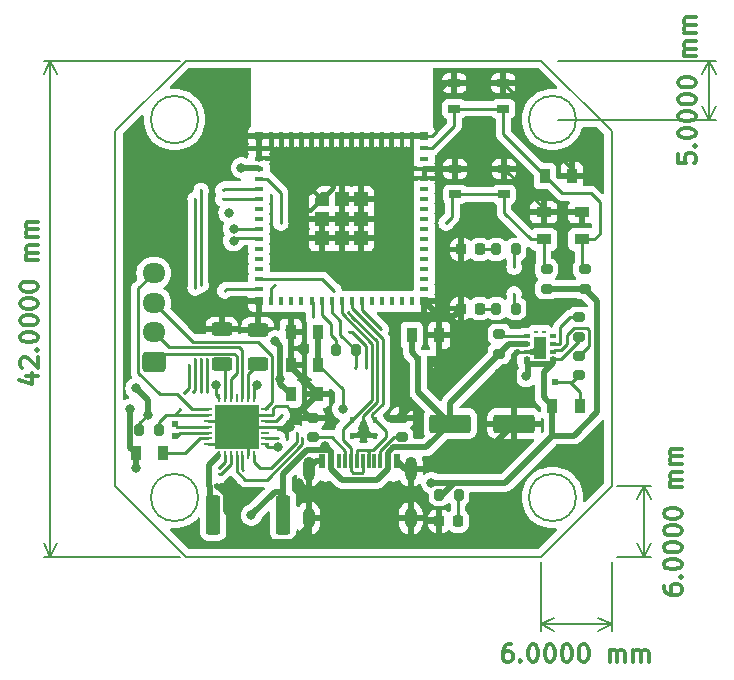
<source format=gbr>
%TF.GenerationSoftware,KiCad,Pcbnew,7.0.6*%
%TF.CreationDate,2025-03-25T12:17:55+01:00*%
%TF.ProjectId,Stepper ESP,53746570-7065-4722-9045-53502e6b6963,rev?*%
%TF.SameCoordinates,Original*%
%TF.FileFunction,Copper,L1,Top*%
%TF.FilePolarity,Positive*%
%FSLAX46Y46*%
G04 Gerber Fmt 4.6, Leading zero omitted, Abs format (unit mm)*
G04 Created by KiCad (PCBNEW 7.0.6) date 2025-03-25 12:17:55*
%MOMM*%
%LPD*%
G01*
G04 APERTURE LIST*
G04 Aperture macros list*
%AMRoundRect*
0 Rectangle with rounded corners*
0 $1 Rounding radius*
0 $2 $3 $4 $5 $6 $7 $8 $9 X,Y pos of 4 corners*
0 Add a 4 corners polygon primitive as box body*
4,1,4,$2,$3,$4,$5,$6,$7,$8,$9,$2,$3,0*
0 Add four circle primitives for the rounded corners*
1,1,$1+$1,$2,$3*
1,1,$1+$1,$4,$5*
1,1,$1+$1,$6,$7*
1,1,$1+$1,$8,$9*
0 Add four rect primitives between the rounded corners*
20,1,$1+$1,$2,$3,$4,$5,0*
20,1,$1+$1,$4,$5,$6,$7,0*
20,1,$1+$1,$6,$7,$8,$9,0*
20,1,$1+$1,$8,$9,$2,$3,0*%
%AMFreePoly0*
4,1,15,0.000002,0.605000,0.600000,0.605000,0.603536,0.603536,0.605000,0.600000,0.605000,-0.600000,0.603536,-0.603536,0.600000,-0.605000,-0.600000,-0.605000,-0.603536,-0.603536,-0.605000,-0.600000,-0.605001,0.000000,-0.603536,0.003536,-0.003536,0.603536,0.000000,0.605001,0.000002,0.605000,0.000002,0.605000,$1*%
G04 Aperture macros list end*
%ADD10C,0.300000*%
%TA.AperFunction,NonConductor*%
%ADD11C,0.300000*%
%TD*%
%TA.AperFunction,NonConductor*%
%ADD12C,0.200000*%
%TD*%
%TA.AperFunction,SMDPad,CuDef*%
%ADD13R,0.625000X0.400000*%
%TD*%
%TA.AperFunction,SMDPad,CuDef*%
%ADD14R,0.350000X0.275000*%
%TD*%
%TA.AperFunction,SMDPad,CuDef*%
%ADD15R,1.100000X1.900000*%
%TD*%
%TA.AperFunction,SMDPad,CuDef*%
%ADD16R,0.800000X0.400000*%
%TD*%
%TA.AperFunction,SMDPad,CuDef*%
%ADD17R,0.400000X0.800000*%
%TD*%
%TA.AperFunction,SMDPad,CuDef*%
%ADD18R,1.200000X1.200000*%
%TD*%
%TA.AperFunction,SMDPad,CuDef*%
%ADD19FreePoly0,0.000000*%
%TD*%
%TA.AperFunction,SMDPad,CuDef*%
%ADD20R,0.800000X0.800000*%
%TD*%
%TA.AperFunction,SMDPad,CuDef*%
%ADD21R,0.762000X0.254000*%
%TD*%
%TA.AperFunction,SMDPad,CuDef*%
%ADD22R,0.254000X0.762000*%
%TD*%
%TA.AperFunction,SMDPad,CuDef*%
%ADD23R,3.800000X3.800000*%
%TD*%
%TA.AperFunction,SMDPad,CuDef*%
%ADD24R,1.050000X0.650000*%
%TD*%
%TA.AperFunction,SMDPad,CuDef*%
%ADD25RoundRect,0.200000X0.200000X0.275000X-0.200000X0.275000X-0.200000X-0.275000X0.200000X-0.275000X0*%
%TD*%
%TA.AperFunction,SMDPad,CuDef*%
%ADD26RoundRect,0.200000X-0.200000X-0.275000X0.200000X-0.275000X0.200000X0.275000X-0.200000X0.275000X0*%
%TD*%
%TA.AperFunction,SMDPad,CuDef*%
%ADD27RoundRect,0.200000X-0.275000X0.200000X-0.275000X-0.200000X0.275000X-0.200000X0.275000X0.200000X0*%
%TD*%
%TA.AperFunction,SMDPad,CuDef*%
%ADD28RoundRect,0.250000X0.625000X-0.312500X0.625000X0.312500X-0.625000X0.312500X-0.625000X-0.312500X0*%
%TD*%
%TA.AperFunction,SMDPad,CuDef*%
%ADD29RoundRect,0.200000X0.275000X-0.200000X0.275000X0.200000X-0.275000X0.200000X-0.275000X-0.200000X0*%
%TD*%
%TA.AperFunction,SMDPad,CuDef*%
%ADD30RoundRect,0.250000X-0.362500X-1.425000X0.362500X-1.425000X0.362500X1.425000X-0.362500X1.425000X0*%
%TD*%
%TA.AperFunction,SMDPad,CuDef*%
%ADD31R,0.600000X1.240000*%
%TD*%
%TA.AperFunction,SMDPad,CuDef*%
%ADD32R,0.300000X1.240000*%
%TD*%
%TA.AperFunction,ComponentPad*%
%ADD33O,1.000000X1.800000*%
%TD*%
%TA.AperFunction,ComponentPad*%
%ADD34O,1.000000X2.100000*%
%TD*%
%TA.AperFunction,SMDPad,CuDef*%
%ADD35RoundRect,0.218750X-0.218750X-0.256250X0.218750X-0.256250X0.218750X0.256250X-0.218750X0.256250X0*%
%TD*%
%TA.AperFunction,SMDPad,CuDef*%
%ADD36R,0.400000X0.480000*%
%TD*%
%TA.AperFunction,SMDPad,CuDef*%
%ADD37R,0.900000X1.300000*%
%TD*%
%TA.AperFunction,SMDPad,CuDef*%
%ADD38R,1.300000X0.900000*%
%TD*%
%TA.AperFunction,SMDPad,CuDef*%
%ADD39R,0.500000X0.500000*%
%TD*%
%TA.AperFunction,SMDPad,CuDef*%
%ADD40R,0.380000X0.400000*%
%TD*%
%TA.AperFunction,SMDPad,CuDef*%
%ADD41RoundRect,0.250000X-1.500000X-0.550000X1.500000X-0.550000X1.500000X0.550000X-1.500000X0.550000X0*%
%TD*%
%TA.AperFunction,ComponentPad*%
%ADD42RoundRect,0.250000X0.725000X-0.600000X0.725000X0.600000X-0.725000X0.600000X-0.725000X-0.600000X0*%
%TD*%
%TA.AperFunction,ComponentPad*%
%ADD43O,1.950000X1.700000*%
%TD*%
%TA.AperFunction,ViaPad*%
%ADD44C,0.300000*%
%TD*%
%TA.AperFunction,ViaPad*%
%ADD45C,0.800000*%
%TD*%
%TA.AperFunction,Conductor*%
%ADD46C,0.250000*%
%TD*%
%TA.AperFunction,Conductor*%
%ADD47C,0.500000*%
%TD*%
G04 APERTURE END LIST*
D10*
D11*
X82178328Y-67214284D02*
X83178328Y-67214284D01*
X81606900Y-67571426D02*
X82678328Y-67928569D01*
X82678328Y-67928569D02*
X82678328Y-66999998D01*
X81821185Y-66499998D02*
X81749757Y-66428570D01*
X81749757Y-66428570D02*
X81678328Y-66285713D01*
X81678328Y-66285713D02*
X81678328Y-65928570D01*
X81678328Y-65928570D02*
X81749757Y-65785713D01*
X81749757Y-65785713D02*
X81821185Y-65714284D01*
X81821185Y-65714284D02*
X81964042Y-65642855D01*
X81964042Y-65642855D02*
X82106900Y-65642855D01*
X82106900Y-65642855D02*
X82321185Y-65714284D01*
X82321185Y-65714284D02*
X83178328Y-66571427D01*
X83178328Y-66571427D02*
X83178328Y-65642855D01*
X83035471Y-64999999D02*
X83106900Y-64928570D01*
X83106900Y-64928570D02*
X83178328Y-64999999D01*
X83178328Y-64999999D02*
X83106900Y-65071427D01*
X83106900Y-65071427D02*
X83035471Y-64999999D01*
X83035471Y-64999999D02*
X83178328Y-64999999D01*
X81678328Y-63999998D02*
X81678328Y-63857141D01*
X81678328Y-63857141D02*
X81749757Y-63714284D01*
X81749757Y-63714284D02*
X81821185Y-63642856D01*
X81821185Y-63642856D02*
X81964042Y-63571427D01*
X81964042Y-63571427D02*
X82249757Y-63499998D01*
X82249757Y-63499998D02*
X82606900Y-63499998D01*
X82606900Y-63499998D02*
X82892614Y-63571427D01*
X82892614Y-63571427D02*
X83035471Y-63642856D01*
X83035471Y-63642856D02*
X83106900Y-63714284D01*
X83106900Y-63714284D02*
X83178328Y-63857141D01*
X83178328Y-63857141D02*
X83178328Y-63999998D01*
X83178328Y-63999998D02*
X83106900Y-64142856D01*
X83106900Y-64142856D02*
X83035471Y-64214284D01*
X83035471Y-64214284D02*
X82892614Y-64285713D01*
X82892614Y-64285713D02*
X82606900Y-64357141D01*
X82606900Y-64357141D02*
X82249757Y-64357141D01*
X82249757Y-64357141D02*
X81964042Y-64285713D01*
X81964042Y-64285713D02*
X81821185Y-64214284D01*
X81821185Y-64214284D02*
X81749757Y-64142856D01*
X81749757Y-64142856D02*
X81678328Y-63999998D01*
X81678328Y-62571427D02*
X81678328Y-62428570D01*
X81678328Y-62428570D02*
X81749757Y-62285713D01*
X81749757Y-62285713D02*
X81821185Y-62214285D01*
X81821185Y-62214285D02*
X81964042Y-62142856D01*
X81964042Y-62142856D02*
X82249757Y-62071427D01*
X82249757Y-62071427D02*
X82606900Y-62071427D01*
X82606900Y-62071427D02*
X82892614Y-62142856D01*
X82892614Y-62142856D02*
X83035471Y-62214285D01*
X83035471Y-62214285D02*
X83106900Y-62285713D01*
X83106900Y-62285713D02*
X83178328Y-62428570D01*
X83178328Y-62428570D02*
X83178328Y-62571427D01*
X83178328Y-62571427D02*
X83106900Y-62714285D01*
X83106900Y-62714285D02*
X83035471Y-62785713D01*
X83035471Y-62785713D02*
X82892614Y-62857142D01*
X82892614Y-62857142D02*
X82606900Y-62928570D01*
X82606900Y-62928570D02*
X82249757Y-62928570D01*
X82249757Y-62928570D02*
X81964042Y-62857142D01*
X81964042Y-62857142D02*
X81821185Y-62785713D01*
X81821185Y-62785713D02*
X81749757Y-62714285D01*
X81749757Y-62714285D02*
X81678328Y-62571427D01*
X81678328Y-61142856D02*
X81678328Y-60999999D01*
X81678328Y-60999999D02*
X81749757Y-60857142D01*
X81749757Y-60857142D02*
X81821185Y-60785714D01*
X81821185Y-60785714D02*
X81964042Y-60714285D01*
X81964042Y-60714285D02*
X82249757Y-60642856D01*
X82249757Y-60642856D02*
X82606900Y-60642856D01*
X82606900Y-60642856D02*
X82892614Y-60714285D01*
X82892614Y-60714285D02*
X83035471Y-60785714D01*
X83035471Y-60785714D02*
X83106900Y-60857142D01*
X83106900Y-60857142D02*
X83178328Y-60999999D01*
X83178328Y-60999999D02*
X83178328Y-61142856D01*
X83178328Y-61142856D02*
X83106900Y-61285714D01*
X83106900Y-61285714D02*
X83035471Y-61357142D01*
X83035471Y-61357142D02*
X82892614Y-61428571D01*
X82892614Y-61428571D02*
X82606900Y-61499999D01*
X82606900Y-61499999D02*
X82249757Y-61499999D01*
X82249757Y-61499999D02*
X81964042Y-61428571D01*
X81964042Y-61428571D02*
X81821185Y-61357142D01*
X81821185Y-61357142D02*
X81749757Y-61285714D01*
X81749757Y-61285714D02*
X81678328Y-61142856D01*
X81678328Y-59714285D02*
X81678328Y-59571428D01*
X81678328Y-59571428D02*
X81749757Y-59428571D01*
X81749757Y-59428571D02*
X81821185Y-59357143D01*
X81821185Y-59357143D02*
X81964042Y-59285714D01*
X81964042Y-59285714D02*
X82249757Y-59214285D01*
X82249757Y-59214285D02*
X82606900Y-59214285D01*
X82606900Y-59214285D02*
X82892614Y-59285714D01*
X82892614Y-59285714D02*
X83035471Y-59357143D01*
X83035471Y-59357143D02*
X83106900Y-59428571D01*
X83106900Y-59428571D02*
X83178328Y-59571428D01*
X83178328Y-59571428D02*
X83178328Y-59714285D01*
X83178328Y-59714285D02*
X83106900Y-59857143D01*
X83106900Y-59857143D02*
X83035471Y-59928571D01*
X83035471Y-59928571D02*
X82892614Y-60000000D01*
X82892614Y-60000000D02*
X82606900Y-60071428D01*
X82606900Y-60071428D02*
X82249757Y-60071428D01*
X82249757Y-60071428D02*
X81964042Y-60000000D01*
X81964042Y-60000000D02*
X81821185Y-59928571D01*
X81821185Y-59928571D02*
X81749757Y-59857143D01*
X81749757Y-59857143D02*
X81678328Y-59714285D01*
X83178328Y-57428572D02*
X82178328Y-57428572D01*
X82321185Y-57428572D02*
X82249757Y-57357143D01*
X82249757Y-57357143D02*
X82178328Y-57214286D01*
X82178328Y-57214286D02*
X82178328Y-57000000D01*
X82178328Y-57000000D02*
X82249757Y-56857143D01*
X82249757Y-56857143D02*
X82392614Y-56785715D01*
X82392614Y-56785715D02*
X83178328Y-56785715D01*
X82392614Y-56785715D02*
X82249757Y-56714286D01*
X82249757Y-56714286D02*
X82178328Y-56571429D01*
X82178328Y-56571429D02*
X82178328Y-56357143D01*
X82178328Y-56357143D02*
X82249757Y-56214286D01*
X82249757Y-56214286D02*
X82392614Y-56142857D01*
X82392614Y-56142857D02*
X83178328Y-56142857D01*
X83178328Y-55428572D02*
X82178328Y-55428572D01*
X82321185Y-55428572D02*
X82249757Y-55357143D01*
X82249757Y-55357143D02*
X82178328Y-55214286D01*
X82178328Y-55214286D02*
X82178328Y-55000000D01*
X82178328Y-55000000D02*
X82249757Y-54857143D01*
X82249757Y-54857143D02*
X82392614Y-54785715D01*
X82392614Y-54785715D02*
X83178328Y-54785715D01*
X82392614Y-54785715D02*
X82249757Y-54714286D01*
X82249757Y-54714286D02*
X82178328Y-54571429D01*
X82178328Y-54571429D02*
X82178328Y-54357143D01*
X82178328Y-54357143D02*
X82249757Y-54214286D01*
X82249757Y-54214286D02*
X82392614Y-54142857D01*
X82392614Y-54142857D02*
X83178328Y-54142857D01*
D12*
X95250000Y-82500000D02*
X83663580Y-82500000D01*
X95250000Y-40500000D02*
X83663580Y-40500000D01*
X84250000Y-82500000D02*
X84250000Y-40500000D01*
X84250000Y-82500000D02*
X84250000Y-40500000D01*
X84250000Y-82500000D02*
X83663579Y-81373496D01*
X84250000Y-82500000D02*
X84836421Y-81373496D01*
X84250000Y-40500000D02*
X84836421Y-41626504D01*
X84250000Y-40500000D02*
X83663579Y-41626504D01*
D10*
D11*
X137378328Y-48428570D02*
X137378328Y-49142856D01*
X137378328Y-49142856D02*
X138092614Y-49214284D01*
X138092614Y-49214284D02*
X138021185Y-49142856D01*
X138021185Y-49142856D02*
X137949757Y-48999999D01*
X137949757Y-48999999D02*
X137949757Y-48642856D01*
X137949757Y-48642856D02*
X138021185Y-48499999D01*
X138021185Y-48499999D02*
X138092614Y-48428570D01*
X138092614Y-48428570D02*
X138235471Y-48357141D01*
X138235471Y-48357141D02*
X138592614Y-48357141D01*
X138592614Y-48357141D02*
X138735471Y-48428570D01*
X138735471Y-48428570D02*
X138806900Y-48499999D01*
X138806900Y-48499999D02*
X138878328Y-48642856D01*
X138878328Y-48642856D02*
X138878328Y-48999999D01*
X138878328Y-48999999D02*
X138806900Y-49142856D01*
X138806900Y-49142856D02*
X138735471Y-49214284D01*
X138735471Y-47714285D02*
X138806900Y-47642856D01*
X138806900Y-47642856D02*
X138878328Y-47714285D01*
X138878328Y-47714285D02*
X138806900Y-47785713D01*
X138806900Y-47785713D02*
X138735471Y-47714285D01*
X138735471Y-47714285D02*
X138878328Y-47714285D01*
X137378328Y-46714284D02*
X137378328Y-46571427D01*
X137378328Y-46571427D02*
X137449757Y-46428570D01*
X137449757Y-46428570D02*
X137521185Y-46357142D01*
X137521185Y-46357142D02*
X137664042Y-46285713D01*
X137664042Y-46285713D02*
X137949757Y-46214284D01*
X137949757Y-46214284D02*
X138306900Y-46214284D01*
X138306900Y-46214284D02*
X138592614Y-46285713D01*
X138592614Y-46285713D02*
X138735471Y-46357142D01*
X138735471Y-46357142D02*
X138806900Y-46428570D01*
X138806900Y-46428570D02*
X138878328Y-46571427D01*
X138878328Y-46571427D02*
X138878328Y-46714284D01*
X138878328Y-46714284D02*
X138806900Y-46857142D01*
X138806900Y-46857142D02*
X138735471Y-46928570D01*
X138735471Y-46928570D02*
X138592614Y-46999999D01*
X138592614Y-46999999D02*
X138306900Y-47071427D01*
X138306900Y-47071427D02*
X137949757Y-47071427D01*
X137949757Y-47071427D02*
X137664042Y-46999999D01*
X137664042Y-46999999D02*
X137521185Y-46928570D01*
X137521185Y-46928570D02*
X137449757Y-46857142D01*
X137449757Y-46857142D02*
X137378328Y-46714284D01*
X137378328Y-45285713D02*
X137378328Y-45142856D01*
X137378328Y-45142856D02*
X137449757Y-44999999D01*
X137449757Y-44999999D02*
X137521185Y-44928571D01*
X137521185Y-44928571D02*
X137664042Y-44857142D01*
X137664042Y-44857142D02*
X137949757Y-44785713D01*
X137949757Y-44785713D02*
X138306900Y-44785713D01*
X138306900Y-44785713D02*
X138592614Y-44857142D01*
X138592614Y-44857142D02*
X138735471Y-44928571D01*
X138735471Y-44928571D02*
X138806900Y-44999999D01*
X138806900Y-44999999D02*
X138878328Y-45142856D01*
X138878328Y-45142856D02*
X138878328Y-45285713D01*
X138878328Y-45285713D02*
X138806900Y-45428571D01*
X138806900Y-45428571D02*
X138735471Y-45499999D01*
X138735471Y-45499999D02*
X138592614Y-45571428D01*
X138592614Y-45571428D02*
X138306900Y-45642856D01*
X138306900Y-45642856D02*
X137949757Y-45642856D01*
X137949757Y-45642856D02*
X137664042Y-45571428D01*
X137664042Y-45571428D02*
X137521185Y-45499999D01*
X137521185Y-45499999D02*
X137449757Y-45428571D01*
X137449757Y-45428571D02*
X137378328Y-45285713D01*
X137378328Y-43857142D02*
X137378328Y-43714285D01*
X137378328Y-43714285D02*
X137449757Y-43571428D01*
X137449757Y-43571428D02*
X137521185Y-43500000D01*
X137521185Y-43500000D02*
X137664042Y-43428571D01*
X137664042Y-43428571D02*
X137949757Y-43357142D01*
X137949757Y-43357142D02*
X138306900Y-43357142D01*
X138306900Y-43357142D02*
X138592614Y-43428571D01*
X138592614Y-43428571D02*
X138735471Y-43500000D01*
X138735471Y-43500000D02*
X138806900Y-43571428D01*
X138806900Y-43571428D02*
X138878328Y-43714285D01*
X138878328Y-43714285D02*
X138878328Y-43857142D01*
X138878328Y-43857142D02*
X138806900Y-44000000D01*
X138806900Y-44000000D02*
X138735471Y-44071428D01*
X138735471Y-44071428D02*
X138592614Y-44142857D01*
X138592614Y-44142857D02*
X138306900Y-44214285D01*
X138306900Y-44214285D02*
X137949757Y-44214285D01*
X137949757Y-44214285D02*
X137664042Y-44142857D01*
X137664042Y-44142857D02*
X137521185Y-44071428D01*
X137521185Y-44071428D02*
X137449757Y-44000000D01*
X137449757Y-44000000D02*
X137378328Y-43857142D01*
X137378328Y-42428571D02*
X137378328Y-42285714D01*
X137378328Y-42285714D02*
X137449757Y-42142857D01*
X137449757Y-42142857D02*
X137521185Y-42071429D01*
X137521185Y-42071429D02*
X137664042Y-42000000D01*
X137664042Y-42000000D02*
X137949757Y-41928571D01*
X137949757Y-41928571D02*
X138306900Y-41928571D01*
X138306900Y-41928571D02*
X138592614Y-42000000D01*
X138592614Y-42000000D02*
X138735471Y-42071429D01*
X138735471Y-42071429D02*
X138806900Y-42142857D01*
X138806900Y-42142857D02*
X138878328Y-42285714D01*
X138878328Y-42285714D02*
X138878328Y-42428571D01*
X138878328Y-42428571D02*
X138806900Y-42571429D01*
X138806900Y-42571429D02*
X138735471Y-42642857D01*
X138735471Y-42642857D02*
X138592614Y-42714286D01*
X138592614Y-42714286D02*
X138306900Y-42785714D01*
X138306900Y-42785714D02*
X137949757Y-42785714D01*
X137949757Y-42785714D02*
X137664042Y-42714286D01*
X137664042Y-42714286D02*
X137521185Y-42642857D01*
X137521185Y-42642857D02*
X137449757Y-42571429D01*
X137449757Y-42571429D02*
X137378328Y-42428571D01*
X138878328Y-40142858D02*
X137878328Y-40142858D01*
X138021185Y-40142858D02*
X137949757Y-40071429D01*
X137949757Y-40071429D02*
X137878328Y-39928572D01*
X137878328Y-39928572D02*
X137878328Y-39714286D01*
X137878328Y-39714286D02*
X137949757Y-39571429D01*
X137949757Y-39571429D02*
X138092614Y-39500001D01*
X138092614Y-39500001D02*
X138878328Y-39500001D01*
X138092614Y-39500001D02*
X137949757Y-39428572D01*
X137949757Y-39428572D02*
X137878328Y-39285715D01*
X137878328Y-39285715D02*
X137878328Y-39071429D01*
X137878328Y-39071429D02*
X137949757Y-38928572D01*
X137949757Y-38928572D02*
X138092614Y-38857143D01*
X138092614Y-38857143D02*
X138878328Y-38857143D01*
X138878328Y-38142858D02*
X137878328Y-38142858D01*
X138021185Y-38142858D02*
X137949757Y-38071429D01*
X137949757Y-38071429D02*
X137878328Y-37928572D01*
X137878328Y-37928572D02*
X137878328Y-37714286D01*
X137878328Y-37714286D02*
X137949757Y-37571429D01*
X137949757Y-37571429D02*
X138092614Y-37500001D01*
X138092614Y-37500001D02*
X138878328Y-37500001D01*
X138092614Y-37500001D02*
X137949757Y-37428572D01*
X137949757Y-37428572D02*
X137878328Y-37285715D01*
X137878328Y-37285715D02*
X137878328Y-37071429D01*
X137878328Y-37071429D02*
X137949757Y-36928572D01*
X137949757Y-36928572D02*
X138092614Y-36857143D01*
X138092614Y-36857143D02*
X138878328Y-36857143D01*
D12*
X127250000Y-45500000D02*
X140586420Y-45500000D01*
X127250000Y-40500000D02*
X140586420Y-40500000D01*
X140000000Y-45500000D02*
X140000000Y-40500000D01*
X140000000Y-45500000D02*
X140000000Y-40500000D01*
X140000000Y-45500000D02*
X139413579Y-44373496D01*
X140000000Y-45500000D02*
X140586421Y-44373496D01*
X140000000Y-40500000D02*
X140586421Y-41626504D01*
X140000000Y-40500000D02*
X139413579Y-41626504D01*
X96750000Y-77500000D02*
G75*
G03*
X96750000Y-77500000I-2000000J0D01*
G01*
X128750000Y-77500000D02*
G75*
G03*
X128750000Y-77500000I-2000000J0D01*
G01*
X96750000Y-45500000D02*
G75*
G03*
X96750000Y-45500000I-2000000J0D01*
G01*
X131750000Y-76500000D02*
X131750000Y-46500000D01*
X95750000Y-82500000D02*
X125750000Y-82500000D01*
X89750000Y-46500000D02*
X89750000Y-76500000D01*
X95750000Y-40500000D02*
X125750000Y-40500000D01*
X128750000Y-45500000D02*
G75*
G03*
X128750000Y-45500000I-2000000J0D01*
G01*
X125750000Y-40500000D02*
X131750000Y-46500000D01*
X89750000Y-46500000D02*
X95750000Y-40500000D01*
X95750000Y-82500000D02*
X89750000Y-76500000D01*
X125750000Y-82500000D02*
X131750000Y-76500000D01*
D10*
D11*
X136178328Y-84999999D02*
X136178328Y-85285713D01*
X136178328Y-85285713D02*
X136249757Y-85428570D01*
X136249757Y-85428570D02*
X136321185Y-85499999D01*
X136321185Y-85499999D02*
X136535471Y-85642856D01*
X136535471Y-85642856D02*
X136821185Y-85714284D01*
X136821185Y-85714284D02*
X137392614Y-85714284D01*
X137392614Y-85714284D02*
X137535471Y-85642856D01*
X137535471Y-85642856D02*
X137606900Y-85571427D01*
X137606900Y-85571427D02*
X137678328Y-85428570D01*
X137678328Y-85428570D02*
X137678328Y-85142856D01*
X137678328Y-85142856D02*
X137606900Y-84999999D01*
X137606900Y-84999999D02*
X137535471Y-84928570D01*
X137535471Y-84928570D02*
X137392614Y-84857141D01*
X137392614Y-84857141D02*
X137035471Y-84857141D01*
X137035471Y-84857141D02*
X136892614Y-84928570D01*
X136892614Y-84928570D02*
X136821185Y-84999999D01*
X136821185Y-84999999D02*
X136749757Y-85142856D01*
X136749757Y-85142856D02*
X136749757Y-85428570D01*
X136749757Y-85428570D02*
X136821185Y-85571427D01*
X136821185Y-85571427D02*
X136892614Y-85642856D01*
X136892614Y-85642856D02*
X137035471Y-85714284D01*
X137535471Y-84214285D02*
X137606900Y-84142856D01*
X137606900Y-84142856D02*
X137678328Y-84214285D01*
X137678328Y-84214285D02*
X137606900Y-84285713D01*
X137606900Y-84285713D02*
X137535471Y-84214285D01*
X137535471Y-84214285D02*
X137678328Y-84214285D01*
X136178328Y-83214284D02*
X136178328Y-83071427D01*
X136178328Y-83071427D02*
X136249757Y-82928570D01*
X136249757Y-82928570D02*
X136321185Y-82857142D01*
X136321185Y-82857142D02*
X136464042Y-82785713D01*
X136464042Y-82785713D02*
X136749757Y-82714284D01*
X136749757Y-82714284D02*
X137106900Y-82714284D01*
X137106900Y-82714284D02*
X137392614Y-82785713D01*
X137392614Y-82785713D02*
X137535471Y-82857142D01*
X137535471Y-82857142D02*
X137606900Y-82928570D01*
X137606900Y-82928570D02*
X137678328Y-83071427D01*
X137678328Y-83071427D02*
X137678328Y-83214284D01*
X137678328Y-83214284D02*
X137606900Y-83357142D01*
X137606900Y-83357142D02*
X137535471Y-83428570D01*
X137535471Y-83428570D02*
X137392614Y-83499999D01*
X137392614Y-83499999D02*
X137106900Y-83571427D01*
X137106900Y-83571427D02*
X136749757Y-83571427D01*
X136749757Y-83571427D02*
X136464042Y-83499999D01*
X136464042Y-83499999D02*
X136321185Y-83428570D01*
X136321185Y-83428570D02*
X136249757Y-83357142D01*
X136249757Y-83357142D02*
X136178328Y-83214284D01*
X136178328Y-81785713D02*
X136178328Y-81642856D01*
X136178328Y-81642856D02*
X136249757Y-81499999D01*
X136249757Y-81499999D02*
X136321185Y-81428571D01*
X136321185Y-81428571D02*
X136464042Y-81357142D01*
X136464042Y-81357142D02*
X136749757Y-81285713D01*
X136749757Y-81285713D02*
X137106900Y-81285713D01*
X137106900Y-81285713D02*
X137392614Y-81357142D01*
X137392614Y-81357142D02*
X137535471Y-81428571D01*
X137535471Y-81428571D02*
X137606900Y-81499999D01*
X137606900Y-81499999D02*
X137678328Y-81642856D01*
X137678328Y-81642856D02*
X137678328Y-81785713D01*
X137678328Y-81785713D02*
X137606900Y-81928571D01*
X137606900Y-81928571D02*
X137535471Y-81999999D01*
X137535471Y-81999999D02*
X137392614Y-82071428D01*
X137392614Y-82071428D02*
X137106900Y-82142856D01*
X137106900Y-82142856D02*
X136749757Y-82142856D01*
X136749757Y-82142856D02*
X136464042Y-82071428D01*
X136464042Y-82071428D02*
X136321185Y-81999999D01*
X136321185Y-81999999D02*
X136249757Y-81928571D01*
X136249757Y-81928571D02*
X136178328Y-81785713D01*
X136178328Y-80357142D02*
X136178328Y-80214285D01*
X136178328Y-80214285D02*
X136249757Y-80071428D01*
X136249757Y-80071428D02*
X136321185Y-80000000D01*
X136321185Y-80000000D02*
X136464042Y-79928571D01*
X136464042Y-79928571D02*
X136749757Y-79857142D01*
X136749757Y-79857142D02*
X137106900Y-79857142D01*
X137106900Y-79857142D02*
X137392614Y-79928571D01*
X137392614Y-79928571D02*
X137535471Y-80000000D01*
X137535471Y-80000000D02*
X137606900Y-80071428D01*
X137606900Y-80071428D02*
X137678328Y-80214285D01*
X137678328Y-80214285D02*
X137678328Y-80357142D01*
X137678328Y-80357142D02*
X137606900Y-80500000D01*
X137606900Y-80500000D02*
X137535471Y-80571428D01*
X137535471Y-80571428D02*
X137392614Y-80642857D01*
X137392614Y-80642857D02*
X137106900Y-80714285D01*
X137106900Y-80714285D02*
X136749757Y-80714285D01*
X136749757Y-80714285D02*
X136464042Y-80642857D01*
X136464042Y-80642857D02*
X136321185Y-80571428D01*
X136321185Y-80571428D02*
X136249757Y-80500000D01*
X136249757Y-80500000D02*
X136178328Y-80357142D01*
X136178328Y-78928571D02*
X136178328Y-78785714D01*
X136178328Y-78785714D02*
X136249757Y-78642857D01*
X136249757Y-78642857D02*
X136321185Y-78571429D01*
X136321185Y-78571429D02*
X136464042Y-78500000D01*
X136464042Y-78500000D02*
X136749757Y-78428571D01*
X136749757Y-78428571D02*
X137106900Y-78428571D01*
X137106900Y-78428571D02*
X137392614Y-78500000D01*
X137392614Y-78500000D02*
X137535471Y-78571429D01*
X137535471Y-78571429D02*
X137606900Y-78642857D01*
X137606900Y-78642857D02*
X137678328Y-78785714D01*
X137678328Y-78785714D02*
X137678328Y-78928571D01*
X137678328Y-78928571D02*
X137606900Y-79071429D01*
X137606900Y-79071429D02*
X137535471Y-79142857D01*
X137535471Y-79142857D02*
X137392614Y-79214286D01*
X137392614Y-79214286D02*
X137106900Y-79285714D01*
X137106900Y-79285714D02*
X136749757Y-79285714D01*
X136749757Y-79285714D02*
X136464042Y-79214286D01*
X136464042Y-79214286D02*
X136321185Y-79142857D01*
X136321185Y-79142857D02*
X136249757Y-79071429D01*
X136249757Y-79071429D02*
X136178328Y-78928571D01*
X137678328Y-76642858D02*
X136678328Y-76642858D01*
X136821185Y-76642858D02*
X136749757Y-76571429D01*
X136749757Y-76571429D02*
X136678328Y-76428572D01*
X136678328Y-76428572D02*
X136678328Y-76214286D01*
X136678328Y-76214286D02*
X136749757Y-76071429D01*
X136749757Y-76071429D02*
X136892614Y-76000001D01*
X136892614Y-76000001D02*
X137678328Y-76000001D01*
X136892614Y-76000001D02*
X136749757Y-75928572D01*
X136749757Y-75928572D02*
X136678328Y-75785715D01*
X136678328Y-75785715D02*
X136678328Y-75571429D01*
X136678328Y-75571429D02*
X136749757Y-75428572D01*
X136749757Y-75428572D02*
X136892614Y-75357143D01*
X136892614Y-75357143D02*
X137678328Y-75357143D01*
X137678328Y-74642858D02*
X136678328Y-74642858D01*
X136821185Y-74642858D02*
X136749757Y-74571429D01*
X136749757Y-74571429D02*
X136678328Y-74428572D01*
X136678328Y-74428572D02*
X136678328Y-74214286D01*
X136678328Y-74214286D02*
X136749757Y-74071429D01*
X136749757Y-74071429D02*
X136892614Y-74000001D01*
X136892614Y-74000001D02*
X137678328Y-74000001D01*
X136892614Y-74000001D02*
X136749757Y-73928572D01*
X136749757Y-73928572D02*
X136678328Y-73785715D01*
X136678328Y-73785715D02*
X136678328Y-73571429D01*
X136678328Y-73571429D02*
X136749757Y-73428572D01*
X136749757Y-73428572D02*
X136892614Y-73357143D01*
X136892614Y-73357143D02*
X137678328Y-73357143D01*
D12*
X132250000Y-82500000D02*
X135086420Y-82500000D01*
X132250000Y-76500000D02*
X135086420Y-76500000D01*
X134500000Y-82500000D02*
X134500000Y-76500000D01*
X134500000Y-82500000D02*
X134500000Y-76500000D01*
X134500000Y-82500000D02*
X133913579Y-81373496D01*
X134500000Y-82500000D02*
X135086421Y-81373496D01*
X134500000Y-76500000D02*
X135086421Y-77626504D01*
X134500000Y-76500000D02*
X133913579Y-77626504D01*
D10*
D11*
X123250001Y-89928328D02*
X122964286Y-89928328D01*
X122964286Y-89928328D02*
X122821429Y-89999757D01*
X122821429Y-89999757D02*
X122750001Y-90071185D01*
X122750001Y-90071185D02*
X122607143Y-90285471D01*
X122607143Y-90285471D02*
X122535715Y-90571185D01*
X122535715Y-90571185D02*
X122535715Y-91142614D01*
X122535715Y-91142614D02*
X122607143Y-91285471D01*
X122607143Y-91285471D02*
X122678572Y-91356900D01*
X122678572Y-91356900D02*
X122821429Y-91428328D01*
X122821429Y-91428328D02*
X123107143Y-91428328D01*
X123107143Y-91428328D02*
X123250001Y-91356900D01*
X123250001Y-91356900D02*
X123321429Y-91285471D01*
X123321429Y-91285471D02*
X123392858Y-91142614D01*
X123392858Y-91142614D02*
X123392858Y-90785471D01*
X123392858Y-90785471D02*
X123321429Y-90642614D01*
X123321429Y-90642614D02*
X123250001Y-90571185D01*
X123250001Y-90571185D02*
X123107143Y-90499757D01*
X123107143Y-90499757D02*
X122821429Y-90499757D01*
X122821429Y-90499757D02*
X122678572Y-90571185D01*
X122678572Y-90571185D02*
X122607143Y-90642614D01*
X122607143Y-90642614D02*
X122535715Y-90785471D01*
X124035714Y-91285471D02*
X124107143Y-91356900D01*
X124107143Y-91356900D02*
X124035714Y-91428328D01*
X124035714Y-91428328D02*
X123964286Y-91356900D01*
X123964286Y-91356900D02*
X124035714Y-91285471D01*
X124035714Y-91285471D02*
X124035714Y-91428328D01*
X125035715Y-89928328D02*
X125178572Y-89928328D01*
X125178572Y-89928328D02*
X125321429Y-89999757D01*
X125321429Y-89999757D02*
X125392858Y-90071185D01*
X125392858Y-90071185D02*
X125464286Y-90214042D01*
X125464286Y-90214042D02*
X125535715Y-90499757D01*
X125535715Y-90499757D02*
X125535715Y-90856900D01*
X125535715Y-90856900D02*
X125464286Y-91142614D01*
X125464286Y-91142614D02*
X125392858Y-91285471D01*
X125392858Y-91285471D02*
X125321429Y-91356900D01*
X125321429Y-91356900D02*
X125178572Y-91428328D01*
X125178572Y-91428328D02*
X125035715Y-91428328D01*
X125035715Y-91428328D02*
X124892858Y-91356900D01*
X124892858Y-91356900D02*
X124821429Y-91285471D01*
X124821429Y-91285471D02*
X124750000Y-91142614D01*
X124750000Y-91142614D02*
X124678572Y-90856900D01*
X124678572Y-90856900D02*
X124678572Y-90499757D01*
X124678572Y-90499757D02*
X124750000Y-90214042D01*
X124750000Y-90214042D02*
X124821429Y-90071185D01*
X124821429Y-90071185D02*
X124892858Y-89999757D01*
X124892858Y-89999757D02*
X125035715Y-89928328D01*
X126464286Y-89928328D02*
X126607143Y-89928328D01*
X126607143Y-89928328D02*
X126750000Y-89999757D01*
X126750000Y-89999757D02*
X126821429Y-90071185D01*
X126821429Y-90071185D02*
X126892857Y-90214042D01*
X126892857Y-90214042D02*
X126964286Y-90499757D01*
X126964286Y-90499757D02*
X126964286Y-90856900D01*
X126964286Y-90856900D02*
X126892857Y-91142614D01*
X126892857Y-91142614D02*
X126821429Y-91285471D01*
X126821429Y-91285471D02*
X126750000Y-91356900D01*
X126750000Y-91356900D02*
X126607143Y-91428328D01*
X126607143Y-91428328D02*
X126464286Y-91428328D01*
X126464286Y-91428328D02*
X126321429Y-91356900D01*
X126321429Y-91356900D02*
X126250000Y-91285471D01*
X126250000Y-91285471D02*
X126178571Y-91142614D01*
X126178571Y-91142614D02*
X126107143Y-90856900D01*
X126107143Y-90856900D02*
X126107143Y-90499757D01*
X126107143Y-90499757D02*
X126178571Y-90214042D01*
X126178571Y-90214042D02*
X126250000Y-90071185D01*
X126250000Y-90071185D02*
X126321429Y-89999757D01*
X126321429Y-89999757D02*
X126464286Y-89928328D01*
X127892857Y-89928328D02*
X128035714Y-89928328D01*
X128035714Y-89928328D02*
X128178571Y-89999757D01*
X128178571Y-89999757D02*
X128250000Y-90071185D01*
X128250000Y-90071185D02*
X128321428Y-90214042D01*
X128321428Y-90214042D02*
X128392857Y-90499757D01*
X128392857Y-90499757D02*
X128392857Y-90856900D01*
X128392857Y-90856900D02*
X128321428Y-91142614D01*
X128321428Y-91142614D02*
X128250000Y-91285471D01*
X128250000Y-91285471D02*
X128178571Y-91356900D01*
X128178571Y-91356900D02*
X128035714Y-91428328D01*
X128035714Y-91428328D02*
X127892857Y-91428328D01*
X127892857Y-91428328D02*
X127750000Y-91356900D01*
X127750000Y-91356900D02*
X127678571Y-91285471D01*
X127678571Y-91285471D02*
X127607142Y-91142614D01*
X127607142Y-91142614D02*
X127535714Y-90856900D01*
X127535714Y-90856900D02*
X127535714Y-90499757D01*
X127535714Y-90499757D02*
X127607142Y-90214042D01*
X127607142Y-90214042D02*
X127678571Y-90071185D01*
X127678571Y-90071185D02*
X127750000Y-89999757D01*
X127750000Y-89999757D02*
X127892857Y-89928328D01*
X129321428Y-89928328D02*
X129464285Y-89928328D01*
X129464285Y-89928328D02*
X129607142Y-89999757D01*
X129607142Y-89999757D02*
X129678571Y-90071185D01*
X129678571Y-90071185D02*
X129749999Y-90214042D01*
X129749999Y-90214042D02*
X129821428Y-90499757D01*
X129821428Y-90499757D02*
X129821428Y-90856900D01*
X129821428Y-90856900D02*
X129749999Y-91142614D01*
X129749999Y-91142614D02*
X129678571Y-91285471D01*
X129678571Y-91285471D02*
X129607142Y-91356900D01*
X129607142Y-91356900D02*
X129464285Y-91428328D01*
X129464285Y-91428328D02*
X129321428Y-91428328D01*
X129321428Y-91428328D02*
X129178571Y-91356900D01*
X129178571Y-91356900D02*
X129107142Y-91285471D01*
X129107142Y-91285471D02*
X129035713Y-91142614D01*
X129035713Y-91142614D02*
X128964285Y-90856900D01*
X128964285Y-90856900D02*
X128964285Y-90499757D01*
X128964285Y-90499757D02*
X129035713Y-90214042D01*
X129035713Y-90214042D02*
X129107142Y-90071185D01*
X129107142Y-90071185D02*
X129178571Y-89999757D01*
X129178571Y-89999757D02*
X129321428Y-89928328D01*
X131607141Y-91428328D02*
X131607141Y-90428328D01*
X131607141Y-90571185D02*
X131678570Y-90499757D01*
X131678570Y-90499757D02*
X131821427Y-90428328D01*
X131821427Y-90428328D02*
X132035713Y-90428328D01*
X132035713Y-90428328D02*
X132178570Y-90499757D01*
X132178570Y-90499757D02*
X132249999Y-90642614D01*
X132249999Y-90642614D02*
X132249999Y-91428328D01*
X132249999Y-90642614D02*
X132321427Y-90499757D01*
X132321427Y-90499757D02*
X132464284Y-90428328D01*
X132464284Y-90428328D02*
X132678570Y-90428328D01*
X132678570Y-90428328D02*
X132821427Y-90499757D01*
X132821427Y-90499757D02*
X132892856Y-90642614D01*
X132892856Y-90642614D02*
X132892856Y-91428328D01*
X133607141Y-91428328D02*
X133607141Y-90428328D01*
X133607141Y-90571185D02*
X133678570Y-90499757D01*
X133678570Y-90499757D02*
X133821427Y-90428328D01*
X133821427Y-90428328D02*
X134035713Y-90428328D01*
X134035713Y-90428328D02*
X134178570Y-90499757D01*
X134178570Y-90499757D02*
X134249999Y-90642614D01*
X134249999Y-90642614D02*
X134249999Y-91428328D01*
X134249999Y-90642614D02*
X134321427Y-90499757D01*
X134321427Y-90499757D02*
X134464284Y-90428328D01*
X134464284Y-90428328D02*
X134678570Y-90428328D01*
X134678570Y-90428328D02*
X134821427Y-90499757D01*
X134821427Y-90499757D02*
X134892856Y-90642614D01*
X134892856Y-90642614D02*
X134892856Y-91428328D01*
D12*
X131750000Y-83000000D02*
X131750000Y-88836420D01*
X125750000Y-83000000D02*
X125750000Y-88836420D01*
X131750000Y-88250000D02*
X125750000Y-88250000D01*
X131750000Y-88250000D02*
X125750000Y-88250000D01*
X131750000Y-88250000D02*
X130623496Y-88836421D01*
X131750000Y-88250000D02*
X130623496Y-87663579D01*
X125750000Y-88250000D02*
X126876504Y-87663579D01*
X125750000Y-88250000D02*
X126876504Y-88836421D01*
D13*
%TO.P,U4,1,EN*%
%TO.N,Net-(U4-EN)*%
X124562500Y-63862001D03*
%TO.P,U4,2,VIN*%
%TO.N,+5V*%
X124562500Y-64511999D03*
%TO.P,U4,3,GND*%
%TO.N,GND*%
X124562500Y-65162001D03*
%TO.P,U4,4,VOUT*%
%TO.N,+3V3*%
X124562500Y-65811999D03*
%TO.P,U4,5,VOUT*%
X126787500Y-65811999D03*
%TO.P,U4,6,FB*%
%TO.N,Net-(U4-FB)*%
X126787500Y-65162001D03*
%TO.P,U4,7,PG*%
%TO.N,Net-(U4-PG)*%
X126787500Y-64511999D03*
%TO.P,U4,8,VCC*%
%TO.N,unconnected-(U4-VCC-Pad8)*%
X126787500Y-63862001D03*
D14*
%TO.P,U4,9,NC1*%
%TO.N,unconnected-(U4-NC1-Pad9)*%
X126000000Y-63500000D03*
%TO.P,U4,10,NC2*%
%TO.N,unconnected-(U4-NC2-Pad10)*%
X125350000Y-63500000D03*
D15*
%TO.P,U4,11,EPAD*%
%TO.N,GND*%
X125675000Y-64837000D03*
%TD*%
D16*
%TO.P,U3,1,GND*%
%TO.N,GND*%
X101900000Y-47950000D03*
%TO.P,U3,2,GND*%
X101900000Y-48800000D03*
%TO.P,U3,3,3V3*%
%TO.N,+3V3*%
X101900000Y-49650000D03*
%TO.P,U3,4,IO0*%
%TO.N,Net-(U3-IO0)*%
X101900000Y-50500000D03*
%TO.P,U3,5,IO1*%
%TO.N,MS1*%
X101900000Y-51350000D03*
%TO.P,U3,6,IO2*%
%TO.N,MS2*%
X101900000Y-52200000D03*
%TO.P,U3,7,IO3*%
%TO.N,unconnected-(U3-IO3-Pad7)*%
X101900000Y-53050000D03*
%TO.P,U3,8,IO4*%
%TO.N,unconnected-(U3-IO4-Pad8)*%
X101900000Y-53900000D03*
%TO.P,U3,9,IO5*%
%TO.N,STEP*%
X101900000Y-54750000D03*
%TO.P,U3,10,IO6*%
%TO.N,DIR*%
X101900000Y-55600000D03*
%TO.P,U3,11,IO7*%
%TO.N,unconnected-(U3-IO7-Pad11)*%
X101900000Y-56450000D03*
%TO.P,U3,12,IO8*%
%TO.N,unconnected-(U3-IO8-Pad12)*%
X101900000Y-57300000D03*
%TO.P,U3,13,IO9*%
%TO.N,unconnected-(U3-IO9-Pad13)*%
X101900000Y-58150000D03*
%TO.P,U3,14,IO10*%
%TO.N,LED1*%
X101900000Y-59000000D03*
%TO.P,U3,15,IO11*%
%TO.N,INDEX*%
X101900000Y-59850000D03*
D17*
%TO.P,U3,16,IO12*%
%TO.N,LED2*%
X102950000Y-60900000D03*
%TO.P,U3,17,IO13*%
%TO.N,unconnected-(U3-IO13-Pad17)*%
X103800000Y-60900000D03*
%TO.P,U3,18,IO14*%
%TO.N,unconnected-(U3-IO14-Pad18)*%
X104650000Y-60900000D03*
%TO.P,U3,19,IO15*%
%TO.N,unconnected-(U3-IO15-Pad19)*%
X105500000Y-60900000D03*
%TO.P,U3,20,IO16*%
%TO.N,DIAG*%
X106350000Y-60900000D03*
%TO.P,U3,21,IO17*%
%TO.N,Net-(U3-IO17)*%
X107200000Y-60900000D03*
%TO.P,U3,22,IO18*%
%TO.N,Net-(U2-PDN_UART)*%
X108050000Y-60900000D03*
%TO.P,U3,23,IO19*%
%TO.N,DM*%
X108900000Y-60900000D03*
%TO.P,U3,24,IO20*%
%TO.N,DP*%
X109750000Y-60900000D03*
%TO.P,U3,25,IO21*%
%TO.N,TMC_EN*%
X110600000Y-60900000D03*
%TO.P,U3,26,IO26*%
%TO.N,unconnected-(U3-IO26-Pad26)*%
X111450000Y-60900000D03*
%TO.P,U3,27,IO47*%
%TO.N,unconnected-(U3-IO47-Pad27)*%
X112300000Y-60900000D03*
%TO.P,U3,28,IO33*%
%TO.N,unconnected-(U3-IO33-Pad28)*%
X113150000Y-60900000D03*
%TO.P,U3,29,IO34*%
%TO.N,unconnected-(U3-IO34-Pad29)*%
X114000000Y-60900000D03*
%TO.P,U3,30,IO48*%
%TO.N,unconnected-(U3-IO48-Pad30)*%
X114850000Y-60900000D03*
D16*
%TO.P,U3,31,IO35*%
%TO.N,unconnected-(U3-IO35-Pad31)*%
X115900000Y-59850000D03*
%TO.P,U3,32,IO36*%
%TO.N,unconnected-(U3-IO36-Pad32)*%
X115900000Y-59000000D03*
%TO.P,U3,33,IO37*%
%TO.N,unconnected-(U3-IO37-Pad33)*%
X115900000Y-58150000D03*
%TO.P,U3,34,IO38*%
%TO.N,unconnected-(U3-IO38-Pad34)*%
X115900000Y-57300000D03*
%TO.P,U3,35,IO39*%
%TO.N,unconnected-(U3-IO39-Pad35)*%
X115900000Y-56450000D03*
%TO.P,U3,36,IO40*%
%TO.N,unconnected-(U3-IO40-Pad36)*%
X115900000Y-55600000D03*
%TO.P,U3,37,IO41*%
%TO.N,unconnected-(U3-IO41-Pad37)*%
X115900000Y-54750000D03*
%TO.P,U3,38,IO42*%
%TO.N,unconnected-(U3-IO42-Pad38)*%
X115900000Y-53900000D03*
%TO.P,U3,39,TXD0*%
%TO.N,unconnected-(U3-TXD0-Pad39)*%
X115900000Y-53050000D03*
%TO.P,U3,40,RXD0*%
%TO.N,unconnected-(U3-RXD0-Pad40)*%
X115900000Y-52200000D03*
%TO.P,U3,41,IO45*%
%TO.N,unconnected-(U3-IO45-Pad41)*%
X115900000Y-51350000D03*
%TO.P,U3,42,GND*%
%TO.N,GND*%
X115900000Y-50500000D03*
%TO.P,U3,43,GND*%
X115900000Y-49650000D03*
%TO.P,U3,44,IO46*%
%TO.N,unconnected-(U3-IO46-Pad44)*%
X115900000Y-48800000D03*
%TO.P,U3,45,EN*%
%TO.N,Net-(U3-EN)*%
X115900000Y-47950000D03*
D17*
%TO.P,U3,46,GND*%
%TO.N,GND*%
X114850000Y-46900000D03*
%TO.P,U3,47,GND*%
X114000000Y-46900000D03*
%TO.P,U3,48,GND*%
X113150000Y-46900000D03*
%TO.P,U3,49,GND*%
X112300000Y-46900000D03*
%TO.P,U3,50,GND*%
X111450000Y-46900000D03*
%TO.P,U3,51,GND*%
X110600000Y-46900000D03*
%TO.P,U3,52,GND*%
X109750000Y-46900000D03*
%TO.P,U3,53,GND*%
X108900000Y-46900000D03*
%TO.P,U3,54,GND*%
X108050000Y-46900000D03*
%TO.P,U3,55,GND*%
X107200000Y-46900000D03*
%TO.P,U3,56,GND*%
X106350000Y-46900000D03*
%TO.P,U3,57,GND*%
X105500000Y-46900000D03*
%TO.P,U3,58,GND*%
X104650000Y-46900000D03*
%TO.P,U3,59,GND*%
X103800000Y-46900000D03*
%TO.P,U3,60,GND*%
X102950000Y-46900000D03*
D18*
%TO.P,U3,61,GND*%
X108900000Y-53900000D03*
D19*
%TO.P,U3,61_1,GND*%
X107250000Y-52250000D03*
D18*
%TO.P,U3,61_2,GND*%
X108900000Y-52250000D03*
%TO.P,U3,61_3,GND*%
X110550000Y-52250000D03*
%TO.P,U3,61_4,GND*%
X110550000Y-53900000D03*
%TO.P,U3,61_5,GND*%
X110550000Y-55550000D03*
%TO.P,U3,61_6,GND*%
X108900000Y-55550000D03*
%TO.P,U3,61_7,GND*%
X107250000Y-55550000D03*
%TO.P,U3,61_8,GND*%
X107250000Y-53900000D03*
D20*
%TO.P,U3,62,GND*%
X101900000Y-46900000D03*
%TO.P,U3,63,GND*%
X101900000Y-60900000D03*
%TO.P,U3,64,GND*%
X115900000Y-60900000D03*
%TO.P,U3,65,GND*%
X115900000Y-46900000D03*
%TD*%
D21*
%TO.P,U2,1,OB2*%
%TO.N,Net-(J4-Pin_4)*%
X97574300Y-70000000D03*
%TO.P,U2,2,ENN*%
%TO.N,TMC_EN*%
X97574300Y-70499999D03*
%TO.P,U2,3,GND*%
%TO.N,GND*%
X97574300Y-71000001D03*
%TO.P,U2,4,CPO*%
%TO.N,Net-(U2-CPO)*%
X97574300Y-71500000D03*
%TO.P,U2,5,CPI*%
%TO.N,Net-(U2-CPI)*%
X97574300Y-71999999D03*
%TO.P,U2,6,VCP*%
%TO.N,Net-(U2-VCP)*%
X97574300Y-72500001D03*
%TO.P,U2,7,SPREAD*%
%TO.N,GND*%
X97574300Y-73000000D03*
D22*
%TO.P,U2,8,5VOUT*%
%TO.N,Net-(U2-5VOUT)*%
X98500000Y-73925700D03*
%TO.P,U2,9,MS1_AD0*%
%TO.N,MS1*%
X98999999Y-73925700D03*
%TO.P,U2,10,MS2_AD1*%
%TO.N,MS2*%
X99500001Y-73925700D03*
%TO.P,U2,11,DIAG*%
%TO.N,DIAG*%
X100000000Y-73925700D03*
%TO.P,U2,12,INDEX*%
%TO.N,INDEX*%
X100499999Y-73925700D03*
%TO.P,U2,13,CLK*%
%TO.N,GND*%
X101000001Y-73925700D03*
%TO.P,U2,14,PDN_UART*%
%TO.N,Net-(U2-PDN_UART)*%
X101500000Y-73925700D03*
D21*
%TO.P,U2,15,VCC_IO*%
%TO.N,+3V3*%
X102425700Y-73000000D03*
%TO.P,U2,16,STEP*%
%TO.N,STEP*%
X102425700Y-72500001D03*
%TO.P,U2,17,VREF*%
%TO.N,unconnected-(U2-VREF-Pad17)*%
X102425700Y-71999999D03*
%TO.P,U2,18,GND*%
%TO.N,GND*%
X102425700Y-71500000D03*
%TO.P,U2,19,DIR*%
%TO.N,DIR*%
X102425700Y-71000001D03*
%TO.P,U2,20,STDBY*%
%TO.N,GND*%
X102425700Y-70499999D03*
%TO.P,U2,21,OA2*%
%TO.N,Net-(J4-Pin_3)*%
X102425700Y-70000000D03*
D22*
%TO.P,U2,22,VS*%
%TO.N,+5V*%
X101500000Y-69074300D03*
%TO.P,U2,23,BRA*%
%TO.N,Net-(U2-BRA)*%
X101000001Y-69074300D03*
%TO.P,U2,24,OA1*%
%TO.N,Net-(J4-Pin_2)*%
X100499999Y-69074300D03*
%TO.P,U2,25,NC*%
%TO.N,unconnected-(U2-NC-Pad25)*%
X100000000Y-69074300D03*
%TO.P,U2,26,OB1*%
%TO.N,Net-(J4-Pin_1)*%
X99500001Y-69074300D03*
%TO.P,U2,27,BRB*%
%TO.N,Net-(U2-BRB)*%
X98999999Y-69074300D03*
%TO.P,U2,28,VS*%
%TO.N,+5V*%
X98500000Y-69074300D03*
D23*
%TO.P,U2,29,EPAD*%
%TO.N,GND*%
X100000000Y-71500000D03*
%TD*%
D24*
%TO.P,SW2,1*%
%TO.N,GND*%
X118500000Y-49675000D03*
%TO.P,SW2,2*%
X122650000Y-49675000D03*
%TO.P,SW2,3*%
%TO.N,Net-(U3-IO0)*%
X118500000Y-51825000D03*
%TO.P,SW2,4*%
X122650000Y-51825000D03*
%TD*%
%TO.P,SW1,1*%
%TO.N,GND*%
X118425000Y-42425000D03*
%TO.P,SW1,2*%
X122575000Y-42425000D03*
%TO.P,SW1,3*%
%TO.N,Net-(U3-EN)*%
X118425000Y-44575000D03*
%TO.P,SW1,4*%
X122575000Y-44575000D03*
%TD*%
D25*
%TO.P,R15,2*%
%TO.N,+3V3*%
X117175000Y-77250000D03*
%TO.P,R15,1*%
%TO.N,Net-(D3-A)*%
X118825000Y-77250000D03*
%TD*%
D26*
%TO.P,R14,2*%
%TO.N,LED1*%
X123635000Y-61500000D03*
%TO.P,R14,1*%
%TO.N,Net-(D4-A)*%
X121985000Y-61500000D03*
%TD*%
%TO.P,R13,1*%
%TO.N,Net-(D5-A)*%
X121985000Y-56500000D03*
%TO.P,R13,2*%
%TO.N,LED2*%
X123635000Y-56500000D03*
%TD*%
D25*
%TO.P,R12,2*%
%TO.N,+3V3*%
X91775000Y-71750000D03*
%TO.P,R12,1*%
%TO.N,TMC_EN*%
X93425000Y-71750000D03*
%TD*%
D27*
%TO.P,R11,1*%
%TO.N,Net-(U3-EN)*%
X129500000Y-58175000D03*
%TO.P,R11,2*%
%TO.N,+3V3*%
X129500000Y-59825000D03*
%TD*%
%TO.P,R10,1*%
%TO.N,Net-(U3-IO0)*%
X126250000Y-58175000D03*
%TO.P,R10,2*%
%TO.N,+3V3*%
X126250000Y-59825000D03*
%TD*%
D28*
%TO.P,R9,1*%
%TO.N,Net-(U2-BRA)*%
X101790000Y-66212500D03*
%TO.P,R9,2*%
%TO.N,GND*%
X101790000Y-63287500D03*
%TD*%
%TO.P,R8,1*%
%TO.N,Net-(U2-BRB)*%
X98750000Y-66175000D03*
%TO.P,R8,2*%
%TO.N,GND*%
X98750000Y-63250000D03*
%TD*%
D27*
%TO.P,R7,1*%
%TO.N,Net-(U4-FB)*%
X129037500Y-65486999D03*
%TO.P,R7,2*%
%TO.N,Net-(C11-Pad1)*%
X129037500Y-67136999D03*
%TD*%
%TO.P,R6,2*%
%TO.N,+3V3*%
X129037500Y-63886999D03*
%TO.P,R6,1*%
%TO.N,Net-(U4-PG)*%
X129037500Y-62236999D03*
%TD*%
D29*
%TO.P,R5,1*%
%TO.N,+5V*%
X122250000Y-65325000D03*
%TO.P,R5,2*%
%TO.N,Net-(U4-EN)*%
X122250000Y-63675000D03*
%TD*%
D26*
%TO.P,R4,1*%
%TO.N,Net-(U3-IO17)*%
X108425000Y-65000000D03*
%TO.P,R4,2*%
%TO.N,Net-(U2-PDN_UART)*%
X110075000Y-65000000D03*
%TD*%
D30*
%TO.P,R3,1*%
%TO.N,Net-(U2-5VOUT)*%
X98037500Y-79000000D03*
%TO.P,R3,2*%
%TO.N,+5V*%
X103962500Y-79000000D03*
%TD*%
D27*
%TO.P,R2,1*%
%TO.N,GND*%
X114000000Y-70765000D03*
%TO.P,R2,2*%
%TO.N,Net-(J1-CC2)*%
X114000000Y-72415000D03*
%TD*%
%TO.P,R1,1*%
%TO.N,GND*%
X106500000Y-70765000D03*
%TO.P,R1,2*%
%TO.N,Net-(J1-CC1)*%
X106500000Y-72415000D03*
%TD*%
D31*
%TO.P,J1,A1,GND*%
%TO.N,GND*%
X107230000Y-74450000D03*
%TO.P,J1,A4,VBUS*%
%TO.N,+5V*%
X108030000Y-74450000D03*
D32*
%TO.P,J1,A5,CC1*%
%TO.N,Net-(J1-CC1)*%
X109180000Y-74450000D03*
%TO.P,J1,A6,D+*%
%TO.N,DP*%
X110180000Y-74450000D03*
%TO.P,J1,A7,D-*%
%TO.N,DM*%
X110680000Y-74450000D03*
%TO.P,J1,A8,SBU1*%
%TO.N,unconnected-(J1-SBU1-PadA8)*%
X111680000Y-74450000D03*
D31*
%TO.P,J1,A9,VBUS*%
%TO.N,+5V*%
X112830000Y-74450000D03*
%TO.P,J1,A12,GND*%
%TO.N,GND*%
X113630000Y-74450000D03*
%TO.P,J1,B1,GND*%
X113630000Y-74450000D03*
%TO.P,J1,B4,VBUS*%
%TO.N,+5V*%
X112830000Y-74450000D03*
D32*
%TO.P,J1,B5,CC2*%
%TO.N,Net-(J1-CC2)*%
X112180000Y-74450000D03*
%TO.P,J1,B6,D+*%
%TO.N,DP*%
X111180000Y-74450000D03*
%TO.P,J1,B7,D-*%
%TO.N,DM*%
X109680000Y-74450000D03*
%TO.P,J1,B8,SBU2*%
%TO.N,unconnected-(J1-SBU2-PadB8)*%
X108680000Y-74450000D03*
D31*
%TO.P,J1,B9,VBUS*%
%TO.N,+5V*%
X108030000Y-74450000D03*
%TO.P,J1,B12,GND*%
%TO.N,GND*%
X107230000Y-74450000D03*
D33*
%TO.P,J1,S1,SHIELD*%
X106110000Y-79250000D03*
D34*
X106110000Y-75050000D03*
X114750000Y-75050000D03*
D33*
X114750000Y-79250000D03*
%TD*%
D35*
%TO.P,D5,1,K*%
%TO.N,GND*%
X119022500Y-56500000D03*
%TO.P,D5,2,A*%
%TO.N,Net-(D5-A)*%
X120597500Y-56500000D03*
%TD*%
%TO.P,D4,1,K*%
%TO.N,GND*%
X119022500Y-61500000D03*
%TO.P,D4,2,A*%
%TO.N,Net-(D4-A)*%
X120597500Y-61500000D03*
%TD*%
%TO.P,D3,1,K*%
%TO.N,GND*%
X117175000Y-79500000D03*
%TO.P,D3,2,A*%
%TO.N,Net-(D3-A)*%
X118750000Y-79500000D03*
%TD*%
D36*
%TO.P,D2,1*%
%TO.N,GND*%
X109750000Y-72250000D03*
%TO.P,D2,2*%
%TO.N,DM*%
X109750000Y-70930000D03*
%TD*%
%TO.P,D1,1*%
%TO.N,GND*%
X111750000Y-72250000D03*
%TO.P,D1,2*%
%TO.N,DP*%
X111750000Y-70930000D03*
%TD*%
D37*
%TO.P,C14,1*%
%TO.N,Net-(U3-EN)*%
X126100000Y-50250000D03*
%TO.P,C14,2*%
%TO.N,GND*%
X128400000Y-50250000D03*
%TD*%
D38*
%TO.P,C13,1*%
%TO.N,Net-(U3-IO0)*%
X126000000Y-55650000D03*
%TO.P,C13,2*%
%TO.N,GND*%
X126000000Y-53350000D03*
%TD*%
D37*
%TO.P,C12,1*%
%TO.N,Net-(C11-Pad1)*%
X129050000Y-69750000D03*
%TO.P,C12,2*%
%TO.N,+3V3*%
X126750000Y-69750000D03*
%TD*%
D39*
%TO.P,C11,1*%
%TO.N,Net-(C11-Pad1)*%
X127000000Y-67750000D03*
%TO.P,C11,2*%
%TO.N,+3V3*%
X126000000Y-67750000D03*
%TD*%
%TO.P,C10,2*%
%TO.N,+5V*%
X115400000Y-65750000D03*
%TO.P,C10,1*%
%TO.N,GND*%
X116400000Y-65750000D03*
%TD*%
D37*
%TO.P,C9,1*%
%TO.N,GND*%
X117150000Y-63750000D03*
%TO.P,C9,2*%
%TO.N,+5V*%
X114850000Y-63750000D03*
%TD*%
D38*
%TO.P,C8,1*%
%TO.N,Net-(U3-EN)*%
X129250000Y-55650000D03*
%TO.P,C8,2*%
%TO.N,GND*%
X129250000Y-53350000D03*
%TD*%
D37*
%TO.P,C7,1*%
%TO.N,GND*%
X106900000Y-68750000D03*
%TO.P,C7,2*%
%TO.N,+3V3*%
X104600000Y-68750000D03*
%TD*%
D40*
%TO.P,C6,1*%
%TO.N,Net-(U2-5VOUT)*%
X97719000Y-76500000D03*
%TO.P,C6,2*%
%TO.N,GND*%
X98281000Y-76500000D03*
%TD*%
D39*
%TO.P,C5,1*%
%TO.N,Net-(U2-CPI)*%
X94750000Y-72250000D03*
%TO.P,C5,2*%
%TO.N,Net-(U2-CPO)*%
X94750000Y-71250000D03*
%TD*%
D37*
%TO.P,C4,1*%
%TO.N,Net-(U2-VCP)*%
X93750000Y-73750000D03*
%TO.P,C4,2*%
%TO.N,+5V*%
X91450000Y-73750000D03*
%TD*%
%TO.P,C3,1*%
%TO.N,GND*%
X104600000Y-66250000D03*
%TO.P,C3,2*%
%TO.N,+5V*%
X106900000Y-66250000D03*
%TD*%
%TO.P,C2,1*%
%TO.N,GND*%
X104600000Y-63500000D03*
%TO.P,C2,2*%
%TO.N,+5V*%
X106900000Y-63500000D03*
%TD*%
D41*
%TO.P,C1,1*%
%TO.N,+5V*%
X118100000Y-71250000D03*
%TO.P,C1,2*%
%TO.N,GND*%
X123500000Y-71250000D03*
%TD*%
D42*
%TO.P,J4,1,Pin_1*%
%TO.N,Net-(J4-Pin_1)*%
X93000000Y-66000000D03*
D43*
%TO.P,J4,2,Pin_2*%
%TO.N,Net-(J4-Pin_2)*%
X93000000Y-63500000D03*
%TO.P,J4,3,Pin_3*%
%TO.N,Net-(J4-Pin_3)*%
X93000000Y-61000000D03*
%TO.P,J4,4,Pin_4*%
%TO.N,Net-(J4-Pin_4)*%
X93000000Y-58500000D03*
%TD*%
D44*
%TO.N,Net-(U3-IO0)*%
X117750000Y-54250000D03*
%TO.N,MS2*%
X96500000Y-52250000D03*
X96500000Y-59750000D03*
X96500000Y-65799500D03*
X96329365Y-68599089D03*
X98849500Y-52250000D03*
X98500000Y-75500000D03*
%TO.N,MS1*%
X98849014Y-51500000D03*
X97000000Y-51500000D03*
X97000000Y-59500000D03*
X97000000Y-65799500D03*
X98500000Y-75000000D03*
X97000000Y-68599500D03*
D45*
%TO.N,+3V3*%
X91500000Y-68250000D03*
X99375000Y-53375000D03*
%TO.N,GND*%
X122250000Y-67000000D03*
D44*
%TO.N,TMC_EN*%
X112250000Y-63250000D03*
%TO.N,GND*%
X113000000Y-71000000D03*
X110750000Y-71500000D03*
%TO.N,TMC_EN*%
X95250000Y-70000000D03*
X95585523Y-68664477D03*
%TO.N,INDEX*%
X99000000Y-60000000D03*
%TO.N,TMC_EN*%
X96000000Y-66250000D03*
%TO.N,INDEX*%
X97500000Y-65799500D03*
X97500000Y-68599500D03*
X100585523Y-75164477D03*
%TO.N,DIAG*%
X106500000Y-62250000D03*
X109500000Y-63500000D03*
X111000000Y-66500000D03*
X105574000Y-72500000D03*
%TO.N,STEP*%
X103500000Y-72500000D03*
%TO.N,Net-(U3-IO0)*%
X103750000Y-54250000D03*
D45*
%TO.N,+3V3*%
X100411789Y-49589267D03*
X103250000Y-64250000D03*
D44*
%TO.N,Net-(U2-PDN_UART)*%
X110000000Y-66500000D03*
X105099500Y-72000000D03*
D45*
%TO.N,+5V*%
X109000000Y-70000000D03*
X107477872Y-73139500D03*
D44*
%TO.N,DIR*%
X103854027Y-70508076D03*
%TO.N,LED1*%
X108250000Y-59974500D03*
X123500000Y-60250000D03*
%TO.N,LED2*%
X103250000Y-59500000D03*
X123500000Y-58000000D03*
D45*
%TO.N,DIR*%
X99762299Y-55762299D03*
%TO.N,STEP*%
X99750000Y-54750000D03*
%TO.N,+3V3*%
X116500000Y-76250000D03*
%TO.N,+5V*%
X91000000Y-70000000D03*
X101750000Y-68000000D03*
X98275499Y-68000000D03*
%TO.N,+3V3*%
X92500000Y-70500000D03*
X103500000Y-73249503D03*
X103714500Y-67500000D03*
X124500000Y-67250000D03*
%TO.N,GND*%
X117000000Y-67500000D03*
X114750000Y-69750000D03*
%TO.N,+5V*%
X101250000Y-79000000D03*
X91500000Y-75000000D03*
%TO.N,GND*%
X104500000Y-71500000D03*
X105250000Y-76250000D03*
%TD*%
D46*
%TO.N,Net-(U3-EN)*%
X130750000Y-55200000D02*
X130300000Y-55650000D01*
X130750000Y-52500000D02*
X130750000Y-55200000D01*
X130000000Y-51750000D02*
X130750000Y-52500000D01*
X127600000Y-51750000D02*
X130000000Y-51750000D01*
X130300000Y-55650000D02*
X129250000Y-55650000D01*
X126100000Y-50250000D02*
X127600000Y-51750000D01*
X129250000Y-57925000D02*
X129500000Y-58175000D01*
X129250000Y-55650000D02*
X129250000Y-57925000D01*
%TO.N,GND*%
X123750000Y-43600000D02*
X122575000Y-42425000D01*
X123750000Y-46750000D02*
X123750000Y-43600000D01*
X126000000Y-49000000D02*
X123750000Y-46750000D01*
X128400000Y-49650000D02*
X127750000Y-49000000D01*
X128400000Y-50250000D02*
X128400000Y-49650000D01*
X127750000Y-49000000D02*
X126000000Y-49000000D01*
X126000000Y-53025000D02*
X122650000Y-49675000D01*
X126000000Y-53350000D02*
X126000000Y-53025000D01*
D47*
X118500000Y-49675000D02*
X122650000Y-49675000D01*
X118475000Y-49650000D02*
X118500000Y-49675000D01*
X115900000Y-49650000D02*
X118475000Y-49650000D01*
D46*
%TO.N,Net-(U3-IO0)*%
X118260000Y-53740000D02*
X117750000Y-54250000D01*
X118260000Y-52065000D02*
X118260000Y-53740000D01*
X118500000Y-51825000D02*
X118260000Y-52065000D01*
X124900000Y-55650000D02*
X126000000Y-55650000D01*
X122650000Y-53400000D02*
X124900000Y-55650000D01*
X122650000Y-51825000D02*
X122650000Y-53400000D01*
X118500000Y-51825000D02*
X122650000Y-51825000D01*
%TO.N,MS2*%
X98899500Y-52200000D02*
X101900000Y-52200000D01*
X98849500Y-52250000D02*
X98899500Y-52200000D01*
X96500000Y-59750000D02*
X96500000Y-52250000D01*
X96500000Y-68428454D02*
X96500000Y-65799500D01*
X99500001Y-74671751D02*
X98671752Y-75500000D01*
X98671752Y-75500000D02*
X98500000Y-75500000D01*
X96329365Y-68599089D02*
X96500000Y-68428454D01*
X99500001Y-73925700D02*
X99500001Y-74671751D01*
%TO.N,MS1*%
X98999014Y-51350000D02*
X101900000Y-51350000D01*
X98849014Y-51500000D02*
X98999014Y-51350000D01*
X97000000Y-51500000D02*
X97000000Y-59500000D01*
X97000000Y-68599500D02*
X97000000Y-65799500D01*
X98999999Y-74500001D02*
X98500000Y-75000000D01*
X98999999Y-73925700D02*
X98999999Y-74500001D01*
D47*
%TO.N,Net-(U2-5VOUT)*%
X98422999Y-74002701D02*
X98422999Y-73925700D01*
X97641000Y-74784700D02*
X98422999Y-74002701D01*
%TO.N,+3V3*%
X92500000Y-69250000D02*
X92500000Y-70500000D01*
X91500000Y-68250000D02*
X92500000Y-69250000D01*
%TO.N,+5V*%
X103250000Y-77000000D02*
X103962500Y-77000000D01*
X101250000Y-79000000D02*
X103250000Y-77000000D01*
X103962500Y-77000000D02*
X103962500Y-79000000D01*
X103962500Y-77000000D02*
X103962500Y-75480774D01*
%TO.N,Net-(U2-5VOUT)*%
X97641000Y-74784700D02*
X97641000Y-76500000D01*
X97719000Y-78681500D02*
X97719000Y-76500000D01*
D46*
X98037500Y-79000000D02*
X97719000Y-78681500D01*
D47*
%TO.N,GND*%
X99100000Y-77241000D02*
X98359000Y-76500000D01*
X99100000Y-78600000D02*
X99100000Y-77241000D01*
X101750000Y-81250000D02*
X99100000Y-78600000D01*
X104750000Y-81250000D02*
X101750000Y-81250000D01*
X106110000Y-79890000D02*
X104750000Y-81250000D01*
X106110000Y-79250000D02*
X106110000Y-79890000D01*
D46*
%TO.N,TMC_EN*%
X94750001Y-70499999D02*
X94675001Y-70499999D01*
X95250000Y-70000000D02*
X94750001Y-70499999D01*
X96000000Y-66250000D02*
X96000000Y-68250000D01*
X96000000Y-68250000D02*
X95585523Y-68664477D01*
X93425000Y-71750000D02*
X93425000Y-71075000D01*
X93425000Y-71075000D02*
X94000001Y-70499999D01*
X94000001Y-70499999D02*
X94675001Y-70499999D01*
D47*
%TO.N,+5V*%
X91500000Y-73800000D02*
X91450000Y-73750000D01*
X91500000Y-75000000D02*
X91500000Y-73800000D01*
D46*
%TO.N,Net-(U2-CPI)*%
X95000000Y-72250000D02*
X94750000Y-72250000D01*
X97574300Y-71999999D02*
X95250001Y-71999999D01*
X95250001Y-71999999D02*
X95000000Y-72250000D01*
%TO.N,Net-(U2-CPO)*%
X95000000Y-71500000D02*
X94750000Y-71250000D01*
X97574300Y-71500000D02*
X95000000Y-71500000D01*
%TO.N,INDEX*%
X97500000Y-65799500D02*
X97500000Y-68599500D01*
%TO.N,Net-(U2-BRB)*%
X98999999Y-66424999D02*
X98750000Y-66175000D01*
X98999999Y-69074300D02*
X98999999Y-66424999D01*
%TO.N,Net-(J4-Pin_1)*%
X99825000Y-65325000D02*
X93675000Y-65325000D01*
X93675000Y-65325000D02*
X93000000Y-66000000D01*
X100049999Y-65549999D02*
X99825000Y-65325000D01*
X100049999Y-66950001D02*
X100049999Y-65549999D01*
X99500001Y-67499999D02*
X100049999Y-66950001D01*
X99500001Y-69074300D02*
X99500001Y-67499999D01*
%TO.N,Net-(J4-Pin_2)*%
X94250000Y-64750000D02*
X93000000Y-63500000D01*
X100250000Y-64750000D02*
X94250000Y-64750000D01*
X100499999Y-64999999D02*
X100250000Y-64750000D01*
X100499999Y-69074300D02*
X100499999Y-64999999D01*
D47*
%TO.N,GND*%
X123500000Y-67500000D02*
X123000000Y-67000000D01*
X123500000Y-67500000D02*
X123500000Y-71250000D01*
X123000000Y-67000000D02*
X122250000Y-67000000D01*
X123500000Y-65500000D02*
X123500000Y-67500000D01*
D46*
X110750000Y-71500000D02*
X111500000Y-72250000D01*
X111750000Y-72250000D02*
X111500000Y-72250000D01*
X109818198Y-62181802D02*
X109443198Y-61806802D01*
%TO.N,TMC_EN*%
X112250000Y-63250000D02*
X110600000Y-61600000D01*
X110600000Y-61600000D02*
X110600000Y-60900000D01*
%TO.N,DP*%
X109750000Y-61477208D02*
X109750000Y-60900000D01*
X112375000Y-64102208D02*
X109750000Y-61477208D01*
X112375000Y-69577792D02*
X112375000Y-64102208D01*
X111500000Y-70452792D02*
X112375000Y-69577792D01*
X111500000Y-70680000D02*
X111500000Y-70452792D01*
X111750000Y-70930000D02*
X111500000Y-70680000D01*
%TO.N,GND*%
X111925000Y-64288604D02*
X109818198Y-62181802D01*
X111925000Y-69391396D02*
X111925000Y-64288604D01*
X110750000Y-70566396D02*
X111925000Y-69391396D01*
X110750000Y-71500000D02*
X110750000Y-70566396D01*
%TO.N,DM*%
X111475000Y-64475000D02*
X108900000Y-61900000D01*
X111475000Y-69205000D02*
X111475000Y-64475000D01*
X108900000Y-61900000D02*
X108900000Y-60900000D01*
X109750000Y-70930000D02*
X111475000Y-69205000D01*
%TO.N,GND*%
X113765000Y-71000000D02*
X114000000Y-70765000D01*
X113000000Y-71000000D02*
X113765000Y-71000000D01*
X110000000Y-72250000D02*
X110750000Y-71500000D01*
X109750000Y-72250000D02*
X110000000Y-72250000D01*
%TO.N,DP*%
X112661802Y-71841802D02*
X111750000Y-70930000D01*
X111593604Y-73480000D02*
X112661802Y-72411802D01*
X111000000Y-73480000D02*
X111593604Y-73480000D01*
X111180000Y-73660000D02*
X111000000Y-73480000D01*
X111180000Y-74450000D02*
X111180000Y-73660000D01*
X112661802Y-72411802D02*
X112661802Y-71841802D01*
X110180000Y-73530000D02*
X110230000Y-73480000D01*
X110180000Y-74450000D02*
X110180000Y-73530000D01*
X110230000Y-73480000D02*
X111230000Y-73480000D01*
%TO.N,DM*%
X109000000Y-71680000D02*
X109750000Y-70930000D01*
X109000000Y-72590000D02*
X109000000Y-71680000D01*
X109680000Y-73270000D02*
X109000000Y-72590000D01*
X109680000Y-74450000D02*
X109680000Y-73270000D01*
%TO.N,Net-(J4-Pin_4)*%
X96250000Y-70000000D02*
X97574300Y-70000000D01*
X93500000Y-68750000D02*
X95000000Y-68750000D01*
X91700000Y-66950000D02*
X93500000Y-68750000D01*
X91700000Y-59800000D02*
X91700000Y-66950000D01*
X93000000Y-58500000D02*
X91700000Y-59800000D01*
X95000000Y-68750000D02*
X96250000Y-70000000D01*
%TO.N,INDEX*%
X99150000Y-59850000D02*
X101900000Y-59850000D01*
X99000000Y-60000000D02*
X99150000Y-59850000D01*
X100499999Y-75078953D02*
X100585523Y-75164477D01*
X100499999Y-73925700D02*
X100499999Y-75078953D01*
%TO.N,+3V3*%
X102675203Y-73249503D02*
X102425700Y-73000000D01*
X103500000Y-73249503D02*
X102675203Y-73249503D01*
%TO.N,DIAG*%
X102561896Y-76000000D02*
X105574000Y-72987896D01*
X105574000Y-72987896D02*
X105574000Y-72500000D01*
X100750000Y-76000000D02*
X102561896Y-76000000D01*
X100000000Y-75250000D02*
X100750000Y-76000000D01*
X100000000Y-73925700D02*
X100000000Y-75250000D01*
X106500000Y-61050000D02*
X106350000Y-60900000D01*
X106500000Y-62250000D02*
X106500000Y-61050000D01*
X109792462Y-63500000D02*
X109500000Y-63500000D01*
X111000000Y-64707538D02*
X109792462Y-63500000D01*
X111000000Y-66500000D02*
X111000000Y-64707538D01*
%TO.N,+5V*%
X109000000Y-68350000D02*
X106900000Y-66250000D01*
X109000000Y-70000000D02*
X109000000Y-68350000D01*
%TO.N,Net-(U2-PDN_UART)*%
X102000000Y-75000000D02*
X101500000Y-74500000D01*
X102925500Y-75000000D02*
X102000000Y-75000000D01*
X101500000Y-74500000D02*
X101500000Y-73925700D01*
X105099500Y-72826000D02*
X102925500Y-75000000D01*
X105099500Y-72000000D02*
X105099500Y-72826000D01*
%TO.N,STEP*%
X103500000Y-72500000D02*
X102425700Y-72500001D01*
%TO.N,Net-(U3-IO0)*%
X103750000Y-51700000D02*
X103750000Y-54250000D01*
X102550000Y-50500000D02*
X103750000Y-51700000D01*
X101900000Y-50500000D02*
X102550000Y-50500000D01*
D47*
%TO.N,+3V3*%
X101839267Y-49589267D02*
X101900000Y-49650000D01*
X100411789Y-49589267D02*
X101839267Y-49589267D01*
X103700000Y-64700000D02*
X103250000Y-64250000D01*
X103700000Y-67485500D02*
X103700000Y-64700000D01*
X103714500Y-67500000D02*
X103700000Y-67485500D01*
D46*
%TO.N,+5V*%
X107843372Y-73505000D02*
X107477872Y-73139500D01*
X107955000Y-73505000D02*
X107843372Y-73505000D01*
%TO.N,Net-(D4-A)*%
X120597500Y-61500000D02*
X121985000Y-61500000D01*
%TO.N,LED1*%
X123500000Y-61365000D02*
X123635000Y-61500000D01*
X123500000Y-60250000D02*
X123500000Y-61365000D01*
X107275500Y-59000000D02*
X108250000Y-59974500D01*
X101900000Y-59000000D02*
X107275500Y-59000000D01*
%TO.N,LED2*%
X123500000Y-58000000D02*
X123500000Y-56635000D01*
X123500000Y-56635000D02*
X123635000Y-56500000D01*
X102950000Y-60900000D02*
X102950000Y-59800000D01*
X102950000Y-59800000D02*
X103250000Y-59500000D01*
%TO.N,DIR*%
X100024598Y-55500000D02*
X101800000Y-55500000D01*
X99762299Y-55762299D02*
X100024598Y-55500000D01*
X101800000Y-55500000D02*
X101900000Y-55600000D01*
X103362102Y-71000001D02*
X103854027Y-70508076D01*
X102425700Y-71000001D02*
X103362102Y-71000001D01*
%TO.N,GND*%
X104825000Y-70325000D02*
X104825000Y-70825000D01*
X103312096Y-69750000D02*
X104250000Y-69750000D01*
X104250000Y-69750000D02*
X104825000Y-70325000D01*
X102425700Y-70499999D02*
X103083701Y-70499999D01*
X103083701Y-70499999D02*
X103131700Y-70452000D01*
X103131700Y-70452000D02*
X103131700Y-69930396D01*
X103131700Y-69930396D02*
X103312096Y-69750000D01*
%TO.N,STEP*%
X99750000Y-54750000D02*
X101900000Y-54750000D01*
D47*
%TO.N,+3V3*%
X116500000Y-76250000D02*
X119000000Y-76250000D01*
X119000000Y-76250000D02*
X118430761Y-76250000D01*
X122750000Y-76250000D02*
X119000000Y-76250000D01*
%TO.N,+5V*%
X91000000Y-70000000D02*
X91000000Y-73300000D01*
X91000000Y-73300000D02*
X91450000Y-73750000D01*
D46*
X98275499Y-68849799D02*
X98500000Y-69074300D01*
X98275499Y-68000000D02*
X98275499Y-68849799D01*
X101500000Y-69074300D02*
X101500000Y-68250000D01*
X101500000Y-68250000D02*
X101750000Y-68000000D01*
%TO.N,+3V3*%
X91775000Y-71225000D02*
X91775000Y-71750000D01*
X92500000Y-70500000D02*
X91775000Y-71225000D01*
D47*
X103714500Y-67864500D02*
X104600000Y-68750000D01*
X103714500Y-67500000D02*
X103714500Y-67864500D01*
X124675000Y-67075000D02*
X124500000Y-67250000D01*
X124675000Y-66237000D02*
X124675000Y-67075000D01*
D46*
%TO.N,Net-(D5-A)*%
X120597500Y-56500000D02*
X121985000Y-56500000D01*
%TO.N,Net-(U3-EN)*%
X118425000Y-46075000D02*
X116550000Y-47950000D01*
X116550000Y-47950000D02*
X115900000Y-47950000D01*
X118425000Y-44575000D02*
X118425000Y-46075000D01*
X122575000Y-44575000D02*
X118425000Y-44575000D01*
X122575000Y-46725000D02*
X122575000Y-44575000D01*
X126100000Y-50250000D02*
X122575000Y-46725000D01*
%TO.N,Net-(U3-IO0)*%
X126000000Y-55650000D02*
X126000000Y-57925000D01*
X126000000Y-57925000D02*
X126250000Y-58175000D01*
%TO.N,GND*%
X126000000Y-53350000D02*
X129500000Y-53350000D01*
X118425000Y-42425000D02*
X122575000Y-42425000D01*
X117825000Y-42425000D02*
X118425000Y-42425000D01*
X117000000Y-43250000D02*
X117825000Y-42425000D01*
X116550000Y-46900000D02*
X117000000Y-46450000D01*
X117000000Y-46450000D02*
X117000000Y-43250000D01*
X115900000Y-46900000D02*
X116550000Y-46900000D01*
D47*
X101790000Y-61010000D02*
X101900000Y-60900000D01*
X104600000Y-66450000D02*
X106900000Y-68750000D01*
X104600000Y-66250000D02*
X104600000Y-66450000D01*
X111000000Y-46900000D02*
X115900000Y-46900000D01*
X101900000Y-46900000D02*
X111000000Y-46900000D01*
X105700000Y-46900000D02*
X106350000Y-46900000D01*
X101900000Y-47950000D02*
X101900000Y-46900000D01*
X101900000Y-48800000D02*
X101900000Y-47950000D01*
X119022500Y-61500000D02*
X119022500Y-56500000D01*
X118372500Y-62150000D02*
X119022500Y-61500000D01*
X117150000Y-62150000D02*
X118372500Y-62150000D01*
X117150000Y-62150000D02*
X115900000Y-60900000D01*
X117150000Y-63750000D02*
X117150000Y-62150000D01*
X117150000Y-66200000D02*
X117150000Y-63750000D01*
X117000000Y-66350000D02*
X117150000Y-66200000D01*
X117000000Y-66350000D02*
X116400000Y-65750000D01*
X117000000Y-67500000D02*
X117000000Y-66350000D01*
X113750000Y-70750000D02*
X114750000Y-69750000D01*
X113750000Y-70765000D02*
X113750000Y-70750000D01*
%TO.N,+3V3*%
X129500000Y-59825000D02*
X126250000Y-59825000D01*
X128550000Y-72250000D02*
X130500000Y-70300000D01*
X130500000Y-70300000D02*
X130500000Y-60825000D01*
X126750000Y-72250000D02*
X128550000Y-72250000D01*
X130500000Y-60825000D02*
X129500000Y-59825000D01*
X117430761Y-77250000D02*
X117175000Y-77250000D01*
X126750000Y-72250000D02*
X122750000Y-76250000D01*
X126750000Y-69750000D02*
X126750000Y-72250000D01*
X118430761Y-76250000D02*
X117430761Y-77250000D01*
D46*
%TO.N,GND*%
X123837999Y-65162001D02*
X124562500Y-65162001D01*
X123788001Y-65211999D02*
X123837999Y-65162001D01*
D47*
X123788001Y-65211999D02*
X123800000Y-65211999D01*
X123788001Y-65211999D02*
X123500000Y-65500000D01*
X125537000Y-64837000D02*
X125211999Y-65162001D01*
X125211999Y-65162001D02*
X124902451Y-65162001D01*
X125675000Y-64837000D02*
X125537000Y-64837000D01*
D46*
%TO.N,Net-(U4-EN)*%
X122437001Y-63862001D02*
X122250000Y-63675000D01*
X124562500Y-63862001D02*
X122437001Y-63862001D01*
%TO.N,GND*%
X125349999Y-65162001D02*
X125675000Y-64837000D01*
%TO.N,Net-(C11-Pad1)*%
X128250000Y-67750000D02*
X128424499Y-67750000D01*
X129050000Y-68550000D02*
X129050000Y-69750000D01*
X127000000Y-67750000D02*
X128250000Y-67750000D01*
X128250000Y-67750000D02*
X129050000Y-68550000D01*
X128424499Y-67750000D02*
X129037500Y-67136999D01*
%TO.N,+3V3*%
X129037500Y-64212500D02*
X129037500Y-63886999D01*
X127438001Y-65811999D02*
X129037500Y-64212500D01*
X126787500Y-65811999D02*
X127438001Y-65811999D01*
%TO.N,Net-(U4-FB)*%
X129837500Y-64686999D02*
X129037500Y-65486999D01*
X129837500Y-63337500D02*
X129837500Y-64686999D01*
X129661999Y-63161999D02*
X129837500Y-63337500D01*
X128545038Y-63161999D02*
X129661999Y-63161999D01*
X127463001Y-65036999D02*
X128000000Y-64500000D01*
X126912502Y-65036999D02*
X127463001Y-65036999D01*
X128000000Y-63707037D02*
X128545038Y-63161999D01*
X126787500Y-65162001D02*
X126912502Y-65036999D01*
X128000000Y-64500000D02*
X128000000Y-63707037D01*
%TO.N,Net-(U4-PG)*%
X127425000Y-63075000D02*
X127425000Y-64436999D01*
X127425000Y-64436999D02*
X127350000Y-64511999D01*
X128263001Y-62236999D02*
X127425000Y-63075000D01*
X129037500Y-62236999D02*
X128263001Y-62236999D01*
X127350000Y-64511999D02*
X126787500Y-64511999D01*
D47*
%TO.N,+3V3*%
X126000000Y-69000000D02*
X126750000Y-69750000D01*
X126000000Y-67750000D02*
X126000000Y-69000000D01*
X126000000Y-66912000D02*
X126000000Y-67750000D01*
X126787500Y-66124500D02*
X126000000Y-66912000D01*
X126787500Y-65811999D02*
X126787500Y-66124500D01*
X126675000Y-66237000D02*
X126787500Y-66124500D01*
X124675000Y-66237000D02*
X126675000Y-66237000D01*
X124562500Y-66124500D02*
X124675000Y-66237000D01*
X124562500Y-65811999D02*
X124562500Y-66124500D01*
%TO.N,+5V*%
X118100000Y-69475000D02*
X118100000Y-71250000D01*
X122250000Y-65325000D02*
X118100000Y-69475000D01*
X122250000Y-65325000D02*
X123063001Y-64511999D01*
X123063001Y-64511999D02*
X124562500Y-64511999D01*
X114850000Y-65200000D02*
X115400000Y-65750000D01*
X114850000Y-63750000D02*
X114850000Y-65200000D01*
X115400000Y-68550000D02*
X115400000Y-65750000D01*
X118100000Y-71250000D02*
X115400000Y-68550000D01*
X116085000Y-73265000D02*
X118100000Y-71250000D01*
X113258172Y-73265000D02*
X116085000Y-73265000D01*
X112830000Y-73693172D02*
X113258172Y-73265000D01*
X112830000Y-74450000D02*
X112830000Y-73693172D01*
D46*
%TO.N,Net-(U2-PDN_UART)*%
X110075000Y-66425000D02*
X110000000Y-66500000D01*
X110075000Y-65000000D02*
X110075000Y-66425000D01*
D47*
%TO.N,+5V*%
X106900000Y-63500000D02*
X106900000Y-66250000D01*
D46*
%TO.N,Net-(U2-PDN_UART)*%
X108050000Y-61800000D02*
X108050000Y-60900000D01*
X108775000Y-63700000D02*
X108775000Y-62525000D01*
X110075000Y-65000000D02*
X108775000Y-63700000D01*
X108775000Y-62525000D02*
X108050000Y-61800000D01*
%TO.N,Net-(U3-IO17)*%
X107200000Y-62050000D02*
X107200000Y-60900000D01*
X108000000Y-62850000D02*
X107200000Y-62050000D01*
X108000000Y-63750000D02*
X108000000Y-62850000D01*
X108425000Y-64175000D02*
X108000000Y-63750000D01*
X108425000Y-65000000D02*
X108425000Y-64175000D01*
%TO.N,Net-(J1-CC1)*%
X109180000Y-73530000D02*
X109180000Y-74450000D01*
X106500000Y-72415000D02*
X108065000Y-72415000D01*
X108065000Y-72415000D02*
X109180000Y-73530000D01*
%TO.N,Net-(J1-CC2)*%
X112180000Y-73530000D02*
X112180000Y-74450000D01*
X113295000Y-72415000D02*
X112180000Y-73530000D01*
X113750000Y-72415000D02*
X113295000Y-72415000D01*
%TO.N,DM*%
X109895000Y-75395000D02*
X110655000Y-75395000D01*
X110680000Y-75370000D02*
X110680000Y-74450000D01*
X109680000Y-75180000D02*
X109895000Y-75395000D01*
X109680000Y-74450000D02*
X109680000Y-75180000D01*
X110655000Y-75395000D02*
X110680000Y-75370000D01*
%TO.N,Net-(U2-VCP)*%
X96916299Y-72500001D02*
X97574300Y-72500001D01*
X93750000Y-73750000D02*
X95666300Y-73750000D01*
X95666300Y-73750000D02*
X96916299Y-72500001D01*
%TO.N,TMC_EN*%
X94675001Y-70499999D02*
X97574300Y-70499999D01*
%TO.N,Net-(J4-Pin_3)*%
X102990000Y-65490000D02*
X102990000Y-69435700D01*
X102990000Y-69435700D02*
X102425700Y-70000000D01*
X101800000Y-64300000D02*
X102990000Y-65490000D01*
X96300000Y-64300000D02*
X101800000Y-64300000D01*
X93000000Y-61000000D02*
X96300000Y-64300000D01*
%TO.N,Net-(U2-BRA)*%
X101000001Y-67002499D02*
X101000001Y-69074300D01*
X101790000Y-66212500D02*
X101000001Y-67002499D01*
D47*
%TO.N,GND*%
X104600000Y-63500000D02*
X104600000Y-66250000D01*
X104387500Y-63287500D02*
X104600000Y-63500000D01*
D46*
X101000001Y-73267702D02*
X101000001Y-73925700D01*
X100000000Y-71500000D02*
X100000000Y-72267701D01*
X100000000Y-72267701D02*
X101000001Y-73267702D01*
X98267700Y-73000000D02*
X97574300Y-73000000D01*
X100000000Y-71500000D02*
X99767700Y-71500000D01*
X99767700Y-71500000D02*
X98267700Y-73000000D01*
X98732300Y-71500000D02*
X98232301Y-71000001D01*
X100000000Y-71500000D02*
X98732300Y-71500000D01*
X98232301Y-71000001D02*
X97574300Y-71000001D01*
X100000000Y-71500000D02*
X102425700Y-71500000D01*
X100000000Y-71500000D02*
X101000001Y-70499999D01*
X101000001Y-70499999D02*
X102425700Y-70499999D01*
D47*
X104825000Y-70825000D02*
X105575000Y-70075000D01*
X104500000Y-71150000D02*
X104825000Y-70825000D01*
D46*
X102425700Y-71500000D02*
X104500000Y-71500000D01*
D47*
X105575000Y-70075000D02*
X106265000Y-70765000D01*
X105575000Y-70075000D02*
X106900000Y-68750000D01*
X106265000Y-70765000D02*
X106500000Y-70765000D01*
X104500000Y-71500000D02*
X104500000Y-71150000D01*
X106110000Y-79250000D02*
X106110000Y-77110000D01*
X106110000Y-77110000D02*
X105250000Y-76250000D01*
%TO.N,+5V*%
X111900051Y-76000000D02*
X112830000Y-75070051D01*
D46*
X112830000Y-75070051D02*
X112830000Y-74450000D01*
D47*
X108030000Y-75070051D02*
X108959949Y-76000000D01*
X108959949Y-76000000D02*
X111900051Y-76000000D01*
D46*
X108030000Y-74450000D02*
X108030000Y-75070051D01*
D47*
%TO.N,GND*%
X119700000Y-75050000D02*
X123500000Y-71250000D01*
X114750000Y-75050000D02*
X119700000Y-75050000D01*
D46*
%TO.N,Net-(D3-A)*%
X118750000Y-77325000D02*
X118825000Y-77250000D01*
X118750000Y-79500000D02*
X118750000Y-77325000D01*
%TO.N,GND*%
X116925000Y-79250000D02*
X117175000Y-79500000D01*
X114750000Y-79250000D02*
X116925000Y-79250000D01*
D47*
X114230000Y-75050000D02*
X113630000Y-74450000D01*
D46*
X114750000Y-75050000D02*
X114230000Y-75050000D01*
D47*
X114750000Y-79250000D02*
X114750000Y-75050000D01*
X106110000Y-79250000D02*
X114750000Y-79250000D01*
X106110000Y-75050000D02*
X106110000Y-79250000D01*
X106710000Y-74450000D02*
X106110000Y-75050000D01*
X107230000Y-74450000D02*
X106710000Y-74450000D01*
%TO.N,+5V*%
X105938274Y-73505000D02*
X107955000Y-73505000D01*
D46*
X107955000Y-73505000D02*
X108030000Y-73580000D01*
D47*
X103962500Y-75480774D02*
X105938274Y-73505000D01*
X108030000Y-73580000D02*
X108030000Y-74450000D01*
%TD*%
%TA.AperFunction,Conductor*%
%TO.N,GND*%
G36*
X131068833Y-70895046D02*
G01*
X131124767Y-70936918D01*
X131149184Y-71002382D01*
X131149500Y-71011228D01*
X131149500Y-76199902D01*
X131129815Y-76266941D01*
X131113181Y-76287583D01*
X129551327Y-77849436D01*
X129490004Y-77882921D01*
X129420312Y-77877937D01*
X129364379Y-77836065D01*
X129339962Y-77770601D01*
X129339872Y-77754280D01*
X129355253Y-77500000D01*
X129336258Y-77185971D01*
X129279549Y-76876522D01*
X129240687Y-76751809D01*
X129185960Y-76576183D01*
X129185956Y-76576172D01*
X129185954Y-76576165D01*
X129056837Y-76289279D01*
X128894081Y-76020048D01*
X128894078Y-76020044D01*
X128894075Y-76020039D01*
X128700057Y-75772394D01*
X128477605Y-75549942D01*
X128229960Y-75355924D01*
X128229952Y-75355919D01*
X127960721Y-75193163D01*
X127673835Y-75064046D01*
X127673830Y-75064044D01*
X127673827Y-75064043D01*
X127673816Y-75064039D01*
X127373486Y-74970453D01*
X127373482Y-74970452D01*
X127373478Y-74970451D01*
X127064029Y-74913742D01*
X127064028Y-74913741D01*
X127064023Y-74913741D01*
X126777229Y-74896394D01*
X126750000Y-74894747D01*
X126749999Y-74894747D01*
X126435976Y-74913741D01*
X126435970Y-74913742D01*
X126435971Y-74913742D01*
X126126522Y-74970451D01*
X126126519Y-74970451D01*
X126126513Y-74970453D01*
X125826183Y-75064039D01*
X125826172Y-75064043D01*
X125826166Y-75064045D01*
X125826165Y-75064046D01*
X125702920Y-75119513D01*
X125539283Y-75193161D01*
X125539281Y-75193162D01*
X125270039Y-75355924D01*
X125022394Y-75549942D01*
X124799942Y-75772394D01*
X124605924Y-76020039D01*
X124443162Y-76289281D01*
X124443161Y-76289283D01*
X124425497Y-76328531D01*
X124315440Y-76573069D01*
X124314043Y-76576172D01*
X124314039Y-76576183D01*
X124220453Y-76876513D01*
X124220451Y-76876519D01*
X124220451Y-76876522D01*
X124186644Y-77061000D01*
X124163741Y-77185976D01*
X124144747Y-77500000D01*
X124163741Y-77814023D01*
X124163741Y-77814028D01*
X124163742Y-77814029D01*
X124220451Y-78123478D01*
X124220452Y-78123482D01*
X124220453Y-78123486D01*
X124314039Y-78423816D01*
X124314043Y-78423827D01*
X124314044Y-78423830D01*
X124314046Y-78423835D01*
X124443163Y-78710721D01*
X124580379Y-78937704D01*
X124605924Y-78979960D01*
X124799942Y-79227605D01*
X125022394Y-79450057D01*
X125270039Y-79644075D01*
X125270044Y-79644078D01*
X125270048Y-79644081D01*
X125539279Y-79806837D01*
X125826165Y-79935954D01*
X125826175Y-79935957D01*
X125826183Y-79935960D01*
X126026403Y-79998350D01*
X126126522Y-80029549D01*
X126435971Y-80086258D01*
X126750000Y-80105253D01*
X127004270Y-80089872D01*
X127072374Y-80105473D01*
X127121233Y-80155418D01*
X127135334Y-80223850D01*
X127110200Y-80289042D01*
X127099436Y-80301327D01*
X125537584Y-81863181D01*
X125476261Y-81896666D01*
X125449903Y-81899500D01*
X96050097Y-81899500D01*
X95983058Y-81879815D01*
X95962416Y-81863181D01*
X94400562Y-80301327D01*
X94367077Y-80240004D01*
X94372061Y-80170312D01*
X94413933Y-80114379D01*
X94479397Y-80089962D01*
X94495719Y-80089872D01*
X94750000Y-80105253D01*
X95064029Y-80086258D01*
X95373478Y-80029549D01*
X95633174Y-79948624D01*
X95673816Y-79935960D01*
X95673817Y-79935959D01*
X95673835Y-79935954D01*
X95960721Y-79806837D01*
X96229952Y-79644081D01*
X96477602Y-79450060D01*
X96700060Y-79227602D01*
X96702883Y-79223997D01*
X96759718Y-79183361D01*
X96829502Y-79179902D01*
X96890078Y-79214721D01*
X96922214Y-79276761D01*
X96924500Y-79300463D01*
X96924501Y-80474996D01*
X96924501Y-80475018D01*
X96935000Y-80577796D01*
X96935001Y-80577799D01*
X96950101Y-80623366D01*
X96990186Y-80744334D01*
X97082288Y-80893656D01*
X97206344Y-81017712D01*
X97355666Y-81109814D01*
X97522203Y-81164999D01*
X97624991Y-81175500D01*
X98450008Y-81175499D01*
X98450016Y-81175498D01*
X98450019Y-81175498D01*
X98506302Y-81169748D01*
X98552797Y-81164999D01*
X98719334Y-81109814D01*
X98868656Y-81017712D01*
X98992712Y-80893656D01*
X99084814Y-80744334D01*
X99139999Y-80577797D01*
X99150500Y-80475009D01*
X99150499Y-79000000D01*
X99150499Y-77524998D01*
X99150498Y-77524981D01*
X99139999Y-77422203D01*
X99139998Y-77422200D01*
X99092842Y-77279894D01*
X99084814Y-77255666D01*
X98992712Y-77106344D01*
X98947368Y-77061000D01*
X98913883Y-76999677D01*
X98918867Y-76929985D01*
X98964597Y-76807376D01*
X98964598Y-76807372D01*
X98970999Y-76747844D01*
X98971000Y-76747827D01*
X98971000Y-76690000D01*
X98593500Y-76690000D01*
X98526461Y-76670315D01*
X98480706Y-76617511D01*
X98469500Y-76566000D01*
X98469500Y-76456298D01*
X98469500Y-76456291D01*
X98468577Y-76448397D01*
X98480344Y-76379527D01*
X98527478Y-76327950D01*
X98591738Y-76310000D01*
X98971000Y-76310000D01*
X98971000Y-76252172D01*
X98970999Y-76252155D01*
X98964597Y-76192622D01*
X98964597Y-76192620D01*
X98958720Y-76176864D01*
X98953733Y-76107173D01*
X98987216Y-76045849D01*
X99001999Y-76033220D01*
X99013201Y-76025082D01*
X99018057Y-76021892D01*
X99058172Y-75998170D01*
X99072341Y-75983999D01*
X99087131Y-75971368D01*
X99103339Y-75959594D01*
X99133051Y-75923676D01*
X99136964Y-75919376D01*
X99369968Y-75686373D01*
X99431290Y-75652889D01*
X99500982Y-75657873D01*
X99536688Y-75678511D01*
X99576309Y-75711288D01*
X99580620Y-75715210D01*
X100083784Y-76218375D01*
X100249197Y-76383788D01*
X100259022Y-76396051D01*
X100259243Y-76395869D01*
X100264214Y-76401878D01*
X100290217Y-76426295D01*
X100314635Y-76449226D01*
X100335529Y-76470120D01*
X100341011Y-76474373D01*
X100345443Y-76478157D01*
X100379418Y-76510062D01*
X100396976Y-76519714D01*
X100413235Y-76530395D01*
X100429064Y-76542673D01*
X100471838Y-76561182D01*
X100477056Y-76563738D01*
X100517908Y-76586197D01*
X100537316Y-76591180D01*
X100555717Y-76597480D01*
X100574104Y-76605437D01*
X100617488Y-76612308D01*
X100620119Y-76612725D01*
X100625839Y-76613909D01*
X100670981Y-76625500D01*
X100691016Y-76625500D01*
X100710414Y-76627026D01*
X100730194Y-76630159D01*
X100730195Y-76630160D01*
X100730195Y-76630159D01*
X100730196Y-76630160D01*
X100776583Y-76625775D01*
X100782422Y-76625500D01*
X102263769Y-76625500D01*
X102330808Y-76645185D01*
X102376563Y-76697989D01*
X102386507Y-76767147D01*
X102357482Y-76830703D01*
X102351450Y-76837181D01*
X101097228Y-78091402D01*
X101035905Y-78124887D01*
X101035329Y-78125011D01*
X100970196Y-78138856D01*
X100970192Y-78138857D01*
X100797270Y-78215848D01*
X100797265Y-78215851D01*
X100644129Y-78327111D01*
X100517466Y-78467785D01*
X100422821Y-78631715D01*
X100422818Y-78631722D01*
X100368374Y-78799286D01*
X100364326Y-78811744D01*
X100344540Y-79000000D01*
X100364326Y-79188256D01*
X100364327Y-79188259D01*
X100422818Y-79368277D01*
X100422821Y-79368284D01*
X100517467Y-79532216D01*
X100618186Y-79644075D01*
X100644129Y-79672888D01*
X100797265Y-79784148D01*
X100797270Y-79784151D01*
X100970192Y-79861142D01*
X100970197Y-79861144D01*
X101155354Y-79900500D01*
X101155355Y-79900500D01*
X101344644Y-79900500D01*
X101344646Y-79900500D01*
X101529803Y-79861144D01*
X101702730Y-79784151D01*
X101855871Y-79672888D01*
X101982533Y-79532216D01*
X102077179Y-79368284D01*
X102132522Y-79197955D01*
X102162769Y-79148597D01*
X102637821Y-78673545D01*
X102699142Y-78640062D01*
X102768834Y-78645046D01*
X102824767Y-78686918D01*
X102849184Y-78752382D01*
X102849500Y-78761228D01*
X102849501Y-80474996D01*
X102849501Y-80475018D01*
X102860000Y-80577796D01*
X102860001Y-80577799D01*
X102875101Y-80623366D01*
X102915186Y-80744334D01*
X103007288Y-80893656D01*
X103131344Y-81017712D01*
X103280666Y-81109814D01*
X103447203Y-81164999D01*
X103549991Y-81175500D01*
X104375008Y-81175499D01*
X104375016Y-81175498D01*
X104375019Y-81175498D01*
X104431302Y-81169748D01*
X104477797Y-81164999D01*
X104644334Y-81109814D01*
X104793656Y-81017712D01*
X104917712Y-80893656D01*
X105009814Y-80744334D01*
X105064999Y-80577797D01*
X105075500Y-80475009D01*
X105075499Y-80314978D01*
X105095183Y-80247942D01*
X105147987Y-80202187D01*
X105217145Y-80192243D01*
X105280701Y-80221268D01*
X105293585Y-80234211D01*
X105417478Y-80378529D01*
X105417479Y-80378531D01*
X105578304Y-80503018D01*
X105760907Y-80592589D01*
X105860000Y-80618244D01*
X105859999Y-79816110D01*
X105884457Y-79855610D01*
X105973962Y-79923201D01*
X106081840Y-79953895D01*
X106193521Y-79943546D01*
X106293922Y-79893552D01*
X106360000Y-79821069D01*
X106360000Y-80623366D01*
X106361944Y-80623069D01*
X106361945Y-80623069D01*
X106552660Y-80552436D01*
X106552664Y-80552434D01*
X106725267Y-80444850D01*
X106872668Y-80304735D01*
X106872669Y-80304733D01*
X106988856Y-80137804D01*
X107069059Y-79950907D01*
X107110000Y-79751690D01*
X107110000Y-79700713D01*
X113750000Y-79700713D01*
X113765418Y-79852338D01*
X113826299Y-80046381D01*
X113826304Y-80046391D01*
X113925005Y-80224215D01*
X113925005Y-80224216D01*
X114057478Y-80378530D01*
X114057479Y-80378531D01*
X114218304Y-80503018D01*
X114400907Y-80592589D01*
X114500000Y-80618244D01*
X114500000Y-79816110D01*
X114524457Y-79855610D01*
X114613962Y-79923201D01*
X114721840Y-79953895D01*
X114833521Y-79943546D01*
X114933922Y-79893552D01*
X115000000Y-79821069D01*
X115000000Y-80623366D01*
X115001944Y-80623069D01*
X115001945Y-80623069D01*
X115192660Y-80552436D01*
X115192664Y-80552434D01*
X115365267Y-80444850D01*
X115512668Y-80304735D01*
X115512669Y-80304733D01*
X115628856Y-80137804D01*
X115709059Y-79950907D01*
X115750000Y-79751690D01*
X115750000Y-79750000D01*
X116237501Y-79750000D01*
X116237501Y-79804152D01*
X116247556Y-79902583D01*
X116300406Y-80062072D01*
X116300408Y-80062077D01*
X116388614Y-80205080D01*
X116507419Y-80323885D01*
X116650422Y-80412091D01*
X116650427Y-80412093D01*
X116809916Y-80464942D01*
X116908356Y-80474999D01*
X116925000Y-80474998D01*
X116925000Y-79750000D01*
X116237501Y-79750000D01*
X115750000Y-79750000D01*
X115750000Y-79500000D01*
X115050000Y-79500000D01*
X115050000Y-79250000D01*
X116237500Y-79250000D01*
X116925000Y-79250000D01*
X116925000Y-78524999D01*
X116908356Y-78525000D01*
X116809915Y-78535057D01*
X116650427Y-78587906D01*
X116650422Y-78587908D01*
X116507419Y-78676114D01*
X116388614Y-78794919D01*
X116300408Y-78937922D01*
X116300406Y-78937927D01*
X116247557Y-79097416D01*
X116237500Y-79195849D01*
X116237500Y-79250000D01*
X115050000Y-79250000D01*
X115050000Y-79000000D01*
X115750000Y-79000000D01*
X115750000Y-78799286D01*
X115734581Y-78647661D01*
X115673700Y-78453618D01*
X115673695Y-78453608D01*
X115574994Y-78275784D01*
X115574994Y-78275783D01*
X115442521Y-78121469D01*
X115442520Y-78121468D01*
X115281695Y-77996981D01*
X115099093Y-77907411D01*
X115000000Y-77881753D01*
X115000000Y-78683889D01*
X114975543Y-78644390D01*
X114886038Y-78576799D01*
X114778160Y-78546105D01*
X114666479Y-78556454D01*
X114566078Y-78606448D01*
X114499999Y-78678931D01*
X114499999Y-77876633D01*
X114499998Y-77876632D01*
X114498063Y-77876929D01*
X114498049Y-77876932D01*
X114307342Y-77947562D01*
X114307335Y-77947565D01*
X114134732Y-78055149D01*
X113987331Y-78195264D01*
X113987330Y-78195266D01*
X113871143Y-78362195D01*
X113790940Y-78549092D01*
X113750000Y-78748309D01*
X113750000Y-79000000D01*
X114450000Y-79000000D01*
X114450000Y-79500000D01*
X113750000Y-79500000D01*
X113750000Y-79700713D01*
X107110000Y-79700713D01*
X107110000Y-79500000D01*
X106410000Y-79500000D01*
X106410000Y-79000000D01*
X107110000Y-79000000D01*
X107110000Y-78799286D01*
X107094581Y-78647661D01*
X107033700Y-78453618D01*
X107033695Y-78453608D01*
X106934994Y-78275784D01*
X106934994Y-78275783D01*
X106802521Y-78121469D01*
X106802520Y-78121468D01*
X106641695Y-77996981D01*
X106459093Y-77907411D01*
X106359999Y-77881753D01*
X106359999Y-78683888D01*
X106335543Y-78644390D01*
X106246038Y-78576799D01*
X106138160Y-78546105D01*
X106026479Y-78556454D01*
X105926078Y-78606448D01*
X105859999Y-78678931D01*
X105859999Y-77876633D01*
X105858053Y-77876931D01*
X105858047Y-77876933D01*
X105667342Y-77947562D01*
X105667335Y-77947565D01*
X105494732Y-78055149D01*
X105347331Y-78195264D01*
X105347328Y-78195268D01*
X105301273Y-78261437D01*
X105246819Y-78305215D01*
X105177341Y-78312603D01*
X105114898Y-78281256D01*
X105079315Y-78221126D01*
X105075499Y-78190599D01*
X105075499Y-77524998D01*
X105075498Y-77524981D01*
X105064999Y-77422203D01*
X105064998Y-77422200D01*
X105017842Y-77279894D01*
X105009814Y-77255666D01*
X104917712Y-77106344D01*
X104793656Y-76982288D01*
X104771900Y-76968868D01*
X104725177Y-76916918D01*
X104713000Y-76863331D01*
X104713000Y-75843003D01*
X104732685Y-75775964D01*
X104749313Y-75755327D01*
X104901737Y-75602903D01*
X104963057Y-75569421D01*
X105032748Y-75574405D01*
X105088682Y-75616276D01*
X105112779Y-75678042D01*
X105125418Y-75802338D01*
X105186299Y-75996381D01*
X105186304Y-75996391D01*
X105285005Y-76174215D01*
X105285005Y-76174216D01*
X105417478Y-76328530D01*
X105417479Y-76328531D01*
X105578304Y-76453018D01*
X105760902Y-76542586D01*
X105760903Y-76542587D01*
X105859999Y-76568244D01*
X105859999Y-75766110D01*
X105884457Y-75805610D01*
X105973962Y-75873201D01*
X106081840Y-75903895D01*
X106193521Y-75893546D01*
X106293922Y-75843552D01*
X106360000Y-75771069D01*
X106360000Y-76573366D01*
X106361944Y-76573069D01*
X106361945Y-76573069D01*
X106552660Y-76502436D01*
X106552664Y-76502434D01*
X106725267Y-76394850D01*
X106872668Y-76254735D01*
X106872669Y-76254733D01*
X106988856Y-76087803D01*
X106995463Y-76072407D01*
X107039986Y-76018561D01*
X107106554Y-75997334D01*
X107174030Y-76015466D01*
X107184892Y-76022917D01*
X107249767Y-76072698D01*
X107389764Y-76130687D01*
X107502280Y-76145500D01*
X107502287Y-76145500D01*
X107577713Y-76145500D01*
X107577720Y-76145500D01*
X107690236Y-76130687D01*
X107830233Y-76072698D01*
X107830236Y-76072695D01*
X107837241Y-76068651D01*
X107905139Y-76052172D01*
X107971169Y-76075018D01*
X107986932Y-76088351D01*
X108384218Y-76485637D01*
X108395998Y-76499268D01*
X108410338Y-76518530D01*
X108410340Y-76518532D01*
X108450358Y-76552110D01*
X108454348Y-76555766D01*
X108460172Y-76561590D01*
X108481969Y-76578824D01*
X108485888Y-76581923D01*
X108543372Y-76630159D01*
X108544735Y-76631302D01*
X108544737Y-76631303D01*
X108550772Y-76635272D01*
X108550738Y-76635322D01*
X108557093Y-76639370D01*
X108557126Y-76639318D01*
X108563268Y-76643107D01*
X108563272Y-76643110D01*
X108592549Y-76656762D01*
X108632863Y-76675561D01*
X108701507Y-76710036D01*
X108701510Y-76710037D01*
X108701516Y-76710040D01*
X108701521Y-76710041D01*
X108708304Y-76712510D01*
X108708283Y-76712567D01*
X108715400Y-76715040D01*
X108715419Y-76714984D01*
X108722279Y-76717257D01*
X108797481Y-76732784D01*
X108872228Y-76750500D01*
X108872237Y-76750500D01*
X108879401Y-76751338D01*
X108879394Y-76751397D01*
X108886895Y-76752163D01*
X108886901Y-76752104D01*
X108894089Y-76752733D01*
X108894092Y-76752732D01*
X108894093Y-76752733D01*
X108970847Y-76750500D01*
X111836346Y-76750500D01*
X111854316Y-76751809D01*
X111878074Y-76755289D01*
X111930119Y-76750735D01*
X111935521Y-76750500D01*
X111943755Y-76750500D01*
X111943760Y-76750500D01*
X111955378Y-76749141D01*
X111976327Y-76746693D01*
X111989079Y-76745577D01*
X112052848Y-76739999D01*
X112052856Y-76739996D01*
X112059917Y-76738539D01*
X112059929Y-76738598D01*
X112067294Y-76736965D01*
X112067280Y-76736906D01*
X112074297Y-76735241D01*
X112074306Y-76735241D01*
X112146474Y-76708974D01*
X112219385Y-76684814D01*
X112219394Y-76684807D01*
X112225933Y-76681760D01*
X112225959Y-76681816D01*
X112232741Y-76678532D01*
X112232714Y-76678478D01*
X112239157Y-76675240D01*
X112239168Y-76675237D01*
X112303334Y-76633034D01*
X112368707Y-76592712D01*
X112368713Y-76592705D01*
X112374376Y-76588229D01*
X112374413Y-76588277D01*
X112380255Y-76583518D01*
X112380215Y-76583471D01*
X112385737Y-76578836D01*
X112385747Y-76578830D01*
X112422984Y-76539361D01*
X112438438Y-76522981D01*
X112764259Y-76197159D01*
X112873068Y-76088349D01*
X112934389Y-76054866D01*
X113004080Y-76059850D01*
X113022750Y-76068647D01*
X113029765Y-76072697D01*
X113029766Y-76072697D01*
X113029767Y-76072698D01*
X113169764Y-76130687D01*
X113282280Y-76145500D01*
X113282287Y-76145500D01*
X113357713Y-76145500D01*
X113357720Y-76145500D01*
X113470236Y-76130687D01*
X113610233Y-76072698D01*
X113677365Y-76021185D01*
X113742530Y-75995992D01*
X113810975Y-76010030D01*
X113860966Y-76058843D01*
X113861268Y-76059384D01*
X113925005Y-76174215D01*
X113925005Y-76174216D01*
X114057478Y-76328530D01*
X114057479Y-76328531D01*
X114218304Y-76453018D01*
X114400902Y-76542586D01*
X114400903Y-76542587D01*
X114499999Y-76568244D01*
X114499999Y-75766110D01*
X114524457Y-75805610D01*
X114613962Y-75873201D01*
X114721840Y-75903895D01*
X114833521Y-75893546D01*
X114933922Y-75843552D01*
X115000000Y-75771069D01*
X115000000Y-76573365D01*
X115001944Y-76573069D01*
X115001945Y-76573069D01*
X115192660Y-76502436D01*
X115192664Y-76502434D01*
X115365266Y-76394850D01*
X115405113Y-76356973D01*
X115467264Y-76325051D01*
X115536807Y-76331799D01*
X115591663Y-76375073D01*
X115613866Y-76433881D01*
X115614325Y-76438254D01*
X115614326Y-76438257D01*
X115672818Y-76618277D01*
X115672821Y-76618284D01*
X115767467Y-76782216D01*
X115852373Y-76876513D01*
X115894129Y-76922888D01*
X116047265Y-77034148D01*
X116047266Y-77034148D01*
X116047270Y-77034151D01*
X116200936Y-77102568D01*
X116254173Y-77147818D01*
X116274494Y-77214667D01*
X116274500Y-77215847D01*
X116274500Y-77581613D01*
X116280913Y-77652192D01*
X116280913Y-77652194D01*
X116280914Y-77652196D01*
X116331522Y-77814606D01*
X116413272Y-77949837D01*
X116419530Y-77960188D01*
X116539811Y-78080469D01*
X116539813Y-78080470D01*
X116539815Y-78080472D01*
X116685394Y-78168478D01*
X116847804Y-78219086D01*
X116918384Y-78225500D01*
X116918387Y-78225500D01*
X117431613Y-78225500D01*
X117431616Y-78225500D01*
X117502196Y-78219086D01*
X117664606Y-78168478D01*
X117810185Y-78080472D01*
X117912320Y-77978336D01*
X117973641Y-77944853D01*
X118043333Y-77949837D01*
X118087769Y-77978426D01*
X118088268Y-77978926D01*
X118121692Y-78040282D01*
X118124499Y-78066519D01*
X118124499Y-78582167D01*
X118104814Y-78649206D01*
X118086272Y-78669671D01*
X118087214Y-78670613D01*
X118049826Y-78708000D01*
X117988502Y-78741485D01*
X117918811Y-78736499D01*
X117874465Y-78707999D01*
X117842580Y-78676114D01*
X117699577Y-78587908D01*
X117699572Y-78587906D01*
X117540083Y-78535057D01*
X117441650Y-78525000D01*
X117424999Y-78525000D01*
X117425000Y-79250000D01*
X117424999Y-80474998D01*
X117425000Y-80474999D01*
X117441636Y-80474999D01*
X117441652Y-80474998D01*
X117540083Y-80464943D01*
X117699572Y-80412093D01*
X117699577Y-80412091D01*
X117842580Y-80323885D01*
X117874466Y-80292000D01*
X117935789Y-80258515D01*
X118005481Y-80263499D01*
X118049828Y-80292000D01*
X118082108Y-80324280D01*
X118082112Y-80324283D01*
X118225204Y-80412544D01*
X118225207Y-80412545D01*
X118225213Y-80412549D01*
X118384815Y-80465436D01*
X118483326Y-80475500D01*
X118483331Y-80475500D01*
X119016669Y-80475500D01*
X119016674Y-80475500D01*
X119115185Y-80465436D01*
X119274787Y-80412549D01*
X119417891Y-80324281D01*
X119536781Y-80205391D01*
X119625049Y-80062287D01*
X119677936Y-79902685D01*
X119688000Y-79804174D01*
X119688000Y-79195826D01*
X119677936Y-79097315D01*
X119625049Y-78937713D01*
X119625045Y-78937707D01*
X119625044Y-78937704D01*
X119536783Y-78794612D01*
X119536782Y-78794611D01*
X119536781Y-78794609D01*
X119417891Y-78675719D01*
X119417890Y-78675718D01*
X119412784Y-78670612D01*
X119414866Y-78668530D01*
X119382208Y-78622399D01*
X119375500Y-78582167D01*
X119375500Y-78201601D01*
X119395185Y-78134562D01*
X119435348Y-78095485D01*
X119460185Y-78080472D01*
X119580472Y-77960185D01*
X119668478Y-77814606D01*
X119719086Y-77652196D01*
X119725500Y-77581616D01*
X119725500Y-77124500D01*
X119745185Y-77057461D01*
X119797989Y-77011706D01*
X119849500Y-77000500D01*
X122686295Y-77000500D01*
X122704265Y-77001809D01*
X122728023Y-77005289D01*
X122780068Y-77000735D01*
X122785470Y-77000500D01*
X122793704Y-77000500D01*
X122793709Y-77000500D01*
X122805327Y-76999141D01*
X122826276Y-76996693D01*
X122839028Y-76995577D01*
X122902797Y-76989999D01*
X122902805Y-76989996D01*
X122909866Y-76988539D01*
X122909878Y-76988598D01*
X122917243Y-76986965D01*
X122917229Y-76986906D01*
X122924246Y-76985241D01*
X122924255Y-76985241D01*
X122996423Y-76958974D01*
X123069334Y-76934814D01*
X123069343Y-76934807D01*
X123075882Y-76931760D01*
X123075908Y-76931816D01*
X123082690Y-76928532D01*
X123082663Y-76928478D01*
X123089106Y-76925240D01*
X123089117Y-76925237D01*
X123153283Y-76883034D01*
X123218656Y-76842712D01*
X123218662Y-76842705D01*
X123224325Y-76838229D01*
X123224362Y-76838277D01*
X123230204Y-76833518D01*
X123230164Y-76833471D01*
X123235691Y-76828832D01*
X123235696Y-76828830D01*
X123255937Y-76807376D01*
X123288386Y-76772981D01*
X127024548Y-73036819D01*
X127085871Y-73003334D01*
X127112229Y-73000500D01*
X128486295Y-73000500D01*
X128504265Y-73001809D01*
X128528023Y-73005289D01*
X128580068Y-73000735D01*
X128585470Y-73000500D01*
X128593704Y-73000500D01*
X128593709Y-73000500D01*
X128605327Y-72999141D01*
X128626276Y-72996693D01*
X128639028Y-72995577D01*
X128702797Y-72989999D01*
X128702805Y-72989996D01*
X128709866Y-72988539D01*
X128709878Y-72988598D01*
X128717243Y-72986965D01*
X128717229Y-72986906D01*
X128724246Y-72985241D01*
X128724255Y-72985241D01*
X128796423Y-72958974D01*
X128869334Y-72934814D01*
X128869343Y-72934807D01*
X128875882Y-72931760D01*
X128875908Y-72931816D01*
X128882690Y-72928532D01*
X128882663Y-72928478D01*
X128889106Y-72925240D01*
X128889117Y-72925237D01*
X128953283Y-72883034D01*
X129018656Y-72842712D01*
X129018662Y-72842705D01*
X129024325Y-72838229D01*
X129024362Y-72838277D01*
X129030204Y-72833518D01*
X129030164Y-72833471D01*
X129035691Y-72828832D01*
X129035696Y-72828830D01*
X129088386Y-72772981D01*
X130937819Y-70923546D01*
X130999142Y-70890062D01*
X131068833Y-70895046D01*
G37*
%TD.AperFunction*%
%TA.AperFunction,Conductor*%
G36*
X123693039Y-65282184D02*
G01*
X123738794Y-65334988D01*
X123750000Y-65386499D01*
X123750000Y-65409845D01*
X123756619Y-65471398D01*
X123756620Y-65497909D01*
X123755909Y-65504513D01*
X123755909Y-65504516D01*
X123749500Y-65564126D01*
X123749500Y-65564133D01*
X123749500Y-65564134D01*
X123749500Y-66059869D01*
X123749501Y-66059875D01*
X123755908Y-66119482D01*
X123806202Y-66254327D01*
X123810454Y-66262113D01*
X123809956Y-66262384D01*
X123823947Y-66292278D01*
X123824791Y-66291972D01*
X123827258Y-66298752D01*
X123827259Y-66298755D01*
X123843839Y-66344310D01*
X123853525Y-66370924D01*
X123877685Y-66443831D01*
X123880736Y-66450374D01*
X123880682Y-66450399D01*
X123883967Y-66457184D01*
X123884019Y-66457158D01*
X123887261Y-66463612D01*
X123887263Y-66463617D01*
X123887265Y-66463621D01*
X123888296Y-66465672D01*
X123888580Y-66467236D01*
X123889733Y-66470402D01*
X123889192Y-66470598D01*
X123900799Y-66534414D01*
X123874153Y-66599003D01*
X123869641Y-66604307D01*
X123767466Y-66717784D01*
X123672821Y-66881715D01*
X123672818Y-66881722D01*
X123616126Y-67056204D01*
X123614326Y-67061744D01*
X123594540Y-67250000D01*
X123614326Y-67438256D01*
X123614327Y-67438259D01*
X123672818Y-67618277D01*
X123672821Y-67618284D01*
X123767467Y-67782216D01*
X123890099Y-67918412D01*
X123894129Y-67922888D01*
X124047265Y-68034148D01*
X124047270Y-68034151D01*
X124220192Y-68111142D01*
X124220197Y-68111144D01*
X124405354Y-68150500D01*
X124405355Y-68150500D01*
X124594644Y-68150500D01*
X124594646Y-68150500D01*
X124779803Y-68111144D01*
X124952730Y-68034151D01*
X125052617Y-67961578D01*
X125118420Y-67938100D01*
X125186474Y-67953925D01*
X125235169Y-68004031D01*
X125249500Y-68061898D01*
X125249500Y-68936294D01*
X125248191Y-68954263D01*
X125244710Y-68978025D01*
X125249264Y-69030064D01*
X125249500Y-69035470D01*
X125249500Y-69043709D01*
X125253306Y-69076274D01*
X125260000Y-69152791D01*
X125261461Y-69159867D01*
X125261403Y-69159878D01*
X125263034Y-69167237D01*
X125263092Y-69167224D01*
X125264757Y-69174250D01*
X125291025Y-69246424D01*
X125315185Y-69319331D01*
X125318236Y-69325874D01*
X125318182Y-69325898D01*
X125321470Y-69332688D01*
X125321521Y-69332663D01*
X125324761Y-69339113D01*
X125324762Y-69339114D01*
X125324763Y-69339117D01*
X125366964Y-69403282D01*
X125366965Y-69403283D01*
X125407287Y-69468655D01*
X125411766Y-69474319D01*
X125411719Y-69474356D01*
X125416482Y-69480202D01*
X125416528Y-69480164D01*
X125421173Y-69485700D01*
X125477019Y-69538387D01*
X125763181Y-69824549D01*
X125796666Y-69885872D01*
X125799500Y-69912230D01*
X125799500Y-70139477D01*
X125779815Y-70206516D01*
X125727011Y-70252271D01*
X125657853Y-70262215D01*
X125594297Y-70233190D01*
X125587819Y-70227158D01*
X125468345Y-70107684D01*
X125319124Y-70015643D01*
X125319119Y-70015641D01*
X125152697Y-69960494D01*
X125152690Y-69960493D01*
X125049986Y-69950000D01*
X123750000Y-69950000D01*
X123750000Y-71000000D01*
X125749998Y-71000000D01*
X125749998Y-70861197D01*
X125769682Y-70794157D01*
X125822486Y-70748402D01*
X125891644Y-70738458D01*
X125948292Y-70761917D01*
X125949794Y-70763041D01*
X125991675Y-70818967D01*
X125999500Y-70862320D01*
X125999500Y-71887770D01*
X125979815Y-71954809D01*
X125963177Y-71975454D01*
X125957921Y-71980711D01*
X125896595Y-72014190D01*
X125826903Y-72009199D01*
X125770974Y-71967322D01*
X125746563Y-71901855D01*
X125746890Y-71880417D01*
X125749999Y-71849983D01*
X125750000Y-71849973D01*
X125750000Y-71500000D01*
X123750000Y-71500000D01*
X123750000Y-72549999D01*
X125049972Y-72549999D01*
X125049984Y-72549998D01*
X125080419Y-72546889D01*
X125149112Y-72559658D01*
X125199997Y-72607538D01*
X125216918Y-72675328D01*
X125194503Y-72741505D01*
X125180703Y-72757928D01*
X122475451Y-75463181D01*
X122414128Y-75496666D01*
X122387770Y-75499500D01*
X118494466Y-75499500D01*
X118476496Y-75498191D01*
X118452733Y-75494710D01*
X118407294Y-75498686D01*
X118400692Y-75499264D01*
X118395291Y-75499500D01*
X117039337Y-75499500D01*
X116972298Y-75479815D01*
X116966452Y-75475818D01*
X116952734Y-75465851D01*
X116952729Y-75465848D01*
X116779807Y-75388857D01*
X116779802Y-75388855D01*
X116624845Y-75355919D01*
X116594646Y-75349500D01*
X116405354Y-75349500D01*
X116375155Y-75355919D01*
X116220197Y-75388855D01*
X116220192Y-75388857D01*
X116047270Y-75465848D01*
X116047265Y-75465851D01*
X115946885Y-75538782D01*
X115881079Y-75562262D01*
X115813025Y-75546436D01*
X115764330Y-75496330D01*
X115750000Y-75438464D01*
X115750000Y-75300000D01*
X115050000Y-75300000D01*
X115050000Y-74800000D01*
X115750000Y-74800000D01*
X115750000Y-74449286D01*
X115734580Y-74297659D01*
X115696605Y-74176620D01*
X115695318Y-74106763D01*
X115732003Y-74047299D01*
X115795013Y-74017108D01*
X115814918Y-74015500D01*
X116021295Y-74015500D01*
X116039265Y-74016809D01*
X116063023Y-74020289D01*
X116115068Y-74015735D01*
X116120470Y-74015500D01*
X116128704Y-74015500D01*
X116128709Y-74015500D01*
X116140327Y-74014141D01*
X116161276Y-74011693D01*
X116174028Y-74010577D01*
X116237797Y-74004999D01*
X116237805Y-74004996D01*
X116244866Y-74003539D01*
X116244878Y-74003598D01*
X116252243Y-74001965D01*
X116252229Y-74001906D01*
X116259246Y-74000241D01*
X116259255Y-74000241D01*
X116331423Y-73973974D01*
X116404334Y-73949814D01*
X116404343Y-73949807D01*
X116410882Y-73946760D01*
X116410908Y-73946816D01*
X116417690Y-73943532D01*
X116417663Y-73943478D01*
X116424106Y-73940240D01*
X116424117Y-73940237D01*
X116488283Y-73898034D01*
X116553656Y-73857712D01*
X116553662Y-73857705D01*
X116559325Y-73853229D01*
X116559362Y-73853277D01*
X116565204Y-73848518D01*
X116565164Y-73848471D01*
X116570686Y-73843836D01*
X116570696Y-73843830D01*
X116600871Y-73811846D01*
X116623386Y-73787982D01*
X117824548Y-72586818D01*
X117885871Y-72553333D01*
X117912229Y-72550499D01*
X119650002Y-72550499D01*
X119650008Y-72550499D01*
X119752797Y-72539999D01*
X119919334Y-72484814D01*
X120068656Y-72392712D01*
X120192712Y-72268656D01*
X120284814Y-72119334D01*
X120339999Y-71952797D01*
X120350500Y-71850009D01*
X120350500Y-71500000D01*
X121250001Y-71500000D01*
X121250001Y-71849986D01*
X121260494Y-71952697D01*
X121315641Y-72119119D01*
X121315643Y-72119124D01*
X121407684Y-72268345D01*
X121531654Y-72392315D01*
X121680875Y-72484356D01*
X121680880Y-72484358D01*
X121847302Y-72539505D01*
X121847309Y-72539506D01*
X121950019Y-72549999D01*
X123249999Y-72549999D01*
X123250000Y-72549998D01*
X123250000Y-71500000D01*
X121250001Y-71500000D01*
X120350500Y-71500000D01*
X120350499Y-71000000D01*
X121250000Y-71000000D01*
X123250000Y-71000000D01*
X123250000Y-69950000D01*
X121950028Y-69950000D01*
X121950012Y-69950001D01*
X121847302Y-69960494D01*
X121680880Y-70015641D01*
X121680875Y-70015643D01*
X121531654Y-70107684D01*
X121407684Y-70231654D01*
X121315643Y-70380875D01*
X121315641Y-70380880D01*
X121260494Y-70547302D01*
X121260493Y-70547309D01*
X121250000Y-70650013D01*
X121250000Y-71000000D01*
X120350499Y-71000000D01*
X120350499Y-70649992D01*
X120349716Y-70642331D01*
X120339999Y-70547203D01*
X120339998Y-70547200D01*
X120327150Y-70508427D01*
X120284814Y-70380666D01*
X120192712Y-70231344D01*
X120068656Y-70107288D01*
X119960221Y-70040405D01*
X119919336Y-70015187D01*
X119919331Y-70015185D01*
X119903463Y-70009927D01*
X119752797Y-69960001D01*
X119752795Y-69960000D01*
X119650016Y-69949500D01*
X119650009Y-69949500D01*
X118986229Y-69949500D01*
X118919190Y-69929815D01*
X118873435Y-69877011D01*
X118863491Y-69807853D01*
X118892516Y-69744297D01*
X118898548Y-69737819D01*
X122374548Y-66261819D01*
X122435871Y-66228334D01*
X122462229Y-66225500D01*
X122581613Y-66225500D01*
X122581616Y-66225500D01*
X122652196Y-66219086D01*
X122814606Y-66168478D01*
X122960185Y-66080472D01*
X123080472Y-65960185D01*
X123168478Y-65814606D01*
X123219086Y-65652196D01*
X123225500Y-65581616D01*
X123225499Y-65462230D01*
X123245185Y-65395191D01*
X123261819Y-65374548D01*
X123337551Y-65298817D01*
X123398875Y-65265333D01*
X123425232Y-65262499D01*
X123626000Y-65262499D01*
X123693039Y-65282184D01*
G37*
%TD.AperFunction*%
%TA.AperFunction,Conductor*%
G36*
X107172539Y-74275185D02*
G01*
X107218294Y-74327989D01*
X107229500Y-74379500D01*
X107229500Y-74576000D01*
X107209815Y-74643039D01*
X107157011Y-74688794D01*
X107105500Y-74700000D01*
X106514000Y-74700000D01*
X106446961Y-74680315D01*
X106410000Y-74637659D01*
X106410000Y-74472198D01*
X106394588Y-74389750D01*
X106390000Y-74382340D01*
X106390000Y-74379500D01*
X106409685Y-74312461D01*
X106462489Y-74266706D01*
X106514000Y-74255500D01*
X107105500Y-74255500D01*
X107172539Y-74275185D01*
G37*
%TD.AperFunction*%
%TA.AperFunction,Conductor*%
G36*
X113823039Y-74035185D02*
G01*
X113868794Y-74087989D01*
X113880000Y-74139500D01*
X113880000Y-74576000D01*
X113860315Y-74643039D01*
X113807511Y-74688794D01*
X113756000Y-74700000D01*
X113754499Y-74700000D01*
X113687460Y-74680315D01*
X113641705Y-74627511D01*
X113630499Y-74576000D01*
X113630499Y-74139500D01*
X113650184Y-74072461D01*
X113702988Y-74026706D01*
X113754499Y-74015500D01*
X113756000Y-74015500D01*
X113823039Y-74035185D01*
G37*
%TD.AperFunction*%
%TA.AperFunction,Conductor*%
G36*
X110839484Y-70827618D02*
G01*
X110895417Y-70869490D01*
X110915226Y-70909203D01*
X110919393Y-70923547D01*
X110921382Y-70930390D01*
X110928606Y-70942606D01*
X110931580Y-70947634D01*
X110940136Y-70965100D01*
X110947514Y-70983732D01*
X110974625Y-71021048D01*
X110974898Y-71021423D01*
X110978106Y-71026307D01*
X111001827Y-71066416D01*
X111001830Y-71066420D01*
X111013180Y-71077770D01*
X111046665Y-71139090D01*
X111049500Y-71165450D01*
X111049500Y-71217869D01*
X111049501Y-71217876D01*
X111055908Y-71277483D01*
X111106202Y-71412328D01*
X111106206Y-71412335D01*
X111183889Y-71516105D01*
X111208307Y-71581569D01*
X111193456Y-71649842D01*
X111183890Y-71664727D01*
X111106647Y-71767910D01*
X111106645Y-71767913D01*
X111056403Y-71902620D01*
X111056401Y-71902627D01*
X111050000Y-71962155D01*
X111050000Y-72050000D01*
X111826000Y-72050000D01*
X111893039Y-72069685D01*
X111938794Y-72122489D01*
X111950000Y-72174000D01*
X111950000Y-72187650D01*
X111930315Y-72254689D01*
X111913681Y-72275331D01*
X111775331Y-72413681D01*
X111714008Y-72447166D01*
X111687650Y-72450000D01*
X111050000Y-72450000D01*
X111050000Y-72537844D01*
X111056401Y-72597372D01*
X111056403Y-72597379D01*
X111089583Y-72686340D01*
X111094567Y-72756032D01*
X111061082Y-72817355D01*
X110999758Y-72850839D01*
X110985075Y-72853122D01*
X110973420Y-72854224D01*
X110967579Y-72854500D01*
X110526290Y-72854500D01*
X110459251Y-72834815D01*
X110413496Y-72782011D01*
X110403552Y-72712853D01*
X110410108Y-72687167D01*
X110443596Y-72597379D01*
X110443598Y-72597372D01*
X110449999Y-72537844D01*
X110450000Y-72537827D01*
X110450000Y-72450000D01*
X109795953Y-72450000D01*
X109728914Y-72430315D01*
X109708272Y-72413681D01*
X109661819Y-72367228D01*
X109628334Y-72305905D01*
X109625500Y-72279547D01*
X109625500Y-72174000D01*
X109645185Y-72106961D01*
X109697989Y-72061206D01*
X109749500Y-72050000D01*
X110450000Y-72050000D01*
X110450000Y-71962172D01*
X110449999Y-71962155D01*
X110443598Y-71902627D01*
X110443596Y-71902620D01*
X110393354Y-71767913D01*
X110393352Y-71767910D01*
X110316110Y-71664729D01*
X110291692Y-71599265D01*
X110306543Y-71530992D01*
X110316105Y-71516111D01*
X110393796Y-71412331D01*
X110444091Y-71277483D01*
X110450500Y-71217873D01*
X110450499Y-71165451D01*
X110470182Y-71098413D01*
X110486813Y-71077775D01*
X110708472Y-70856117D01*
X110769792Y-70822634D01*
X110839484Y-70827618D01*
G37*
%TD.AperFunction*%
%TA.AperFunction,Conductor*%
G36*
X101143039Y-41120185D02*
G01*
X101188794Y-41172989D01*
X101200000Y-41224500D01*
X101200000Y-46037929D01*
X101180315Y-46104968D01*
X101150313Y-46137194D01*
X101142816Y-46142806D01*
X101142808Y-46142814D01*
X101056649Y-46257906D01*
X101056645Y-46257913D01*
X101006403Y-46392620D01*
X101006401Y-46392627D01*
X101000000Y-46452155D01*
X101000000Y-46650000D01*
X102738638Y-46650000D01*
X102805677Y-46669685D01*
X102826319Y-46686319D01*
X102840000Y-46700000D01*
X114960000Y-46700000D01*
X114973681Y-46686319D01*
X115035004Y-46652834D01*
X115061362Y-46650000D01*
X116026000Y-46650000D01*
X116093039Y-46669685D01*
X116138794Y-46722489D01*
X116150000Y-46774000D01*
X116150000Y-47026000D01*
X116130315Y-47093039D01*
X116077511Y-47138794D01*
X116026000Y-47150000D01*
X115050000Y-47150000D01*
X115050000Y-47501930D01*
X115042182Y-47545263D01*
X115039909Y-47551359D01*
X115005909Y-47642517D01*
X114999500Y-47702127D01*
X114999500Y-47702134D01*
X114999500Y-47702135D01*
X114999500Y-48197870D01*
X114999501Y-48197876D01*
X115005908Y-48257483D01*
X115033577Y-48331667D01*
X115038561Y-48401358D01*
X115033577Y-48418331D01*
X115005910Y-48492511D01*
X115005909Y-48492515D01*
X115005909Y-48492517D01*
X114999500Y-48552127D01*
X114999500Y-48552134D01*
X114999500Y-48552135D01*
X114999500Y-49047870D01*
X114999501Y-49047876D01*
X115005909Y-49107485D01*
X115033843Y-49182382D01*
X115038827Y-49252074D01*
X115033844Y-49269046D01*
X115006402Y-49342623D01*
X115006401Y-49342627D01*
X115000000Y-49402155D01*
X115000000Y-49450000D01*
X115251931Y-49450000D01*
X115295264Y-49457818D01*
X115392517Y-49494091D01*
X115392516Y-49494091D01*
X115399444Y-49494835D01*
X115452127Y-49500500D01*
X116347872Y-49500499D01*
X116407483Y-49494091D01*
X116504736Y-49457817D01*
X116548069Y-49450000D01*
X116800000Y-49450000D01*
X116800000Y-49425000D01*
X117475000Y-49425000D01*
X118250000Y-49425000D01*
X118250000Y-49424999D01*
X118749999Y-49424999D01*
X118750000Y-49425000D01*
X119525000Y-49425000D01*
X121625000Y-49425000D01*
X122400000Y-49425000D01*
X122400000Y-48850000D01*
X122900000Y-48850000D01*
X122900000Y-49425000D01*
X123674999Y-49425000D01*
X123675000Y-49302172D01*
X123674999Y-49302155D01*
X123668598Y-49242627D01*
X123668596Y-49242620D01*
X123618354Y-49107913D01*
X123618350Y-49107906D01*
X123532190Y-48992812D01*
X123532187Y-48992809D01*
X123417093Y-48906649D01*
X123417086Y-48906645D01*
X123282379Y-48856403D01*
X123282372Y-48856401D01*
X123222844Y-48850000D01*
X122900000Y-48850000D01*
X122400000Y-48850000D01*
X122077155Y-48850000D01*
X122017627Y-48856401D01*
X122017620Y-48856403D01*
X121882913Y-48906645D01*
X121882906Y-48906649D01*
X121767812Y-48992809D01*
X121767809Y-48992812D01*
X121681649Y-49107906D01*
X121681645Y-49107913D01*
X121631403Y-49242620D01*
X121631401Y-49242627D01*
X121625000Y-49302155D01*
X121625000Y-49425000D01*
X119525000Y-49425000D01*
X119525000Y-49302172D01*
X119524999Y-49302155D01*
X119518598Y-49242627D01*
X119518596Y-49242620D01*
X119468354Y-49107913D01*
X119468350Y-49107906D01*
X119382190Y-48992812D01*
X119382187Y-48992809D01*
X119267093Y-48906649D01*
X119267086Y-48906645D01*
X119132379Y-48856403D01*
X119132372Y-48856401D01*
X119072844Y-48850000D01*
X118750000Y-48850000D01*
X118749999Y-49424999D01*
X118250000Y-49424999D01*
X118250000Y-48850000D01*
X117927155Y-48850000D01*
X117867627Y-48856401D01*
X117867620Y-48856403D01*
X117732913Y-48906645D01*
X117732906Y-48906649D01*
X117617812Y-48992809D01*
X117617809Y-48992812D01*
X117531649Y-49107906D01*
X117531645Y-49107913D01*
X117481403Y-49242620D01*
X117481401Y-49242627D01*
X117475000Y-49302155D01*
X117475000Y-49425000D01*
X116800000Y-49425000D01*
X116800000Y-49402172D01*
X116799999Y-49402155D01*
X116793598Y-49342623D01*
X116766155Y-49269047D01*
X116761171Y-49199355D01*
X116766148Y-49182399D01*
X116794091Y-49107483D01*
X116800500Y-49047873D01*
X116800499Y-48604342D01*
X116820183Y-48537304D01*
X116851611Y-48504027D01*
X116853732Y-48502486D01*
X116891449Y-48475082D01*
X116896305Y-48471892D01*
X116936420Y-48448170D01*
X116950589Y-48433999D01*
X116965379Y-48421368D01*
X116981587Y-48409594D01*
X117011299Y-48373676D01*
X117015212Y-48369376D01*
X118808787Y-46575801D01*
X118821042Y-46565986D01*
X118820859Y-46565764D01*
X118826866Y-46560792D01*
X118826877Y-46560786D01*
X118857775Y-46527882D01*
X118874227Y-46510364D01*
X118884671Y-46499918D01*
X118895120Y-46489471D01*
X118899379Y-46483978D01*
X118903152Y-46479561D01*
X118935062Y-46445582D01*
X118944713Y-46428024D01*
X118955396Y-46411761D01*
X118967673Y-46395936D01*
X118986185Y-46353153D01*
X118988738Y-46347941D01*
X119011197Y-46307092D01*
X119016180Y-46287680D01*
X119022481Y-46269280D01*
X119030437Y-46250896D01*
X119037729Y-46204852D01*
X119038906Y-46199171D01*
X119050500Y-46154019D01*
X119050500Y-46133982D01*
X119052027Y-46114582D01*
X119055160Y-46094803D01*
X119055160Y-46094800D01*
X119053880Y-46081260D01*
X119050772Y-46048394D01*
X119050499Y-46042599D01*
X119050499Y-45482790D01*
X119070184Y-45415752D01*
X119122988Y-45369997D01*
X119131167Y-45366609D01*
X119192326Y-45343798D01*
X119192326Y-45343797D01*
X119192331Y-45343796D01*
X119307546Y-45257546D01*
X119313051Y-45250191D01*
X119368985Y-45208319D01*
X119412320Y-45200500D01*
X121587680Y-45200500D01*
X121654719Y-45220185D01*
X121686948Y-45250191D01*
X121692454Y-45257546D01*
X121692457Y-45257548D01*
X121807664Y-45343793D01*
X121807669Y-45343796D01*
X121868833Y-45366608D01*
X121924766Y-45408478D01*
X121949184Y-45473942D01*
X121949500Y-45482790D01*
X121949500Y-46642254D01*
X121947775Y-46657872D01*
X121948061Y-46657899D01*
X121947326Y-46665666D01*
X121949499Y-46734814D01*
X121949499Y-46764351D01*
X121950368Y-46771232D01*
X121950826Y-46777051D01*
X121952290Y-46823624D01*
X121952291Y-46823627D01*
X121957880Y-46842867D01*
X121961824Y-46861911D01*
X121964336Y-46881792D01*
X121981490Y-46925119D01*
X121983382Y-46930647D01*
X121996381Y-46975388D01*
X122006580Y-46992634D01*
X122015138Y-47010103D01*
X122022514Y-47028732D01*
X122049898Y-47066423D01*
X122053106Y-47071307D01*
X122076827Y-47111416D01*
X122076833Y-47111424D01*
X122090990Y-47125580D01*
X122103628Y-47140376D01*
X122115405Y-47156586D01*
X122115406Y-47156587D01*
X122151309Y-47186288D01*
X122155620Y-47190210D01*
X124390408Y-49424999D01*
X125113181Y-50147772D01*
X125146666Y-50209095D01*
X125149500Y-50235453D01*
X125149500Y-50947870D01*
X125149501Y-50947876D01*
X125155908Y-51007483D01*
X125206202Y-51142328D01*
X125206206Y-51142335D01*
X125292452Y-51257544D01*
X125292455Y-51257547D01*
X125407664Y-51343793D01*
X125407671Y-51343797D01*
X125447283Y-51358571D01*
X125542517Y-51394091D01*
X125602127Y-51400500D01*
X126314546Y-51400499D01*
X126381585Y-51420183D01*
X126402227Y-51436818D01*
X127099197Y-52133788D01*
X127109022Y-52146051D01*
X127109243Y-52145869D01*
X127114214Y-52151878D01*
X127140217Y-52176295D01*
X127164635Y-52199226D01*
X127185529Y-52220120D01*
X127191011Y-52224373D01*
X127195443Y-52228157D01*
X127229418Y-52260062D01*
X127246976Y-52269714D01*
X127263235Y-52280395D01*
X127279064Y-52292673D01*
X127321838Y-52311182D01*
X127327056Y-52313738D01*
X127367908Y-52336197D01*
X127387316Y-52341180D01*
X127405717Y-52347480D01*
X127424104Y-52355437D01*
X127467488Y-52362308D01*
X127470119Y-52362725D01*
X127475839Y-52363909D01*
X127520981Y-52375500D01*
X127541016Y-52375500D01*
X127560414Y-52377026D01*
X127580194Y-52380159D01*
X127580195Y-52380160D01*
X127580195Y-52380159D01*
X127580196Y-52380160D01*
X127626583Y-52375775D01*
X127632422Y-52375500D01*
X128120338Y-52375500D01*
X128187377Y-52395185D01*
X128233132Y-52447989D01*
X128243076Y-52517147D01*
X128219604Y-52573812D01*
X128156647Y-52657910D01*
X128156645Y-52657913D01*
X128106403Y-52792620D01*
X128106401Y-52792627D01*
X128100000Y-52852155D01*
X128100000Y-53100000D01*
X129376000Y-53100000D01*
X129443039Y-53119685D01*
X129488794Y-53172489D01*
X129500000Y-53224000D01*
X129499999Y-54299999D01*
X129500000Y-54300000D01*
X129947828Y-54300000D01*
X129947837Y-54299999D01*
X129987241Y-54295762D01*
X130056001Y-54308165D01*
X130107140Y-54355774D01*
X130124500Y-54419051D01*
X130124500Y-54580443D01*
X130104815Y-54647482D01*
X130052011Y-54693237D01*
X129987247Y-54703733D01*
X129974299Y-54702341D01*
X129947873Y-54699500D01*
X129947867Y-54699500D01*
X128552129Y-54699500D01*
X128552123Y-54699501D01*
X128492516Y-54705908D01*
X128357671Y-54756202D01*
X128357664Y-54756206D01*
X128242455Y-54842452D01*
X128242452Y-54842455D01*
X128156206Y-54957664D01*
X128156202Y-54957671D01*
X128105908Y-55092517D01*
X128099501Y-55152116D01*
X128099501Y-55152123D01*
X128099500Y-55152135D01*
X128099500Y-56147870D01*
X128099501Y-56147876D01*
X128105908Y-56207483D01*
X128156202Y-56342328D01*
X128156206Y-56342335D01*
X128242452Y-56457544D01*
X128242455Y-56457547D01*
X128357664Y-56543793D01*
X128357671Y-56543797D01*
X128402618Y-56560561D01*
X128492517Y-56594091D01*
X128513756Y-56596374D01*
X128578304Y-56623110D01*
X128618154Y-56680502D01*
X128624500Y-56719663D01*
X128624500Y-57579732D01*
X128606617Y-57643881D01*
X128581523Y-57685391D01*
X128530913Y-57847807D01*
X128525978Y-57902123D01*
X128524500Y-57918384D01*
X128524500Y-58431616D01*
X128526423Y-58452778D01*
X128530913Y-58502192D01*
X128530913Y-58502194D01*
X128530914Y-58502196D01*
X128581522Y-58664606D01*
X128624320Y-58735403D01*
X128669530Y-58810188D01*
X128722161Y-58862819D01*
X128755646Y-58924142D01*
X128750662Y-58993834D01*
X128708790Y-59049767D01*
X128643326Y-59074184D01*
X128634480Y-59074500D01*
X127115520Y-59074500D01*
X127048481Y-59054815D01*
X127002726Y-59002011D01*
X126992782Y-58932853D01*
X127021807Y-58869297D01*
X127027839Y-58862819D01*
X127080468Y-58810189D01*
X127080469Y-58810188D01*
X127080469Y-58810187D01*
X127080472Y-58810185D01*
X127168478Y-58664606D01*
X127219086Y-58502196D01*
X127225500Y-58431616D01*
X127225500Y-57918384D01*
X127219086Y-57847804D01*
X127168478Y-57685394D01*
X127080472Y-57539815D01*
X127080470Y-57539813D01*
X127080469Y-57539811D01*
X126960188Y-57419530D01*
X126947886Y-57412093D01*
X126814606Y-57331522D01*
X126814604Y-57331521D01*
X126814602Y-57331520D01*
X126814603Y-57331520D01*
X126712609Y-57299738D01*
X126654461Y-57261001D01*
X126626487Y-57196975D01*
X126625499Y-57181353D01*
X126625499Y-56992511D01*
X126625499Y-56719660D01*
X126645184Y-56652624D01*
X126697988Y-56606869D01*
X126736247Y-56596373D01*
X126757483Y-56594091D01*
X126892331Y-56543796D01*
X127007546Y-56457546D01*
X127093796Y-56342331D01*
X127144091Y-56207483D01*
X127150500Y-56147873D01*
X127150499Y-55152128D01*
X127144091Y-55092517D01*
X127131024Y-55057483D01*
X127093797Y-54957671D01*
X127093793Y-54957664D01*
X127007547Y-54842455D01*
X127007544Y-54842452D01*
X126892335Y-54756206D01*
X126892328Y-54756202D01*
X126757482Y-54705908D01*
X126757483Y-54705908D01*
X126697883Y-54699501D01*
X126697881Y-54699500D01*
X126697873Y-54699500D01*
X126697864Y-54699500D01*
X125302129Y-54699500D01*
X125302123Y-54699501D01*
X125242516Y-54705908D01*
X125107671Y-54756202D01*
X125107665Y-54756206D01*
X125069654Y-54784660D01*
X125004189Y-54809076D01*
X124935916Y-54794223D01*
X124907664Y-54773073D01*
X123734592Y-53600000D01*
X124850000Y-53600000D01*
X124850000Y-53847844D01*
X124856401Y-53907372D01*
X124856403Y-53907379D01*
X124906645Y-54042086D01*
X124906649Y-54042093D01*
X124992809Y-54157187D01*
X124992812Y-54157190D01*
X125107906Y-54243350D01*
X125107913Y-54243354D01*
X125242620Y-54293596D01*
X125242627Y-54293598D01*
X125302155Y-54299999D01*
X125302172Y-54300000D01*
X125750000Y-54300000D01*
X125750000Y-53600000D01*
X126250000Y-53600000D01*
X126250000Y-54300000D01*
X126697828Y-54300000D01*
X126697844Y-54299999D01*
X126757372Y-54293598D01*
X126757379Y-54293596D01*
X126892086Y-54243354D01*
X126892093Y-54243350D01*
X127007187Y-54157190D01*
X127007190Y-54157187D01*
X127093350Y-54042093D01*
X127093354Y-54042086D01*
X127143596Y-53907379D01*
X127143598Y-53907372D01*
X127149999Y-53847844D01*
X127150000Y-53847827D01*
X127150000Y-53600000D01*
X128100000Y-53600000D01*
X128100000Y-53847844D01*
X128106401Y-53907372D01*
X128106403Y-53907379D01*
X128156645Y-54042086D01*
X128156649Y-54042093D01*
X128242809Y-54157187D01*
X128242812Y-54157190D01*
X128357906Y-54243350D01*
X128357913Y-54243354D01*
X128492620Y-54293596D01*
X128492627Y-54293598D01*
X128552155Y-54299999D01*
X128552172Y-54300000D01*
X129000000Y-54300000D01*
X129000000Y-53600000D01*
X128100000Y-53600000D01*
X127150000Y-53600000D01*
X126250000Y-53600000D01*
X125750000Y-53600000D01*
X124850000Y-53600000D01*
X123734592Y-53600000D01*
X123311819Y-53177227D01*
X123278334Y-53115904D01*
X123276624Y-53100000D01*
X124850000Y-53100000D01*
X125750000Y-53100000D01*
X125750000Y-52400000D01*
X126250000Y-52400000D01*
X126250000Y-53100000D01*
X127150000Y-53100000D01*
X127150000Y-52852172D01*
X127149999Y-52852155D01*
X127143598Y-52792627D01*
X127143596Y-52792620D01*
X127093354Y-52657913D01*
X127093350Y-52657906D01*
X127007190Y-52542812D01*
X127007187Y-52542809D01*
X126892093Y-52456649D01*
X126892086Y-52456645D01*
X126757379Y-52406403D01*
X126757372Y-52406401D01*
X126697844Y-52400000D01*
X126250000Y-52400000D01*
X125750000Y-52400000D01*
X125302155Y-52400000D01*
X125242627Y-52406401D01*
X125242620Y-52406403D01*
X125107913Y-52456645D01*
X125107906Y-52456649D01*
X124992812Y-52542809D01*
X124992809Y-52542812D01*
X124906649Y-52657906D01*
X124906645Y-52657913D01*
X124856403Y-52792620D01*
X124856401Y-52792627D01*
X124850000Y-52852155D01*
X124850000Y-53100000D01*
X123276624Y-53100000D01*
X123275500Y-53089546D01*
X123275500Y-52732790D01*
X123295185Y-52665751D01*
X123347989Y-52619996D01*
X123356146Y-52616616D01*
X123417331Y-52593796D01*
X123532546Y-52507546D01*
X123618796Y-52392331D01*
X123669091Y-52257483D01*
X123675500Y-52197873D01*
X123675499Y-51452128D01*
X123669091Y-51392517D01*
X123654706Y-51353950D01*
X123618797Y-51257671D01*
X123618793Y-51257664D01*
X123532547Y-51142455D01*
X123532544Y-51142452D01*
X123417335Y-51056206D01*
X123417328Y-51056202D01*
X123282482Y-51005908D01*
X123282483Y-51005908D01*
X123222883Y-50999501D01*
X123222881Y-50999500D01*
X123222873Y-50999500D01*
X123222864Y-50999500D01*
X122077129Y-50999500D01*
X122077123Y-50999501D01*
X122017516Y-51005908D01*
X121882671Y-51056202D01*
X121882664Y-51056206D01*
X121767457Y-51142451D01*
X121767451Y-51142457D01*
X121761948Y-51149809D01*
X121706015Y-51191681D01*
X121662680Y-51199500D01*
X119487320Y-51199500D01*
X119420281Y-51179815D01*
X119388052Y-51149809D01*
X119384124Y-51144562D01*
X119382546Y-51142454D01*
X119358563Y-51124500D01*
X119267335Y-51056206D01*
X119267328Y-51056202D01*
X119132482Y-51005908D01*
X119132483Y-51005908D01*
X119072883Y-50999501D01*
X119072881Y-50999500D01*
X119072873Y-50999500D01*
X119072864Y-50999500D01*
X117927129Y-50999500D01*
X117927123Y-50999501D01*
X117867516Y-51005908D01*
X117732671Y-51056202D01*
X117732664Y-51056206D01*
X117617455Y-51142452D01*
X117617452Y-51142455D01*
X117531206Y-51257664D01*
X117531202Y-51257671D01*
X117480910Y-51392513D01*
X117480909Y-51392517D01*
X117474500Y-51452127D01*
X117474500Y-51452134D01*
X117474500Y-51452135D01*
X117474500Y-52197870D01*
X117474501Y-52197876D01*
X117480908Y-52257483D01*
X117531202Y-52392328D01*
X117531203Y-52392330D01*
X117562586Y-52434252D01*
X117579352Y-52456649D01*
X117609767Y-52497277D01*
X117634184Y-52562741D01*
X117634500Y-52571588D01*
X117634500Y-53429547D01*
X117614815Y-53496586D01*
X117598185Y-53517223D01*
X117522898Y-53592511D01*
X117447786Y-53667623D01*
X117417732Y-53689737D01*
X117377763Y-53710714D01*
X117377762Y-53710715D01*
X117343100Y-53741423D01*
X117268532Y-53807484D01*
X117259516Y-53815471D01*
X117169781Y-53945475D01*
X117169780Y-53945476D01*
X117113762Y-54093181D01*
X117094721Y-54249999D01*
X117094721Y-54250000D01*
X117113762Y-54406818D01*
X117149912Y-54502135D01*
X117169780Y-54554523D01*
X117259517Y-54684530D01*
X117377760Y-54789283D01*
X117377762Y-54789284D01*
X117517634Y-54862696D01*
X117671014Y-54900500D01*
X117671015Y-54900500D01*
X117828985Y-54900500D01*
X117982365Y-54862696D01*
X118020601Y-54842628D01*
X118122240Y-54789283D01*
X118240483Y-54684530D01*
X118324167Y-54563291D01*
X118338523Y-54546066D01*
X118643785Y-54240803D01*
X118656041Y-54230987D01*
X118655858Y-54230765D01*
X118661875Y-54225787D01*
X118661874Y-54225787D01*
X118661877Y-54225786D01*
X118686251Y-54199829D01*
X118709227Y-54175364D01*
X118719671Y-54164918D01*
X118730120Y-54154471D01*
X118734379Y-54148978D01*
X118738152Y-54144561D01*
X118770062Y-54110582D01*
X118779715Y-54093020D01*
X118790389Y-54076770D01*
X118802673Y-54060936D01*
X118821180Y-54018167D01*
X118823749Y-54012924D01*
X118846196Y-53972093D01*
X118846197Y-53972092D01*
X118851177Y-53952691D01*
X118857478Y-53934288D01*
X118865438Y-53915896D01*
X118872730Y-53869849D01*
X118873911Y-53864152D01*
X118874168Y-53863152D01*
X118885500Y-53819019D01*
X118885499Y-53798986D01*
X118887027Y-53779583D01*
X118890159Y-53759808D01*
X118890160Y-53759806D01*
X118885775Y-53713415D01*
X118885500Y-53707577D01*
X118885500Y-52774499D01*
X118905185Y-52707460D01*
X118957989Y-52661705D01*
X119009500Y-52650499D01*
X119072871Y-52650499D01*
X119072872Y-52650499D01*
X119132483Y-52644091D01*
X119267331Y-52593796D01*
X119382546Y-52507546D01*
X119388051Y-52500191D01*
X119443985Y-52458319D01*
X119487320Y-52450500D01*
X121662680Y-52450500D01*
X121729719Y-52470185D01*
X121761948Y-52500191D01*
X121767454Y-52507546D01*
X121767457Y-52507548D01*
X121882664Y-52593793D01*
X121882669Y-52593796D01*
X121943833Y-52616608D01*
X121999766Y-52658478D01*
X122024184Y-52723942D01*
X122024500Y-52732790D01*
X122024499Y-53317255D01*
X122022776Y-53332872D01*
X122023061Y-53332899D01*
X122022326Y-53340665D01*
X122024500Y-53409814D01*
X122024500Y-53439343D01*
X122024501Y-53439360D01*
X122025368Y-53446231D01*
X122025826Y-53452050D01*
X122027290Y-53498624D01*
X122027291Y-53498627D01*
X122032880Y-53517867D01*
X122036824Y-53536911D01*
X122039336Y-53556792D01*
X122053478Y-53592511D01*
X122056490Y-53600119D01*
X122058382Y-53605647D01*
X122071268Y-53650000D01*
X122071382Y-53650390D01*
X122072410Y-53652129D01*
X122081580Y-53667634D01*
X122090138Y-53685103D01*
X122097514Y-53703732D01*
X122124898Y-53741423D01*
X122128106Y-53746307D01*
X122151827Y-53786416D01*
X122151833Y-53786424D01*
X122165990Y-53800580D01*
X122178628Y-53815376D01*
X122190405Y-53831586D01*
X122190406Y-53831587D01*
X122226309Y-53861288D01*
X122230620Y-53865210D01*
X122972781Y-54607371D01*
X123678229Y-55312819D01*
X123711714Y-55374142D01*
X123706730Y-55443834D01*
X123664858Y-55499767D01*
X123599394Y-55524184D01*
X123590548Y-55524500D01*
X123378384Y-55524500D01*
X123359144Y-55526248D01*
X123307807Y-55530913D01*
X123145393Y-55581522D01*
X122999811Y-55669530D01*
X122999810Y-55669531D01*
X122897681Y-55771661D01*
X122836358Y-55805146D01*
X122766666Y-55800162D01*
X122722319Y-55771661D01*
X122620188Y-55669530D01*
X122474606Y-55581522D01*
X122312196Y-55530914D01*
X122312194Y-55530913D01*
X122312192Y-55530913D01*
X122262778Y-55526423D01*
X122241616Y-55524500D01*
X121728384Y-55524500D01*
X121709144Y-55526248D01*
X121657807Y-55530913D01*
X121644508Y-55535057D01*
X121519396Y-55574043D01*
X121495391Y-55581523D01*
X121366908Y-55659193D01*
X121299353Y-55677029D01*
X121237662Y-55658615D01*
X121122289Y-55587452D01*
X121122284Y-55587450D01*
X121120876Y-55586983D01*
X120962685Y-55534564D01*
X120962683Y-55534563D01*
X120864181Y-55524500D01*
X120864174Y-55524500D01*
X120330826Y-55524500D01*
X120330818Y-55524500D01*
X120232316Y-55534563D01*
X120232315Y-55534564D01*
X120153219Y-55560773D01*
X120072715Y-55587450D01*
X120072704Y-55587455D01*
X119929612Y-55675716D01*
X119929607Y-55675719D01*
X119897327Y-55708000D01*
X119836003Y-55741485D01*
X119766312Y-55736499D01*
X119721967Y-55708000D01*
X119690080Y-55676114D01*
X119547077Y-55587908D01*
X119547072Y-55587906D01*
X119387583Y-55535057D01*
X119289150Y-55525000D01*
X119272500Y-55525000D01*
X119272500Y-57474999D01*
X119289136Y-57474999D01*
X119289152Y-57474998D01*
X119387583Y-57464943D01*
X119547072Y-57412093D01*
X119547077Y-57412091D01*
X119690080Y-57323885D01*
X119721966Y-57292000D01*
X119783289Y-57258515D01*
X119852981Y-57263499D01*
X119897328Y-57292000D01*
X119929608Y-57324280D01*
X119929612Y-57324283D01*
X120072704Y-57412544D01*
X120072707Y-57412545D01*
X120072713Y-57412549D01*
X120232315Y-57465436D01*
X120330826Y-57475500D01*
X120330831Y-57475500D01*
X120864169Y-57475500D01*
X120864174Y-57475500D01*
X120962685Y-57465436D01*
X121122287Y-57412549D01*
X121237664Y-57341383D01*
X121305053Y-57322943D01*
X121366906Y-57340804D01*
X121495394Y-57418478D01*
X121657804Y-57469086D01*
X121728384Y-57475500D01*
X121728387Y-57475500D01*
X122241613Y-57475500D01*
X122241616Y-57475500D01*
X122312196Y-57469086D01*
X122474606Y-57418478D01*
X122620185Y-57330472D01*
X122662817Y-57287838D01*
X122724141Y-57254353D01*
X122793832Y-57259337D01*
X122849766Y-57301208D01*
X122874184Y-57366672D01*
X122874500Y-57375519D01*
X122874500Y-57792147D01*
X122866442Y-57836117D01*
X122863764Y-57843176D01*
X122863762Y-57843185D01*
X122844721Y-57999999D01*
X122844721Y-58000000D01*
X122863762Y-58156818D01*
X122918827Y-58302011D01*
X122919780Y-58304523D01*
X123009517Y-58434530D01*
X123127760Y-58539283D01*
X123127762Y-58539284D01*
X123267634Y-58612696D01*
X123421014Y-58650500D01*
X123421015Y-58650500D01*
X123578985Y-58650500D01*
X123732365Y-58612696D01*
X123760131Y-58598123D01*
X123872240Y-58539283D01*
X123990483Y-58434530D01*
X124080220Y-58304523D01*
X124136237Y-58156818D01*
X124155278Y-58000000D01*
X124136237Y-57843182D01*
X124133558Y-57836117D01*
X124125500Y-57792147D01*
X124125500Y-57487873D01*
X124145185Y-57420834D01*
X124185351Y-57381756D01*
X124270180Y-57330475D01*
X124270179Y-57330475D01*
X124270185Y-57330472D01*
X124390472Y-57210185D01*
X124478478Y-57064606D01*
X124529086Y-56902196D01*
X124535500Y-56831616D01*
X124535500Y-56362592D01*
X124555185Y-56295554D01*
X124607989Y-56249799D01*
X124677147Y-56239855D01*
X124708743Y-56248790D01*
X124724105Y-56255438D01*
X124770129Y-56262726D01*
X124775836Y-56263908D01*
X124820981Y-56275500D01*
X124820984Y-56275500D01*
X124825482Y-56276655D01*
X124885519Y-56312395D01*
X124903474Y-56337332D01*
X124906205Y-56342333D01*
X124992452Y-56457544D01*
X124992455Y-56457547D01*
X125107664Y-56543793D01*
X125107671Y-56543797D01*
X125152618Y-56560561D01*
X125242517Y-56594091D01*
X125263755Y-56596374D01*
X125328304Y-56623110D01*
X125368153Y-56680502D01*
X125374499Y-56719663D01*
X125374499Y-57579732D01*
X125356617Y-57643880D01*
X125333775Y-57681667D01*
X125331522Y-57685394D01*
X125298257Y-57792147D01*
X125280913Y-57847807D01*
X125275978Y-57902123D01*
X125274500Y-57918384D01*
X125274500Y-58431616D01*
X125276423Y-58452778D01*
X125280913Y-58502192D01*
X125280913Y-58502194D01*
X125280914Y-58502196D01*
X125331522Y-58664606D01*
X125374320Y-58735403D01*
X125419530Y-58810188D01*
X125521661Y-58912319D01*
X125555146Y-58973642D01*
X125550162Y-59043334D01*
X125521661Y-59087681D01*
X125419531Y-59189810D01*
X125419530Y-59189811D01*
X125331522Y-59335393D01*
X125280913Y-59497807D01*
X125278253Y-59527084D01*
X125274544Y-59567906D01*
X125274500Y-59568386D01*
X125274500Y-60081613D01*
X125280913Y-60152192D01*
X125280913Y-60152194D01*
X125280914Y-60152196D01*
X125331522Y-60314606D01*
X125387706Y-60407546D01*
X125419530Y-60460188D01*
X125539811Y-60580469D01*
X125539813Y-60580470D01*
X125539815Y-60580472D01*
X125685394Y-60668478D01*
X125847804Y-60719086D01*
X125918384Y-60725500D01*
X125918387Y-60725500D01*
X126581613Y-60725500D01*
X126581616Y-60725500D01*
X126652196Y-60719086D01*
X126814606Y-60668478D01*
X126938828Y-60593382D01*
X127002977Y-60575500D01*
X128747023Y-60575500D01*
X128811171Y-60593382D01*
X128935394Y-60668478D01*
X129097804Y-60719086D01*
X129168384Y-60725500D01*
X129287770Y-60725500D01*
X129354809Y-60745185D01*
X129375451Y-60761819D01*
X129713181Y-61099548D01*
X129746666Y-61160871D01*
X129749500Y-61187229D01*
X129749500Y-61270930D01*
X129729815Y-61337969D01*
X129677011Y-61383724D01*
X129607853Y-61393668D01*
X129588611Y-61389316D01*
X129439696Y-61342913D01*
X129369116Y-61336499D01*
X128705884Y-61336499D01*
X128686644Y-61338247D01*
X128635307Y-61342912D01*
X128472893Y-61393521D01*
X128327313Y-61481528D01*
X128228720Y-61580121D01*
X128171621Y-61611298D01*
X128171859Y-61612115D01*
X128168155Y-61613190D01*
X128167397Y-61613605D01*
X128165505Y-61613960D01*
X128145127Y-61619880D01*
X128126084Y-61623824D01*
X128106205Y-61626335D01*
X128106204Y-61626336D01*
X128062879Y-61643489D01*
X128057353Y-61645381D01*
X128012609Y-61658382D01*
X128012605Y-61658384D01*
X127995366Y-61668579D01*
X127977899Y-61677136D01*
X127959270Y-61684511D01*
X127959268Y-61684512D01*
X127921565Y-61711905D01*
X127916683Y-61715111D01*
X127876581Y-61738827D01*
X127862409Y-61752999D01*
X127847624Y-61765627D01*
X127831413Y-61777406D01*
X127801710Y-61813309D01*
X127797778Y-61817630D01*
X127041208Y-62574199D01*
X127028951Y-62584020D01*
X127029134Y-62584241D01*
X127023123Y-62589213D01*
X126975772Y-62639636D01*
X126954889Y-62660519D01*
X126954877Y-62660532D01*
X126950621Y-62666017D01*
X126946837Y-62670447D01*
X126914937Y-62704418D01*
X126914936Y-62704420D01*
X126905284Y-62721976D01*
X126894610Y-62738226D01*
X126882329Y-62754061D01*
X126882324Y-62754068D01*
X126863815Y-62796838D01*
X126861245Y-62802084D01*
X126838803Y-62842906D01*
X126833822Y-62862307D01*
X126827521Y-62880710D01*
X126819562Y-62899102D01*
X126819561Y-62899105D01*
X126812271Y-62945127D01*
X126811087Y-62950846D01*
X126799501Y-62995972D01*
X126798523Y-63003718D01*
X126795298Y-63003310D01*
X126779815Y-63056040D01*
X126727011Y-63101795D01*
X126657853Y-63111739D01*
X126594297Y-63082714D01*
X126576234Y-63063313D01*
X126548131Y-63025773D01*
X126532546Y-63004954D01*
X126532544Y-63004953D01*
X126532544Y-63004952D01*
X126417335Y-62918706D01*
X126417328Y-62918702D01*
X126282486Y-62868410D01*
X126282485Y-62868409D01*
X126282483Y-62868409D01*
X126222873Y-62862000D01*
X126222863Y-62862000D01*
X125777129Y-62862000D01*
X125777123Y-62862001D01*
X125717520Y-62868408D01*
X125709974Y-62870192D01*
X125709628Y-62868730D01*
X125648622Y-62873084D01*
X125633600Y-62868672D01*
X125632482Y-62868408D01*
X125572882Y-62862001D01*
X125572873Y-62862000D01*
X125572863Y-62862000D01*
X125127129Y-62862000D01*
X125127123Y-62862001D01*
X125067516Y-62868408D01*
X124932671Y-62918702D01*
X124932664Y-62918706D01*
X124817455Y-63004952D01*
X124817452Y-63004955D01*
X124737459Y-63111812D01*
X124681525Y-63153683D01*
X124638193Y-63161501D01*
X124202129Y-63161501D01*
X124202123Y-63161502D01*
X124142516Y-63167909D01*
X124007669Y-63218204D01*
X124001942Y-63221332D01*
X123942513Y-63236501D01*
X123269309Y-63236501D01*
X123202270Y-63216816D01*
X123163193Y-63176652D01*
X123080472Y-63039815D01*
X123080470Y-63039813D01*
X123080469Y-63039811D01*
X122960188Y-62919530D01*
X122958818Y-62918702D01*
X122814606Y-62831522D01*
X122652196Y-62780914D01*
X122652194Y-62780913D01*
X122652192Y-62780913D01*
X122602778Y-62776423D01*
X122581616Y-62774500D01*
X121918384Y-62774500D01*
X121899144Y-62776248D01*
X121847807Y-62780913D01*
X121685393Y-62831522D01*
X121539811Y-62919530D01*
X121419530Y-63039811D01*
X121331522Y-63185393D01*
X121280913Y-63347807D01*
X121278527Y-63374071D01*
X121274500Y-63418384D01*
X121274500Y-63931616D01*
X121275754Y-63945416D01*
X121280913Y-64002192D01*
X121280913Y-64002194D01*
X121280914Y-64002196D01*
X121309016Y-64092379D01*
X121331522Y-64164606D01*
X121419530Y-64310188D01*
X121521661Y-64412319D01*
X121555146Y-64473642D01*
X121550162Y-64543334D01*
X121521661Y-64587681D01*
X121419531Y-64689810D01*
X121419530Y-64689811D01*
X121331522Y-64835393D01*
X121280913Y-64997807D01*
X121274499Y-65068386D01*
X121274500Y-65187769D01*
X121254815Y-65254808D01*
X121238181Y-65275450D01*
X117614358Y-68899272D01*
X117600729Y-68911051D01*
X117581468Y-68925390D01*
X117547898Y-68965397D01*
X117544253Y-68969376D01*
X117538409Y-68975222D01*
X117518059Y-69000959D01*
X117468695Y-69059789D01*
X117464729Y-69065819D01*
X117464682Y-69065788D01*
X117460630Y-69072147D01*
X117460679Y-69072177D01*
X117456889Y-69078321D01*
X117424424Y-69147941D01*
X117389960Y-69216566D01*
X117387488Y-69223357D01*
X117385128Y-69222498D01*
X117356358Y-69272917D01*
X117294418Y-69305246D01*
X117224832Y-69298956D01*
X117182655Y-69271288D01*
X116738234Y-68826867D01*
X116186819Y-68275451D01*
X116153334Y-68214128D01*
X116150500Y-68187770D01*
X116150500Y-67002050D01*
X116150499Y-66000000D01*
X116650000Y-66000000D01*
X116650000Y-66500000D01*
X116697828Y-66500000D01*
X116697844Y-66499999D01*
X116757372Y-66493598D01*
X116757379Y-66493596D01*
X116892086Y-66443354D01*
X116892093Y-66443350D01*
X117007187Y-66357190D01*
X117007190Y-66357187D01*
X117093350Y-66242093D01*
X117093354Y-66242086D01*
X117143596Y-66107379D01*
X117143598Y-66107372D01*
X117149999Y-66047844D01*
X117150000Y-66047827D01*
X117150000Y-66000000D01*
X116650000Y-66000000D01*
X116150499Y-66000000D01*
X116150499Y-65813692D01*
X116151808Y-65795739D01*
X116155289Y-65771977D01*
X116150734Y-65719932D01*
X116150499Y-65714520D01*
X116150500Y-65706291D01*
X116150499Y-65706289D01*
X116150500Y-65703131D01*
X116150499Y-65703098D01*
X116150499Y-65624000D01*
X116170184Y-65556961D01*
X116222988Y-65511206D01*
X116274499Y-65500000D01*
X117150000Y-65500000D01*
X117150000Y-65452172D01*
X117149999Y-65452155D01*
X117143598Y-65392627D01*
X117143596Y-65392620D01*
X117093354Y-65257913D01*
X117093350Y-65257906D01*
X117007190Y-65142813D01*
X116921587Y-65078730D01*
X116879716Y-65022796D01*
X116874732Y-64953104D01*
X116900000Y-64906829D01*
X116900000Y-64000000D01*
X117400000Y-64000000D01*
X117400000Y-64900000D01*
X117647828Y-64900000D01*
X117647844Y-64899999D01*
X117707372Y-64893598D01*
X117707379Y-64893596D01*
X117842086Y-64843354D01*
X117842093Y-64843350D01*
X117957187Y-64757190D01*
X117957190Y-64757187D01*
X118043350Y-64642093D01*
X118043354Y-64642086D01*
X118093596Y-64507379D01*
X118093598Y-64507372D01*
X118099999Y-64447844D01*
X118100000Y-64447827D01*
X118100000Y-64000000D01*
X117400000Y-64000000D01*
X116900000Y-64000000D01*
X116200000Y-64000000D01*
X116200000Y-64447844D01*
X116206401Y-64507372D01*
X116206403Y-64507379D01*
X116256645Y-64642086D01*
X116256649Y-64642093D01*
X116342809Y-64757187D01*
X116342812Y-64757190D01*
X116368919Y-64776734D01*
X116410790Y-64832668D01*
X116415774Y-64902359D01*
X116382288Y-64963682D01*
X116320965Y-64997166D01*
X116294608Y-65000000D01*
X116102155Y-65000000D01*
X116042627Y-65006401D01*
X116042617Y-65006403D01*
X115944046Y-65043168D01*
X115874355Y-65048152D01*
X115857381Y-65043168D01*
X115757487Y-65005910D01*
X115757482Y-65005908D01*
X115755921Y-65005741D01*
X115754792Y-65005273D01*
X115749940Y-65004127D01*
X115750125Y-65003340D01*
X115691371Y-64979000D01*
X115681499Y-64970132D01*
X115650857Y-64939489D01*
X115617373Y-64878165D01*
X115622359Y-64808474D01*
X115653858Y-64766396D01*
X115651277Y-64763814D01*
X115657538Y-64757551D01*
X115657546Y-64757546D01*
X115743796Y-64642331D01*
X115794091Y-64507483D01*
X115800500Y-64447873D01*
X115800499Y-63500000D01*
X116200000Y-63500000D01*
X116900000Y-63500000D01*
X116900000Y-62600000D01*
X117400000Y-62600000D01*
X117400000Y-63500000D01*
X118100000Y-63500000D01*
X118100000Y-63052172D01*
X118099999Y-63052155D01*
X118093598Y-62992627D01*
X118093596Y-62992620D01*
X118043354Y-62857913D01*
X118043350Y-62857906D01*
X117957190Y-62742812D01*
X117957187Y-62742809D01*
X117842093Y-62656649D01*
X117842086Y-62656645D01*
X117707379Y-62606403D01*
X117707372Y-62606401D01*
X117647844Y-62600000D01*
X117400000Y-62600000D01*
X116900000Y-62600000D01*
X116652155Y-62600000D01*
X116592627Y-62606401D01*
X116592620Y-62606403D01*
X116457913Y-62656645D01*
X116457906Y-62656649D01*
X116342812Y-62742809D01*
X116342809Y-62742812D01*
X116256649Y-62857906D01*
X116256645Y-62857913D01*
X116206403Y-62992620D01*
X116206401Y-62992627D01*
X116200000Y-63052155D01*
X116200000Y-63500000D01*
X115800499Y-63500000D01*
X115800499Y-63052128D01*
X115794091Y-62992517D01*
X115776546Y-62945477D01*
X115743797Y-62857671D01*
X115743793Y-62857664D01*
X115657547Y-62742455D01*
X115657544Y-62742452D01*
X115542335Y-62656206D01*
X115542328Y-62656202D01*
X115407482Y-62605908D01*
X115407483Y-62605908D01*
X115347883Y-62599501D01*
X115347881Y-62599500D01*
X115347873Y-62599500D01*
X115347864Y-62599500D01*
X114352129Y-62599500D01*
X114352123Y-62599501D01*
X114292516Y-62605908D01*
X114157671Y-62656202D01*
X114157664Y-62656206D01*
X114042455Y-62742452D01*
X114042452Y-62742455D01*
X113956206Y-62857664D01*
X113956202Y-62857671D01*
X113905908Y-62992517D01*
X113899501Y-63052116D01*
X113899501Y-63052123D01*
X113899500Y-63052135D01*
X113899500Y-64447870D01*
X113899501Y-64447876D01*
X113905908Y-64507483D01*
X113956202Y-64642328D01*
X113956206Y-64642335D01*
X114015827Y-64721977D01*
X114042454Y-64757546D01*
X114049807Y-64763051D01*
X114091680Y-64818982D01*
X114099499Y-64862319D01*
X114099499Y-65136294D01*
X114098191Y-65154259D01*
X114094710Y-65178026D01*
X114099264Y-65230064D01*
X114099500Y-65235470D01*
X114099500Y-65243709D01*
X114103306Y-65276274D01*
X114110000Y-65352791D01*
X114111461Y-65359867D01*
X114111403Y-65359878D01*
X114113034Y-65367237D01*
X114113092Y-65367224D01*
X114114757Y-65374250D01*
X114141025Y-65446424D01*
X114165185Y-65519331D01*
X114168236Y-65525874D01*
X114168182Y-65525898D01*
X114171470Y-65532688D01*
X114171521Y-65532663D01*
X114174761Y-65539113D01*
X114174762Y-65539114D01*
X114174763Y-65539117D01*
X114191217Y-65564134D01*
X114216965Y-65603283D01*
X114257287Y-65668655D01*
X114261766Y-65674319D01*
X114261719Y-65674356D01*
X114266482Y-65680202D01*
X114266528Y-65680164D01*
X114271173Y-65685700D01*
X114327018Y-65738386D01*
X114327019Y-65738387D01*
X114613182Y-66024549D01*
X114646666Y-66085870D01*
X114649500Y-66112229D01*
X114649500Y-68486294D01*
X114648191Y-68504263D01*
X114644710Y-68528025D01*
X114649264Y-68580064D01*
X114649500Y-68585470D01*
X114649500Y-68593709D01*
X114653306Y-68626274D01*
X114660000Y-68702791D01*
X114661461Y-68709867D01*
X114661403Y-68709878D01*
X114663034Y-68717237D01*
X114663092Y-68717224D01*
X114664757Y-68724250D01*
X114691025Y-68796424D01*
X114715185Y-68869331D01*
X114718236Y-68875874D01*
X114718182Y-68875898D01*
X114721470Y-68882688D01*
X114721521Y-68882663D01*
X114724761Y-68889113D01*
X114724762Y-68889114D01*
X114724763Y-68889117D01*
X114766964Y-68953283D01*
X114766965Y-68953283D01*
X114807287Y-69018655D01*
X114811766Y-69024319D01*
X114811719Y-69024356D01*
X114816482Y-69030202D01*
X114816528Y-69030164D01*
X114821173Y-69035700D01*
X114864180Y-69076274D01*
X114877018Y-69088386D01*
X115430967Y-69642335D01*
X115942799Y-70154166D01*
X115976284Y-70215489D01*
X115971300Y-70285180D01*
X115960658Y-70306942D01*
X115915188Y-70380661D01*
X115915185Y-70380668D01*
X115915115Y-70380880D01*
X115860001Y-70547203D01*
X115860001Y-70547204D01*
X115860000Y-70547204D01*
X115849500Y-70649983D01*
X115849500Y-71850001D01*
X115849501Y-71850018D01*
X115860000Y-71952796D01*
X115860001Y-71952799D01*
X115915185Y-72119331D01*
X115915189Y-72119340D01*
X115960657Y-72193055D01*
X115979097Y-72260447D01*
X115958174Y-72327111D01*
X115942799Y-72345831D01*
X115810449Y-72478182D01*
X115749129Y-72511666D01*
X115722770Y-72514500D01*
X115099500Y-72514500D01*
X115032461Y-72494815D01*
X114986706Y-72442011D01*
X114975500Y-72390500D01*
X114975500Y-72158386D01*
X114969086Y-72087807D01*
X114969086Y-72087804D01*
X114918478Y-71925394D01*
X114830472Y-71779815D01*
X114830470Y-71779813D01*
X114830469Y-71779811D01*
X114727984Y-71677326D01*
X114694499Y-71616003D01*
X114699483Y-71546311D01*
X114727985Y-71501963D01*
X114830071Y-71399878D01*
X114830072Y-71399877D01*
X114918019Y-71254395D01*
X114968590Y-71092106D01*
X114975000Y-71021572D01*
X114975000Y-71015000D01*
X113025001Y-71015000D01*
X113025001Y-71021048D01*
X113005316Y-71088087D01*
X112952512Y-71133842D01*
X112883354Y-71143786D01*
X112819798Y-71114761D01*
X112813320Y-71108729D01*
X112486818Y-70782227D01*
X112453333Y-70720904D01*
X112450499Y-70694546D01*
X112450499Y-70642129D01*
X112450498Y-70642123D01*
X112444091Y-70582516D01*
X112420535Y-70519359D01*
X112420223Y-70515000D01*
X113025000Y-70515000D01*
X113750000Y-70515000D01*
X113750000Y-69865000D01*
X114250000Y-69865000D01*
X114250000Y-70515000D01*
X114974999Y-70515000D01*
X114974999Y-70508417D01*
X114968591Y-70437897D01*
X114968590Y-70437892D01*
X114918018Y-70275603D01*
X114830072Y-70130122D01*
X114709877Y-70009927D01*
X114564395Y-69921980D01*
X114564396Y-69921980D01*
X114402105Y-69871409D01*
X114402106Y-69871409D01*
X114331572Y-69865000D01*
X114250000Y-69865000D01*
X113750000Y-69865000D01*
X113749999Y-69864999D01*
X113668417Y-69865000D01*
X113597897Y-69871408D01*
X113597892Y-69871409D01*
X113435603Y-69921981D01*
X113290122Y-70009927D01*
X113169927Y-70130122D01*
X113081980Y-70275604D01*
X113031409Y-70437893D01*
X113025000Y-70508427D01*
X113025000Y-70515000D01*
X112420223Y-70515000D01*
X112415551Y-70449667D01*
X112449034Y-70388347D01*
X112758788Y-70078593D01*
X112771042Y-70068778D01*
X112770859Y-70068556D01*
X112776866Y-70063584D01*
X112776877Y-70063578D01*
X112815080Y-70022896D01*
X112824227Y-70013156D01*
X112834671Y-70002710D01*
X112845120Y-69992263D01*
X112849379Y-69986770D01*
X112853152Y-69982353D01*
X112885062Y-69948374D01*
X112894715Y-69930812D01*
X112905389Y-69914562D01*
X112917673Y-69898728D01*
X112936180Y-69855959D01*
X112938749Y-69850716D01*
X112942796Y-69843354D01*
X112961197Y-69809884D01*
X112966177Y-69790483D01*
X112972478Y-69772080D01*
X112980438Y-69753688D01*
X112987730Y-69707641D01*
X112988911Y-69701944D01*
X112990509Y-69695721D01*
X113000500Y-69656811D01*
X113000500Y-69636775D01*
X113002027Y-69617374D01*
X113005160Y-69597596D01*
X113000775Y-69551207D01*
X113000500Y-69545369D01*
X113000500Y-64184950D01*
X113002224Y-64169330D01*
X113001939Y-64169303D01*
X113002673Y-64161541D01*
X113000500Y-64092380D01*
X113000500Y-64062864D01*
X113000500Y-64062858D01*
X112999631Y-64055987D01*
X112999173Y-64050160D01*
X112998974Y-64043834D01*
X112997710Y-64003581D01*
X112992119Y-63984338D01*
X112988173Y-63965286D01*
X112985664Y-63945416D01*
X112968504Y-63902075D01*
X112966624Y-63896587D01*
X112953618Y-63851818D01*
X112943422Y-63834578D01*
X112934861Y-63817102D01*
X112927487Y-63798478D01*
X112927486Y-63798476D01*
X112900079Y-63760753D01*
X112896888Y-63755894D01*
X112893402Y-63750000D01*
X112880975Y-63728985D01*
X112873172Y-63715791D01*
X112873165Y-63715782D01*
X112859006Y-63701623D01*
X112846372Y-63686832D01*
X112841952Y-63680749D01*
X112818470Y-63614944D01*
X112829843Y-63562401D01*
X112827560Y-63561536D01*
X112831746Y-63550500D01*
X112886237Y-63406818D01*
X112905278Y-63250000D01*
X112901418Y-63218205D01*
X112886237Y-63093181D01*
X112852777Y-63004955D01*
X112830220Y-62945477D01*
X112740483Y-62815470D01*
X112622240Y-62710717D01*
X112622238Y-62710716D01*
X112622237Y-62710715D01*
X112622233Y-62710712D01*
X112582268Y-62689737D01*
X112552213Y-62667622D01*
X111889419Y-62004828D01*
X111855934Y-61943505D01*
X111860918Y-61873813D01*
X111902790Y-61817880D01*
X111968254Y-61793463D01*
X111990357Y-61793858D01*
X111992514Y-61794089D01*
X111992517Y-61794091D01*
X112052127Y-61800500D01*
X112547872Y-61800499D01*
X112607483Y-61794091D01*
X112681667Y-61766421D01*
X112751358Y-61761438D01*
X112768327Y-61766420D01*
X112829010Y-61789053D01*
X112842511Y-61794089D01*
X112842517Y-61794091D01*
X112902127Y-61800500D01*
X113397872Y-61800499D01*
X113457483Y-61794091D01*
X113531667Y-61766421D01*
X113601358Y-61761438D01*
X113618327Y-61766420D01*
X113679010Y-61789053D01*
X113692511Y-61794089D01*
X113692517Y-61794091D01*
X113752127Y-61800500D01*
X114247872Y-61800499D01*
X114307483Y-61794091D01*
X114381668Y-61766421D01*
X114451357Y-61761438D01*
X114468332Y-61766422D01*
X114475499Y-61769095D01*
X114542517Y-61794091D01*
X114602127Y-61800500D01*
X115097872Y-61800499D01*
X115157483Y-61794091D01*
X115232380Y-61766155D01*
X115302071Y-61761171D01*
X115319049Y-61766156D01*
X115392621Y-61793597D01*
X115452155Y-61799999D01*
X115452172Y-61800000D01*
X115650000Y-61800000D01*
X115650000Y-61150000D01*
X116150000Y-61150000D01*
X116150000Y-61800000D01*
X116347828Y-61800000D01*
X116347844Y-61799999D01*
X116407372Y-61793598D01*
X116407379Y-61793596D01*
X116524267Y-61750000D01*
X118085001Y-61750000D01*
X118085001Y-61804152D01*
X118095056Y-61902583D01*
X118147906Y-62062072D01*
X118147908Y-62062077D01*
X118236114Y-62205080D01*
X118354919Y-62323885D01*
X118497922Y-62412091D01*
X118497927Y-62412093D01*
X118657416Y-62464942D01*
X118755856Y-62474999D01*
X119272500Y-62474999D01*
X119289136Y-62474999D01*
X119289152Y-62474998D01*
X119387583Y-62464943D01*
X119547072Y-62412093D01*
X119547077Y-62412091D01*
X119690080Y-62323885D01*
X119721966Y-62292000D01*
X119783289Y-62258515D01*
X119852981Y-62263499D01*
X119897328Y-62292000D01*
X119929608Y-62324280D01*
X119929612Y-62324283D01*
X120072704Y-62412544D01*
X120072707Y-62412545D01*
X120072713Y-62412549D01*
X120232315Y-62465436D01*
X120330826Y-62475500D01*
X120330831Y-62475500D01*
X120864169Y-62475500D01*
X120864174Y-62475500D01*
X120962685Y-62465436D01*
X121122287Y-62412549D01*
X121237664Y-62341383D01*
X121305053Y-62322943D01*
X121366906Y-62340804D01*
X121495394Y-62418478D01*
X121657804Y-62469086D01*
X121728384Y-62475500D01*
X121728387Y-62475500D01*
X122241613Y-62475500D01*
X122241616Y-62475500D01*
X122312196Y-62469086D01*
X122474606Y-62418478D01*
X122620185Y-62330472D01*
X122665493Y-62285164D01*
X122722319Y-62228339D01*
X122783642Y-62194854D01*
X122853334Y-62199838D01*
X122897681Y-62228339D01*
X122999811Y-62330469D01*
X122999813Y-62330470D01*
X122999815Y-62330472D01*
X123145394Y-62418478D01*
X123307804Y-62469086D01*
X123378384Y-62475500D01*
X123378387Y-62475500D01*
X123891613Y-62475500D01*
X123891616Y-62475500D01*
X123962196Y-62469086D01*
X124124606Y-62418478D01*
X124270185Y-62330472D01*
X124390472Y-62210185D01*
X124478478Y-62064606D01*
X124529086Y-61902196D01*
X124535500Y-61831616D01*
X124535500Y-61168384D01*
X124529086Y-61097804D01*
X124478478Y-60935394D01*
X124390472Y-60789815D01*
X124390470Y-60789813D01*
X124390469Y-60789811D01*
X124270189Y-60669531D01*
X124270185Y-60669528D01*
X124185349Y-60618242D01*
X124138162Y-60566714D01*
X124125500Y-60512126D01*
X124125500Y-60457853D01*
X124133559Y-60413880D01*
X124134384Y-60411702D01*
X124136237Y-60406818D01*
X124155278Y-60250000D01*
X124153139Y-60232379D01*
X124136237Y-60093181D01*
X124100897Y-59999999D01*
X124080220Y-59945477D01*
X123990483Y-59815470D01*
X123872240Y-59710717D01*
X123872238Y-59710716D01*
X123872237Y-59710715D01*
X123732365Y-59637303D01*
X123578986Y-59599500D01*
X123578985Y-59599500D01*
X123421015Y-59599500D01*
X123421014Y-59599500D01*
X123267634Y-59637303D01*
X123127762Y-59710715D01*
X123009516Y-59815471D01*
X122919781Y-59945475D01*
X122919780Y-59945476D01*
X122863762Y-60093181D01*
X122844721Y-60249999D01*
X122844721Y-60250000D01*
X122863763Y-60406819D01*
X122863763Y-60406820D01*
X122866443Y-60413887D01*
X122874499Y-60457852D01*
X122874500Y-60624478D01*
X122854816Y-60691518D01*
X122802012Y-60737273D01*
X122732854Y-60747217D01*
X122669298Y-60718192D01*
X122662820Y-60712161D01*
X122620190Y-60669531D01*
X122620188Y-60669530D01*
X122545663Y-60624478D01*
X122474606Y-60581522D01*
X122312196Y-60530914D01*
X122312194Y-60530913D01*
X122312192Y-60530913D01*
X122262778Y-60526423D01*
X122241616Y-60524500D01*
X121728384Y-60524500D01*
X121709144Y-60526248D01*
X121657807Y-60530913D01*
X121630946Y-60539283D01*
X121542916Y-60566714D01*
X121495391Y-60581523D01*
X121366908Y-60659193D01*
X121299353Y-60677029D01*
X121237662Y-60658615D01*
X121122289Y-60587452D01*
X121122284Y-60587450D01*
X121106024Y-60582062D01*
X120962685Y-60534564D01*
X120962683Y-60534563D01*
X120864181Y-60524500D01*
X120864174Y-60524500D01*
X120330826Y-60524500D01*
X120330818Y-60524500D01*
X120232316Y-60534563D01*
X120232315Y-60534564D01*
X120153219Y-60560773D01*
X120072715Y-60587450D01*
X120072704Y-60587455D01*
X119929612Y-60675716D01*
X119929607Y-60675719D01*
X119897327Y-60708000D01*
X119836003Y-60741485D01*
X119766312Y-60736499D01*
X119721967Y-60708000D01*
X119690080Y-60676114D01*
X119547077Y-60587908D01*
X119547072Y-60587906D01*
X119387583Y-60535057D01*
X119289150Y-60525000D01*
X119272500Y-60525000D01*
X119272500Y-62474999D01*
X118755856Y-62474999D01*
X118772500Y-62474998D01*
X118772500Y-61750000D01*
X118085001Y-61750000D01*
X116524267Y-61750000D01*
X116542086Y-61743354D01*
X116542093Y-61743350D01*
X116657187Y-61657190D01*
X116657190Y-61657187D01*
X116743350Y-61542093D01*
X116743354Y-61542086D01*
X116793596Y-61407379D01*
X116793598Y-61407372D01*
X116799999Y-61347844D01*
X116800000Y-61347827D01*
X116800000Y-61250000D01*
X118085000Y-61250000D01*
X118772500Y-61250000D01*
X118772499Y-60524999D01*
X118755856Y-60525000D01*
X118657415Y-60535057D01*
X118497927Y-60587906D01*
X118497922Y-60587908D01*
X118354919Y-60676114D01*
X118236114Y-60794919D01*
X118147908Y-60937922D01*
X118147906Y-60937927D01*
X118095057Y-61097416D01*
X118085000Y-61195849D01*
X118085000Y-61250000D01*
X116800000Y-61250000D01*
X116800000Y-61150000D01*
X116150000Y-61150000D01*
X115650000Y-61150000D01*
X115650000Y-60774000D01*
X115669685Y-60706961D01*
X115722489Y-60661206D01*
X115774000Y-60650000D01*
X116800000Y-60650000D01*
X116800000Y-60452172D01*
X116799999Y-60452155D01*
X116793598Y-60392623D01*
X116766155Y-60319047D01*
X116761171Y-60249355D01*
X116766148Y-60232399D01*
X116794091Y-60157483D01*
X116800500Y-60097873D01*
X116800499Y-59602128D01*
X116794091Y-59542517D01*
X116793141Y-59539971D01*
X116766422Y-59468332D01*
X116761438Y-59398640D01*
X116766418Y-59381676D01*
X116794091Y-59307483D01*
X116800500Y-59247873D01*
X116800499Y-58752128D01*
X116794091Y-58692517D01*
X116766421Y-58618332D01*
X116761438Y-58548642D01*
X116766422Y-58531667D01*
X116794091Y-58457483D01*
X116800500Y-58397873D01*
X116800499Y-57902128D01*
X116794091Y-57842517D01*
X116766421Y-57768332D01*
X116761438Y-57698642D01*
X116766422Y-57681667D01*
X116794091Y-57607483D01*
X116800500Y-57547873D01*
X116800499Y-57052128D01*
X116794091Y-56992517D01*
X116766421Y-56918332D01*
X116761438Y-56848642D01*
X116766422Y-56831667D01*
X116794091Y-56757483D01*
X116794896Y-56750000D01*
X118085001Y-56750000D01*
X118085001Y-56804152D01*
X118095056Y-56902583D01*
X118147906Y-57062072D01*
X118147908Y-57062077D01*
X118236114Y-57205080D01*
X118354919Y-57323885D01*
X118497922Y-57412091D01*
X118497927Y-57412093D01*
X118657416Y-57464942D01*
X118755856Y-57474999D01*
X118772500Y-57474998D01*
X118772500Y-56750000D01*
X118085001Y-56750000D01*
X116794896Y-56750000D01*
X116800500Y-56697873D01*
X116800499Y-56250000D01*
X118085000Y-56250000D01*
X118772500Y-56250000D01*
X118772499Y-55524999D01*
X118755856Y-55525000D01*
X118657415Y-55535057D01*
X118497927Y-55587906D01*
X118497922Y-55587908D01*
X118354919Y-55676114D01*
X118236114Y-55794919D01*
X118147908Y-55937922D01*
X118147906Y-55937927D01*
X118095057Y-56097416D01*
X118085000Y-56195849D01*
X118085000Y-56250000D01*
X116800499Y-56250000D01*
X116800499Y-56202128D01*
X116794091Y-56142517D01*
X116766421Y-56068332D01*
X116761438Y-55998642D01*
X116766422Y-55981667D01*
X116794091Y-55907483D01*
X116800500Y-55847873D01*
X116800499Y-55352128D01*
X116794091Y-55292517D01*
X116786699Y-55272699D01*
X116766422Y-55218332D01*
X116761438Y-55148640D01*
X116766418Y-55131676D01*
X116794091Y-55057483D01*
X116800500Y-54997873D01*
X116800499Y-54502128D01*
X116794091Y-54442517D01*
X116766421Y-54368332D01*
X116761438Y-54298642D01*
X116766422Y-54281667D01*
X116794091Y-54207483D01*
X116800500Y-54147873D01*
X116800499Y-53652128D01*
X116794091Y-53592517D01*
X116766421Y-53518332D01*
X116761438Y-53448642D01*
X116766422Y-53431667D01*
X116794091Y-53357483D01*
X116800500Y-53297873D01*
X116800499Y-52802128D01*
X116794091Y-52742517D01*
X116766422Y-52668332D01*
X116761438Y-52598640D01*
X116766418Y-52581676D01*
X116794091Y-52507483D01*
X116800500Y-52447873D01*
X116800499Y-51952128D01*
X116794091Y-51892517D01*
X116766421Y-51818332D01*
X116761438Y-51748642D01*
X116766422Y-51731667D01*
X116794091Y-51657483D01*
X116800500Y-51597873D01*
X116800499Y-51102128D01*
X116794091Y-51042517D01*
X116766154Y-50967616D01*
X116761171Y-50897927D01*
X116766156Y-50880950D01*
X116793597Y-50807379D01*
X116793597Y-50807377D01*
X116799999Y-50747844D01*
X116800000Y-50747827D01*
X116800000Y-50700000D01*
X116548069Y-50700000D01*
X116504736Y-50692182D01*
X116407482Y-50655908D01*
X116407483Y-50655908D01*
X116347883Y-50649501D01*
X116347881Y-50649500D01*
X116347873Y-50649500D01*
X116347864Y-50649500D01*
X115452129Y-50649500D01*
X115452123Y-50649501D01*
X115392516Y-50655908D01*
X115295264Y-50692182D01*
X115251931Y-50700000D01*
X115000000Y-50700000D01*
X115000000Y-50747844D01*
X115006401Y-50807372D01*
X115006403Y-50807379D01*
X115033844Y-50880952D01*
X115038828Y-50950643D01*
X115033844Y-50967618D01*
X115018976Y-51007483D01*
X115005909Y-51042517D01*
X114999500Y-51102127D01*
X114999500Y-51102134D01*
X114999500Y-51102135D01*
X114999500Y-51597870D01*
X114999501Y-51597876D01*
X115005908Y-51657483D01*
X115033577Y-51731667D01*
X115038561Y-51801358D01*
X115033577Y-51818331D01*
X115005910Y-51892511D01*
X115005909Y-51892515D01*
X115005909Y-51892517D01*
X114999500Y-51952127D01*
X114999500Y-51952131D01*
X114999500Y-51952135D01*
X114999500Y-52447870D01*
X114999501Y-52447876D01*
X115005908Y-52507483D01*
X115033577Y-52581667D01*
X115038561Y-52651358D01*
X115033577Y-52668331D01*
X115005910Y-52742511D01*
X115005909Y-52742515D01*
X115005909Y-52742517D01*
X114999500Y-52802127D01*
X114999500Y-52802134D01*
X114999500Y-52802135D01*
X114999500Y-53297870D01*
X114999501Y-53297876D01*
X115005908Y-53357483D01*
X115033577Y-53431667D01*
X115038561Y-53501358D01*
X115033577Y-53518331D01*
X115005910Y-53592511D01*
X115005909Y-53592515D01*
X115005909Y-53592517D01*
X114999500Y-53652127D01*
X114999500Y-53652134D01*
X114999500Y-53652135D01*
X114999500Y-54147870D01*
X114999501Y-54147876D01*
X115005908Y-54207483D01*
X115033577Y-54281667D01*
X115038561Y-54351358D01*
X115033577Y-54368331D01*
X115005910Y-54442511D01*
X115005909Y-54442515D01*
X115005909Y-54442517D01*
X114999500Y-54502127D01*
X114999500Y-54502134D01*
X114999500Y-54502135D01*
X114999500Y-54997870D01*
X114999501Y-54997876D01*
X115005908Y-55057483D01*
X115033577Y-55131667D01*
X115038561Y-55201358D01*
X115033577Y-55218331D01*
X115005910Y-55292511D01*
X115005909Y-55292515D01*
X115005909Y-55292517D01*
X114999500Y-55352127D01*
X114999500Y-55352134D01*
X114999500Y-55352135D01*
X114999500Y-55847870D01*
X114999501Y-55847876D01*
X115005908Y-55907483D01*
X115033577Y-55981667D01*
X115038561Y-56051358D01*
X115033577Y-56068331D01*
X115005910Y-56142511D01*
X115005909Y-56142515D01*
X115005909Y-56142517D01*
X114999500Y-56202127D01*
X114999500Y-56202134D01*
X114999500Y-56202135D01*
X114999500Y-56697870D01*
X114999501Y-56697876D01*
X115005908Y-56757483D01*
X115033577Y-56831667D01*
X115038561Y-56901358D01*
X115033577Y-56918331D01*
X115005910Y-56992511D01*
X115005909Y-56992515D01*
X115005909Y-56992517D01*
X114999500Y-57052127D01*
X114999500Y-57052134D01*
X114999500Y-57052135D01*
X114999500Y-57547870D01*
X114999501Y-57547876D01*
X115005908Y-57607483D01*
X115033577Y-57681667D01*
X115038561Y-57751358D01*
X115033577Y-57768331D01*
X115005910Y-57842511D01*
X115005909Y-57842515D01*
X115005909Y-57842517D01*
X114999500Y-57902127D01*
X114999500Y-57902134D01*
X114999500Y-57902135D01*
X114999500Y-58397870D01*
X114999501Y-58397876D01*
X115005908Y-58457483D01*
X115033577Y-58531667D01*
X115038561Y-58601358D01*
X115033577Y-58618331D01*
X115005910Y-58692511D01*
X115005909Y-58692515D01*
X115005909Y-58692517D01*
X114999500Y-58752127D01*
X114999500Y-58752134D01*
X114999500Y-58752135D01*
X114999500Y-59247870D01*
X114999501Y-59247876D01*
X115005908Y-59307483D01*
X115033577Y-59381667D01*
X115038561Y-59451358D01*
X115033577Y-59468331D01*
X115005909Y-59542514D01*
X115005908Y-59542516D01*
X115000461Y-59593185D01*
X114999501Y-59602123D01*
X114999500Y-59602135D01*
X114999500Y-59875500D01*
X114979815Y-59942539D01*
X114927011Y-59988294D01*
X114875500Y-59999500D01*
X114602130Y-59999500D01*
X114602123Y-59999501D01*
X114542516Y-60005908D01*
X114468332Y-60033577D01*
X114398640Y-60038561D01*
X114381668Y-60033577D01*
X114307488Y-60005910D01*
X114307484Y-60005909D01*
X114307483Y-60005909D01*
X114247873Y-59999500D01*
X114247863Y-59999500D01*
X113752129Y-59999500D01*
X113752123Y-59999501D01*
X113692516Y-60005908D01*
X113618332Y-60033577D01*
X113548640Y-60038561D01*
X113531668Y-60033577D01*
X113457488Y-60005910D01*
X113457484Y-60005909D01*
X113457483Y-60005909D01*
X113397873Y-59999500D01*
X113397863Y-59999500D01*
X112902129Y-59999500D01*
X112902123Y-59999501D01*
X112842516Y-60005908D01*
X112768332Y-60033577D01*
X112698640Y-60038561D01*
X112681668Y-60033577D01*
X112607488Y-60005910D01*
X112607484Y-60005909D01*
X112607483Y-60005909D01*
X112547873Y-59999500D01*
X112547863Y-59999500D01*
X112052129Y-59999500D01*
X112052123Y-59999501D01*
X111992516Y-60005908D01*
X111918332Y-60033577D01*
X111848640Y-60038561D01*
X111831668Y-60033577D01*
X111757488Y-60005910D01*
X111757484Y-60005909D01*
X111757483Y-60005909D01*
X111697873Y-59999500D01*
X111697863Y-59999500D01*
X111202129Y-59999500D01*
X111202123Y-59999501D01*
X111142516Y-60005908D01*
X111068332Y-60033577D01*
X110998640Y-60038561D01*
X110981668Y-60033577D01*
X110907488Y-60005910D01*
X110907484Y-60005909D01*
X110907483Y-60005909D01*
X110847873Y-59999500D01*
X110847863Y-59999500D01*
X110352129Y-59999500D01*
X110352123Y-59999501D01*
X110292516Y-60005908D01*
X110218332Y-60033577D01*
X110148640Y-60038561D01*
X110131668Y-60033577D01*
X110057488Y-60005910D01*
X110057484Y-60005909D01*
X110057483Y-60005909D01*
X109997873Y-59999500D01*
X109997863Y-59999500D01*
X109502129Y-59999500D01*
X109502123Y-59999501D01*
X109442516Y-60005908D01*
X109368332Y-60033577D01*
X109298640Y-60038561D01*
X109281668Y-60033577D01*
X109207485Y-60005909D01*
X109207483Y-60005908D01*
X109147883Y-59999501D01*
X109147881Y-59999500D01*
X109147873Y-59999500D01*
X109147865Y-59999500D01*
X109018168Y-59999500D01*
X108951129Y-59979815D01*
X108905374Y-59927011D01*
X108895072Y-59890446D01*
X108893257Y-59875500D01*
X108886237Y-59817682D01*
X108830220Y-59669977D01*
X108740483Y-59539970D01*
X108622240Y-59435217D01*
X108622238Y-59435216D01*
X108622237Y-59435215D01*
X108622233Y-59435212D01*
X108582268Y-59414237D01*
X108552213Y-59392122D01*
X107776303Y-58616212D01*
X107766480Y-58603950D01*
X107766259Y-58604134D01*
X107761286Y-58598123D01*
X107761285Y-58598122D01*
X107710864Y-58550773D01*
X107699374Y-58539283D01*
X107689975Y-58529883D01*
X107684486Y-58525625D01*
X107680061Y-58521847D01*
X107646082Y-58489938D01*
X107646080Y-58489936D01*
X107646077Y-58489935D01*
X107628529Y-58480288D01*
X107612263Y-58469604D01*
X107596436Y-58457327D01*
X107596435Y-58457326D01*
X107596433Y-58457325D01*
X107553668Y-58438818D01*
X107548422Y-58436248D01*
X107507593Y-58413803D01*
X107507592Y-58413802D01*
X107488193Y-58408822D01*
X107469781Y-58402518D01*
X107451398Y-58394562D01*
X107451392Y-58394560D01*
X107405374Y-58387272D01*
X107399652Y-58386087D01*
X107354521Y-58374500D01*
X107354519Y-58374500D01*
X107334484Y-58374500D01*
X107315086Y-58372973D01*
X107307662Y-58371797D01*
X107295305Y-58369840D01*
X107295304Y-58369840D01*
X107248916Y-58374225D01*
X107243078Y-58374500D01*
X102924500Y-58374500D01*
X102857461Y-58354815D01*
X102811706Y-58302011D01*
X102800500Y-58250500D01*
X102800499Y-57902130D01*
X102800498Y-57902123D01*
X102794091Y-57842518D01*
X102794091Y-57842517D01*
X102766421Y-57768332D01*
X102761438Y-57698642D01*
X102766422Y-57681667D01*
X102794091Y-57607483D01*
X102800500Y-57547873D01*
X102800499Y-57052128D01*
X102794091Y-56992517D01*
X102766421Y-56918332D01*
X102761438Y-56848642D01*
X102766422Y-56831667D01*
X102794091Y-56757483D01*
X102800500Y-56697873D01*
X102800499Y-56202128D01*
X102794091Y-56142517D01*
X102790919Y-56134013D01*
X102766422Y-56068332D01*
X102761438Y-55998640D01*
X102766418Y-55981676D01*
X102794091Y-55907483D01*
X102800500Y-55847873D01*
X102800500Y-55800000D01*
X106150000Y-55800000D01*
X106150000Y-56197844D01*
X106156401Y-56257372D01*
X106156403Y-56257379D01*
X106206645Y-56392086D01*
X106206649Y-56392093D01*
X106292809Y-56507187D01*
X106292812Y-56507190D01*
X106407906Y-56593350D01*
X106407913Y-56593354D01*
X106542620Y-56643596D01*
X106542627Y-56643598D01*
X106602155Y-56649999D01*
X106602172Y-56650000D01*
X107000000Y-56650000D01*
X107000000Y-55800000D01*
X107500000Y-55800000D01*
X107500000Y-56650000D01*
X107897828Y-56650000D01*
X107897844Y-56649999D01*
X107957372Y-56643598D01*
X107957375Y-56643597D01*
X108031664Y-56615889D01*
X108101356Y-56610904D01*
X108118333Y-56615888D01*
X108192628Y-56643598D01*
X108192627Y-56643598D01*
X108252155Y-56649999D01*
X108252172Y-56650000D01*
X108650000Y-56650000D01*
X108650000Y-55800000D01*
X109150000Y-55800000D01*
X109150000Y-56650000D01*
X109547828Y-56650000D01*
X109547844Y-56649999D01*
X109607372Y-56643598D01*
X109607375Y-56643597D01*
X109681664Y-56615889D01*
X109751356Y-56610904D01*
X109768333Y-56615888D01*
X109842628Y-56643598D01*
X109842627Y-56643598D01*
X109902155Y-56649999D01*
X109902172Y-56650000D01*
X110300000Y-56650000D01*
X110300000Y-55800000D01*
X110800000Y-55800000D01*
X110800000Y-56650000D01*
X111197828Y-56650000D01*
X111197844Y-56649999D01*
X111257372Y-56643598D01*
X111257379Y-56643596D01*
X111392086Y-56593354D01*
X111392093Y-56593350D01*
X111507187Y-56507190D01*
X111507190Y-56507187D01*
X111593350Y-56392093D01*
X111593354Y-56392086D01*
X111643596Y-56257379D01*
X111643598Y-56257372D01*
X111649999Y-56197844D01*
X111650000Y-56197827D01*
X111650000Y-55800000D01*
X110800000Y-55800000D01*
X110300000Y-55800000D01*
X109150000Y-55800000D01*
X108650000Y-55800000D01*
X107500000Y-55800000D01*
X107000000Y-55800000D01*
X106150000Y-55800000D01*
X102800500Y-55800000D01*
X102800499Y-55352128D01*
X102794091Y-55292517D01*
X102766421Y-55218332D01*
X102761438Y-55148642D01*
X102766422Y-55131667D01*
X102794091Y-55057483D01*
X102800500Y-54997873D01*
X102800499Y-54502128D01*
X102794091Y-54442517D01*
X102766421Y-54368332D01*
X102761438Y-54298642D01*
X102766422Y-54281667D01*
X102794091Y-54207483D01*
X102800500Y-54147873D01*
X102800499Y-53652128D01*
X102794091Y-53592517D01*
X102766421Y-53518332D01*
X102761438Y-53448642D01*
X102766422Y-53431667D01*
X102794091Y-53357483D01*
X102800500Y-53297873D01*
X102800499Y-52802128D01*
X102794091Y-52742517D01*
X102766421Y-52668332D01*
X102761438Y-52598642D01*
X102766422Y-52581667D01*
X102794091Y-52507483D01*
X102800500Y-52447873D01*
X102800499Y-51952128D01*
X102799881Y-51946384D01*
X102812282Y-51877627D01*
X102859888Y-51826486D01*
X102927586Y-51809202D01*
X102993882Y-51831261D01*
X103010848Y-51845439D01*
X103088182Y-51922772D01*
X103121666Y-51984093D01*
X103124500Y-52010452D01*
X103124500Y-54042147D01*
X103116442Y-54086117D01*
X103113764Y-54093176D01*
X103113762Y-54093185D01*
X103094722Y-54249999D01*
X103094722Y-54250000D01*
X103113762Y-54406818D01*
X103149912Y-54502135D01*
X103169780Y-54554523D01*
X103259517Y-54684530D01*
X103377760Y-54789283D01*
X103377762Y-54789284D01*
X103517634Y-54862696D01*
X103671014Y-54900500D01*
X103671015Y-54900500D01*
X103828985Y-54900500D01*
X103982365Y-54862696D01*
X104020601Y-54842628D01*
X104122240Y-54789283D01*
X104240483Y-54684530D01*
X104330220Y-54554523D01*
X104386237Y-54406818D01*
X104405278Y-54250000D01*
X104402942Y-54230765D01*
X104394009Y-54157190D01*
X104393136Y-54150000D01*
X106150000Y-54150000D01*
X106150000Y-54547844D01*
X106156401Y-54607372D01*
X106156403Y-54607382D01*
X106184110Y-54681668D01*
X106189094Y-54751359D01*
X106184110Y-54768332D01*
X106156403Y-54842617D01*
X106156401Y-54842627D01*
X106150000Y-54902155D01*
X106150000Y-55300000D01*
X107000000Y-55300000D01*
X107000000Y-54150000D01*
X107500000Y-54150000D01*
X107500000Y-55300000D01*
X108650000Y-55300000D01*
X108650000Y-54150000D01*
X109150000Y-54150000D01*
X109150000Y-55300000D01*
X110300000Y-55300000D01*
X110300000Y-54150000D01*
X110800000Y-54150000D01*
X110800000Y-55300000D01*
X111650000Y-55300000D01*
X111650000Y-54902172D01*
X111649999Y-54902155D01*
X111643598Y-54842628D01*
X111615888Y-54768334D01*
X111610904Y-54698642D01*
X111615888Y-54681666D01*
X111643598Y-54607371D01*
X111649999Y-54547844D01*
X111650000Y-54547827D01*
X111650000Y-54150000D01*
X110800000Y-54150000D01*
X110300000Y-54150000D01*
X109150000Y-54150000D01*
X108650000Y-54150000D01*
X107500000Y-54150000D01*
X107000000Y-54150000D01*
X106150000Y-54150000D01*
X104393136Y-54150000D01*
X104386237Y-54093182D01*
X104383558Y-54086117D01*
X104375500Y-54042147D01*
X104375500Y-53650000D01*
X106150000Y-53650000D01*
X108650000Y-53650000D01*
X108650000Y-52500000D01*
X109150000Y-52500000D01*
X109150000Y-53650000D01*
X110300000Y-53650000D01*
X110300000Y-52500000D01*
X110800000Y-52500000D01*
X110800000Y-53650000D01*
X111650000Y-53650000D01*
X111650000Y-53252172D01*
X111649999Y-53252155D01*
X111643598Y-53192627D01*
X111615888Y-53118333D01*
X111610904Y-53048641D01*
X111615889Y-53031664D01*
X111643597Y-52957375D01*
X111643598Y-52957372D01*
X111649999Y-52897844D01*
X111650000Y-52897827D01*
X111650000Y-52500000D01*
X110800000Y-52500000D01*
X110300000Y-52500000D01*
X109150000Y-52500000D01*
X108650000Y-52500000D01*
X108650000Y-51150000D01*
X109150000Y-51150000D01*
X109150000Y-52000000D01*
X110300000Y-52000000D01*
X110300000Y-51150000D01*
X110800000Y-51150000D01*
X110800000Y-52000000D01*
X111650000Y-52000000D01*
X111650000Y-51602172D01*
X111649999Y-51602155D01*
X111643598Y-51542627D01*
X111643596Y-51542620D01*
X111593354Y-51407913D01*
X111593350Y-51407906D01*
X111507190Y-51292812D01*
X111507187Y-51292809D01*
X111392093Y-51206649D01*
X111392086Y-51206645D01*
X111257379Y-51156403D01*
X111257372Y-51156401D01*
X111197844Y-51150000D01*
X110800000Y-51150000D01*
X110300000Y-51150000D01*
X109902155Y-51150000D01*
X109842627Y-51156401D01*
X109842617Y-51156403D01*
X109768332Y-51184110D01*
X109698641Y-51189094D01*
X109681668Y-51184110D01*
X109607382Y-51156403D01*
X109607372Y-51156401D01*
X109547844Y-51150000D01*
X109150000Y-51150000D01*
X108650000Y-51150000D01*
X108395000Y-51150000D01*
X108395000Y-51336480D01*
X108375315Y-51403519D01*
X108358681Y-51424161D01*
X107250000Y-52532843D01*
X106424162Y-53358681D01*
X106362839Y-53392166D01*
X106336481Y-53395000D01*
X106150000Y-53395000D01*
X106150000Y-53650000D01*
X104375500Y-53650000D01*
X104375500Y-52880605D01*
X106139858Y-52880605D01*
X106141179Y-52895326D01*
X106141402Y-52895302D01*
X106142352Y-52904110D01*
X106177087Y-53040069D01*
X106967157Y-52250000D01*
X106967157Y-52249999D01*
X106447854Y-51730697D01*
X106267552Y-51911000D01*
X106258188Y-51922207D01*
X106258372Y-51922356D01*
X106252810Y-51929258D01*
X106179462Y-52052914D01*
X106179454Y-52052929D01*
X106179056Y-52053892D01*
X106177897Y-52056690D01*
X106177893Y-52056702D01*
X106147451Y-52160423D01*
X106147450Y-52160427D01*
X106146129Y-52197679D01*
X106139858Y-52216535D01*
X106139858Y-52880605D01*
X104375500Y-52880605D01*
X104375500Y-51782737D01*
X104377224Y-51767123D01*
X104376938Y-51767096D01*
X104377672Y-51759333D01*
X104375500Y-51690203D01*
X104375500Y-51660651D01*
X104375500Y-51660650D01*
X104374629Y-51653759D01*
X104374172Y-51647945D01*
X104372709Y-51601372D01*
X104367122Y-51582144D01*
X104363174Y-51563084D01*
X104360664Y-51543208D01*
X104343507Y-51499875D01*
X104341619Y-51494359D01*
X104328619Y-51449612D01*
X104327579Y-51447854D01*
X106730697Y-51447854D01*
X107249999Y-51967156D01*
X108040183Y-51176973D01*
X108040183Y-51176972D01*
X107939747Y-51147482D01*
X107902289Y-51146140D01*
X107883421Y-51139858D01*
X107219149Y-51139858D01*
X107204854Y-51141134D01*
X107204882Y-51141387D01*
X107196064Y-51142334D01*
X107056761Y-51177869D01*
X107056739Y-51177877D01*
X107055722Y-51178298D01*
X107052875Y-51179477D01*
X106957878Y-51231378D01*
X106957876Y-51231379D01*
X106930713Y-51256694D01*
X106912963Y-51265589D01*
X106730697Y-51447854D01*
X104327579Y-51447854D01*
X104318418Y-51432363D01*
X104309860Y-51414894D01*
X104302486Y-51396268D01*
X104302483Y-51396264D01*
X104302483Y-51396263D01*
X104275098Y-51358571D01*
X104271890Y-51353687D01*
X104248172Y-51313582D01*
X104248163Y-51313571D01*
X104234005Y-51299413D01*
X104221370Y-51284620D01*
X104209593Y-51268412D01*
X104173693Y-51238713D01*
X104169381Y-51234790D01*
X103050803Y-50116212D01*
X103040980Y-50103950D01*
X103040759Y-50104134D01*
X103035786Y-50098123D01*
X103035785Y-50098122D01*
X102985364Y-50050773D01*
X102974919Y-50040328D01*
X102964475Y-50029883D01*
X102958986Y-50025625D01*
X102954561Y-50021847D01*
X102920582Y-49989938D01*
X102920580Y-49989936D01*
X102920577Y-49989935D01*
X102903029Y-49980288D01*
X102886763Y-49969604D01*
X102870932Y-49957324D01*
X102864219Y-49953354D01*
X102865542Y-49951116D01*
X102821539Y-49914496D01*
X102801199Y-49850000D01*
X115000000Y-49850000D01*
X115000000Y-49897844D01*
X115006401Y-49957372D01*
X115006403Y-49957379D01*
X115034110Y-50031666D01*
X115039094Y-50101358D01*
X115034110Y-50118331D01*
X115006404Y-50192616D01*
X115006401Y-50192627D01*
X115000000Y-50252155D01*
X115000000Y-50300000D01*
X115700000Y-50300000D01*
X115700000Y-49850000D01*
X116100000Y-49850000D01*
X116100000Y-50300000D01*
X116800000Y-50300000D01*
X116800000Y-50252172D01*
X116799999Y-50252155D01*
X116793598Y-50192627D01*
X116765888Y-50118333D01*
X116760904Y-50048641D01*
X116765889Y-50031664D01*
X116793597Y-49957375D01*
X116793598Y-49957372D01*
X116797079Y-49925000D01*
X117475000Y-49925000D01*
X117475000Y-50047844D01*
X117481401Y-50107372D01*
X117481403Y-50107379D01*
X117531645Y-50242086D01*
X117531649Y-50242093D01*
X117617809Y-50357187D01*
X117617812Y-50357190D01*
X117732906Y-50443350D01*
X117732913Y-50443354D01*
X117867620Y-50493596D01*
X117867627Y-50493598D01*
X117927155Y-50499999D01*
X117927172Y-50500000D01*
X118250000Y-50500000D01*
X118250000Y-50499999D01*
X118749999Y-50499999D01*
X118750000Y-50500000D01*
X119072828Y-50500000D01*
X119072844Y-50499999D01*
X119132372Y-50493598D01*
X119132379Y-50493596D01*
X119267086Y-50443354D01*
X119267093Y-50443350D01*
X119382187Y-50357190D01*
X119382190Y-50357187D01*
X119468350Y-50242093D01*
X119468354Y-50242086D01*
X119518596Y-50107379D01*
X119518598Y-50107372D01*
X119524999Y-50047844D01*
X119525000Y-50047827D01*
X119525000Y-49925000D01*
X121625000Y-49925000D01*
X121625000Y-50047844D01*
X121631401Y-50107372D01*
X121631403Y-50107379D01*
X121681645Y-50242086D01*
X121681649Y-50242093D01*
X121767809Y-50357187D01*
X121767812Y-50357190D01*
X121882906Y-50443350D01*
X121882913Y-50443354D01*
X122017620Y-50493596D01*
X122017627Y-50493598D01*
X122077155Y-50499999D01*
X122077172Y-50500000D01*
X122400000Y-50500000D01*
X122400000Y-49925000D01*
X122900000Y-49925000D01*
X122900000Y-50500000D01*
X123222828Y-50500000D01*
X123222844Y-50499999D01*
X123282372Y-50493598D01*
X123282379Y-50493596D01*
X123417086Y-50443354D01*
X123417093Y-50443350D01*
X123532187Y-50357190D01*
X123532190Y-50357187D01*
X123618350Y-50242093D01*
X123618354Y-50242086D01*
X123668596Y-50107379D01*
X123668598Y-50107372D01*
X123674999Y-50047844D01*
X123675000Y-50047827D01*
X123675000Y-49925000D01*
X122900000Y-49925000D01*
X122400000Y-49925000D01*
X121625000Y-49925000D01*
X119525000Y-49925000D01*
X118750000Y-49925000D01*
X118749999Y-50499999D01*
X118250000Y-50499999D01*
X118250000Y-49925000D01*
X117475000Y-49925000D01*
X116797079Y-49925000D01*
X116799999Y-49897844D01*
X116800000Y-49897827D01*
X116800000Y-49850000D01*
X116100000Y-49850000D01*
X115700000Y-49850000D01*
X115000000Y-49850000D01*
X102801199Y-49850000D01*
X102800524Y-49847861D01*
X102800499Y-49845481D01*
X102800499Y-49402128D01*
X102794091Y-49342517D01*
X102766154Y-49267616D01*
X102761171Y-49197927D01*
X102766156Y-49180950D01*
X102793597Y-49107379D01*
X102793597Y-49107377D01*
X102799999Y-49047844D01*
X102800000Y-49047827D01*
X102800000Y-49000000D01*
X102548069Y-49000000D01*
X102504736Y-48992182D01*
X102407482Y-48955908D01*
X102407483Y-48955908D01*
X102347883Y-48949501D01*
X102347881Y-48949500D01*
X102347873Y-48949500D01*
X102347865Y-48949500D01*
X102270605Y-48949500D01*
X102218199Y-48937881D01*
X102166324Y-48913691D01*
X102152294Y-48906645D01*
X102097697Y-48879225D01*
X102090912Y-48876756D01*
X102090932Y-48876700D01*
X102083816Y-48874226D01*
X102083798Y-48874282D01*
X102076938Y-48872009D01*
X102049108Y-48866263D01*
X102001701Y-48856474D01*
X101952739Y-48844870D01*
X101926986Y-48838766D01*
X101919814Y-48837928D01*
X101919820Y-48837868D01*
X101912322Y-48837102D01*
X101912317Y-48837162D01*
X101905127Y-48836532D01*
X101828350Y-48838767D01*
X101824000Y-48838767D01*
X101756961Y-48819082D01*
X101711206Y-48766278D01*
X101700000Y-48714767D01*
X101700000Y-48150000D01*
X102100000Y-48150000D01*
X102100000Y-48600000D01*
X102800000Y-48600000D01*
X102800000Y-48552172D01*
X102799999Y-48552155D01*
X102793598Y-48492627D01*
X102765888Y-48418333D01*
X102760904Y-48348641D01*
X102765889Y-48331664D01*
X102793597Y-48257375D01*
X102793598Y-48257372D01*
X102799999Y-48197844D01*
X102800000Y-48197827D01*
X102800000Y-48150000D01*
X102100000Y-48150000D01*
X101700000Y-48150000D01*
X101000000Y-48150000D01*
X101000000Y-48197844D01*
X101006401Y-48257372D01*
X101006403Y-48257379D01*
X101034110Y-48331666D01*
X101039094Y-48401358D01*
X101034110Y-48418331D01*
X101006404Y-48492616D01*
X101006401Y-48492627D01*
X101000000Y-48552155D01*
X101000000Y-48674492D01*
X100980315Y-48741531D01*
X100927511Y-48787286D01*
X100858353Y-48797230D01*
X100825564Y-48787771D01*
X100691596Y-48728124D01*
X100691591Y-48728122D01*
X100545790Y-48697132D01*
X100506435Y-48688767D01*
X100317143Y-48688767D01*
X100284686Y-48695665D01*
X100131986Y-48728122D01*
X100131981Y-48728124D01*
X99959059Y-48805115D01*
X99959054Y-48805118D01*
X99805918Y-48916378D01*
X99679255Y-49057052D01*
X99584610Y-49220982D01*
X99584607Y-49220989D01*
X99540118Y-49357913D01*
X99526115Y-49401011D01*
X99506329Y-49589267D01*
X99526115Y-49777523D01*
X99526116Y-49777526D01*
X99584607Y-49957544D01*
X99584610Y-49957551D01*
X99679256Y-50121483D01*
X99781875Y-50235453D01*
X99805918Y-50262155D01*
X99959054Y-50373415D01*
X99959059Y-50373418D01*
X100131981Y-50450409D01*
X100131986Y-50450411D01*
X100267476Y-50479210D01*
X100328958Y-50512402D01*
X100362734Y-50573565D01*
X100358082Y-50643280D01*
X100316477Y-50699412D01*
X100251130Y-50724141D01*
X100241695Y-50724500D01*
X99081757Y-50724500D01*
X99066136Y-50722775D01*
X99066110Y-50723061D01*
X99058348Y-50722327D01*
X99058347Y-50722327D01*
X98989200Y-50724500D01*
X98959663Y-50724500D01*
X98952780Y-50725369D01*
X98946963Y-50725826D01*
X98900387Y-50727290D01*
X98881143Y-50732881D01*
X98862093Y-50736825D01*
X98842225Y-50739334D01*
X98798898Y-50756488D01*
X98793372Y-50758379D01*
X98748628Y-50771379D01*
X98748624Y-50771381D01*
X98731380Y-50781579D01*
X98713919Y-50790133D01*
X98695288Y-50797510D01*
X98695276Y-50797517D01*
X98657584Y-50824902D01*
X98652701Y-50828109D01*
X98612594Y-50851829D01*
X98598428Y-50865995D01*
X98583638Y-50878627D01*
X98567428Y-50890404D01*
X98567424Y-50890408D01*
X98550059Y-50911399D01*
X98512147Y-50942150D01*
X98476777Y-50960714D01*
X98476774Y-50960717D01*
X98358530Y-51065471D01*
X98268795Y-51195475D01*
X98268794Y-51195476D01*
X98212776Y-51343181D01*
X98193736Y-51499999D01*
X98193736Y-51500000D01*
X98212776Y-51656818D01*
X98268794Y-51804523D01*
X98269060Y-51804908D01*
X98269167Y-51805235D01*
X98272281Y-51811167D01*
X98271295Y-51811684D01*
X98290945Y-51871262D01*
X98273481Y-51938914D01*
X98269349Y-51945345D01*
X98269280Y-51945476D01*
X98213262Y-52093181D01*
X98194222Y-52249999D01*
X98194222Y-52250000D01*
X98213262Y-52406818D01*
X98255105Y-52517147D01*
X98269280Y-52554523D01*
X98359017Y-52684530D01*
X98477260Y-52789283D01*
X98477262Y-52789284D01*
X98513443Y-52808274D01*
X98563656Y-52856859D01*
X98579630Y-52924878D01*
X98563205Y-52980069D01*
X98547820Y-53006716D01*
X98492418Y-53177227D01*
X98489326Y-53186744D01*
X98469540Y-53375000D01*
X98489326Y-53563256D01*
X98489327Y-53563259D01*
X98547818Y-53743277D01*
X98547819Y-53743279D01*
X98547821Y-53743284D01*
X98642467Y-53907216D01*
X98695261Y-53965849D01*
X98769129Y-54047888D01*
X98922856Y-54159577D01*
X98965522Y-54214907D01*
X98971501Y-54284520D01*
X98957359Y-54321894D01*
X98922820Y-54381718D01*
X98922818Y-54381722D01*
X98868848Y-54547827D01*
X98864326Y-54561744D01*
X98844540Y-54750000D01*
X98864326Y-54938256D01*
X98864327Y-54938259D01*
X98922818Y-55118277D01*
X98922821Y-55118284D01*
X98942361Y-55152129D01*
X98972771Y-55204799D01*
X98989244Y-55272699D01*
X98972772Y-55328798D01*
X98935119Y-55394015D01*
X98889292Y-55535057D01*
X98876625Y-55574043D01*
X98856839Y-55762299D01*
X98876625Y-55950555D01*
X98876626Y-55950558D01*
X98935117Y-56130576D01*
X98935120Y-56130583D01*
X99029766Y-56294515D01*
X99091064Y-56362593D01*
X99156428Y-56435187D01*
X99309564Y-56546447D01*
X99309569Y-56546450D01*
X99482491Y-56623441D01*
X99482496Y-56623443D01*
X99667653Y-56662799D01*
X99667654Y-56662799D01*
X99856943Y-56662799D01*
X99856945Y-56662799D01*
X100042102Y-56623443D01*
X100215029Y-56546450D01*
X100368170Y-56435187D01*
X100494832Y-56294515D01*
X100556617Y-56187499D01*
X100607184Y-56139285D01*
X100664004Y-56125500D01*
X100875500Y-56125500D01*
X100942539Y-56145185D01*
X100988294Y-56197989D01*
X100999500Y-56249500D01*
X100999500Y-56697870D01*
X100999501Y-56697876D01*
X101005908Y-56757483D01*
X101033577Y-56831667D01*
X101038561Y-56901358D01*
X101033577Y-56918331D01*
X101005910Y-56992511D01*
X101005909Y-56992515D01*
X101005909Y-56992517D01*
X100999500Y-57052127D01*
X100999500Y-57052134D01*
X100999500Y-57052135D01*
X100999500Y-57547870D01*
X100999501Y-57547876D01*
X101005908Y-57607483D01*
X101033577Y-57681667D01*
X101038561Y-57751358D01*
X101033577Y-57768331D01*
X101005910Y-57842511D01*
X101005909Y-57842515D01*
X101005909Y-57842517D01*
X100999500Y-57902127D01*
X100999500Y-57902134D01*
X100999500Y-57902135D01*
X100999500Y-58397870D01*
X100999501Y-58397876D01*
X101005908Y-58457483D01*
X101033577Y-58531667D01*
X101038561Y-58601358D01*
X101033577Y-58618331D01*
X101005910Y-58692511D01*
X101005909Y-58692515D01*
X101005909Y-58692517D01*
X100999500Y-58752127D01*
X100999500Y-58973642D01*
X100999501Y-59100500D01*
X100979817Y-59167539D01*
X100927013Y-59213294D01*
X100875501Y-59224500D01*
X99232743Y-59224500D01*
X99217122Y-59222775D01*
X99217096Y-59223061D01*
X99209334Y-59222327D01*
X99209333Y-59222327D01*
X99140186Y-59224500D01*
X99110649Y-59224500D01*
X99103766Y-59225369D01*
X99097949Y-59225826D01*
X99051373Y-59227290D01*
X99032129Y-59232881D01*
X99013079Y-59236825D01*
X98993211Y-59239334D01*
X98949884Y-59256488D01*
X98944358Y-59258379D01*
X98899614Y-59271379D01*
X98899610Y-59271381D01*
X98882366Y-59281579D01*
X98864905Y-59290133D01*
X98846274Y-59297510D01*
X98846262Y-59297517D01*
X98808570Y-59324902D01*
X98803687Y-59328109D01*
X98763580Y-59351829D01*
X98749414Y-59365995D01*
X98734624Y-59378627D01*
X98718414Y-59390404D01*
X98718410Y-59390408D01*
X98701045Y-59411399D01*
X98663133Y-59442150D01*
X98627763Y-59460714D01*
X98627760Y-59460717D01*
X98509516Y-59565471D01*
X98419781Y-59695475D01*
X98419780Y-59695476D01*
X98363762Y-59843181D01*
X98344722Y-59999999D01*
X98344722Y-60000000D01*
X98363762Y-60156818D01*
X98399102Y-60250000D01*
X98419780Y-60304523D01*
X98509517Y-60434530D01*
X98627760Y-60539283D01*
X98627762Y-60539284D01*
X98767634Y-60612696D01*
X98921014Y-60650500D01*
X98921015Y-60650500D01*
X99078985Y-60650500D01*
X99232365Y-60612696D01*
X99372238Y-60539284D01*
X99372237Y-60539284D01*
X99372240Y-60539283D01*
X99392836Y-60521035D01*
X99409038Y-60506684D01*
X99472271Y-60476963D01*
X99491264Y-60475500D01*
X100876000Y-60475500D01*
X100943039Y-60495185D01*
X100988794Y-60547989D01*
X101000000Y-60599500D01*
X101000000Y-60650000D01*
X102026000Y-60650000D01*
X102093039Y-60669685D01*
X102138794Y-60722489D01*
X102150000Y-60774000D01*
X102150000Y-61800000D01*
X102347828Y-61800000D01*
X102347844Y-61799999D01*
X102407377Y-61793597D01*
X102407379Y-61793597D01*
X102480950Y-61766156D01*
X102550642Y-61761170D01*
X102567619Y-61766156D01*
X102642508Y-61794088D01*
X102642511Y-61794089D01*
X102642517Y-61794091D01*
X102702127Y-61800500D01*
X103197872Y-61800499D01*
X103257483Y-61794091D01*
X103331668Y-61766421D01*
X103401357Y-61761438D01*
X103418332Y-61766422D01*
X103425499Y-61769095D01*
X103492517Y-61794091D01*
X103552127Y-61800500D01*
X104047872Y-61800499D01*
X104107483Y-61794091D01*
X104181668Y-61766421D01*
X104251357Y-61761438D01*
X104268332Y-61766422D01*
X104275499Y-61769095D01*
X104342517Y-61794091D01*
X104402127Y-61800500D01*
X104897872Y-61800499D01*
X104957483Y-61794091D01*
X105031667Y-61766421D01*
X105101358Y-61761438D01*
X105118327Y-61766420D01*
X105179010Y-61789053D01*
X105192511Y-61794089D01*
X105192517Y-61794091D01*
X105252127Y-61800500D01*
X105747872Y-61800499D01*
X105750500Y-61800499D01*
X105817539Y-61820183D01*
X105863294Y-61872987D01*
X105874500Y-61924499D01*
X105874500Y-62042147D01*
X105866442Y-62086117D01*
X105863764Y-62093176D01*
X105863762Y-62093185D01*
X105844722Y-62249999D01*
X105844722Y-62250000D01*
X105863762Y-62406818D01*
X105919780Y-62554523D01*
X105952032Y-62601248D01*
X105973915Y-62667602D01*
X105966164Y-62715021D01*
X105955908Y-62742517D01*
X105949501Y-62802116D01*
X105949500Y-62802135D01*
X105949500Y-64197870D01*
X105949501Y-64197876D01*
X105955908Y-64257483D01*
X106006202Y-64392328D01*
X106006203Y-64392329D01*
X106006204Y-64392331D01*
X106092324Y-64507372D01*
X106092454Y-64507546D01*
X106099808Y-64513051D01*
X106141681Y-64568983D01*
X106149500Y-64612320D01*
X106149500Y-65137679D01*
X106129815Y-65204718D01*
X106099813Y-65236944D01*
X106092459Y-65242449D01*
X106092451Y-65242457D01*
X106006206Y-65357664D01*
X106006202Y-65357671D01*
X105955908Y-65492517D01*
X105949501Y-65552116D01*
X105949500Y-65552135D01*
X105949500Y-66947870D01*
X105949501Y-66947876D01*
X105955908Y-67007483D01*
X106006202Y-67142328D01*
X106006206Y-67142335D01*
X106092452Y-67257544D01*
X106092455Y-67257547D01*
X106207664Y-67343793D01*
X106207671Y-67343797D01*
X106315687Y-67384084D01*
X106371620Y-67425955D01*
X106396038Y-67491419D01*
X106381187Y-67559692D01*
X106331782Y-67609098D01*
X106315688Y-67616448D01*
X106207911Y-67656646D01*
X106207906Y-67656649D01*
X106092812Y-67742809D01*
X106092809Y-67742812D01*
X106006649Y-67857906D01*
X106006645Y-67857913D01*
X105956403Y-67992620D01*
X105956401Y-67992627D01*
X105950000Y-68052155D01*
X105950000Y-68500000D01*
X107850000Y-68500000D01*
X107850000Y-68383952D01*
X107869685Y-68316913D01*
X107922489Y-68271158D01*
X107991647Y-68261214D01*
X108055203Y-68290239D01*
X108061681Y-68296271D01*
X108338181Y-68572771D01*
X108371666Y-68634094D01*
X108374500Y-68660452D01*
X108374500Y-69301312D01*
X108354815Y-69368351D01*
X108342650Y-69384284D01*
X108267466Y-69467784D01*
X108172821Y-69631715D01*
X108172818Y-69631722D01*
X108115590Y-69807853D01*
X108114326Y-69811744D01*
X108094540Y-70000000D01*
X108114326Y-70188256D01*
X108114327Y-70188259D01*
X108172818Y-70368277D01*
X108172821Y-70368284D01*
X108267467Y-70532216D01*
X108373513Y-70649992D01*
X108394129Y-70672888D01*
X108547265Y-70784148D01*
X108547270Y-70784151D01*
X108703494Y-70853708D01*
X108756731Y-70898958D01*
X108777052Y-70965808D01*
X108758006Y-71033031D01*
X108740739Y-71054668D01*
X108616208Y-71179199D01*
X108603951Y-71189020D01*
X108604134Y-71189241D01*
X108598123Y-71194213D01*
X108550772Y-71244636D01*
X108529889Y-71265519D01*
X108529877Y-71265532D01*
X108525621Y-71271017D01*
X108521837Y-71275447D01*
X108489937Y-71309418D01*
X108489936Y-71309420D01*
X108480284Y-71326976D01*
X108469610Y-71343226D01*
X108457329Y-71359061D01*
X108457324Y-71359068D01*
X108438815Y-71401838D01*
X108436245Y-71407084D01*
X108413803Y-71447906D01*
X108408822Y-71467307D01*
X108402521Y-71485710D01*
X108394562Y-71504102D01*
X108394561Y-71504105D01*
X108387271Y-71550127D01*
X108386087Y-71555846D01*
X108374501Y-71600972D01*
X108374500Y-71600982D01*
X108374500Y-71621016D01*
X108372973Y-71640415D01*
X108369840Y-71660194D01*
X108369839Y-71660199D01*
X108371089Y-71673418D01*
X108357799Y-71742012D01*
X108309533Y-71792532D01*
X108241617Y-71808938D01*
X108228240Y-71807557D01*
X108194873Y-71802272D01*
X108189152Y-71801087D01*
X108144021Y-71789500D01*
X108144019Y-71789500D01*
X108123984Y-71789500D01*
X108104586Y-71787973D01*
X108097162Y-71786797D01*
X108084805Y-71784840D01*
X108084804Y-71784840D01*
X108038416Y-71789225D01*
X108032578Y-71789500D01*
X107391520Y-71789500D01*
X107324481Y-71769815D01*
X107303839Y-71753181D01*
X107227984Y-71677326D01*
X107194499Y-71616003D01*
X107199483Y-71546311D01*
X107227985Y-71501963D01*
X107330071Y-71399878D01*
X107330072Y-71399877D01*
X107418019Y-71254395D01*
X107468590Y-71092106D01*
X107475000Y-71021572D01*
X107475000Y-71015000D01*
X105525001Y-71015000D01*
X105525001Y-71021582D01*
X105531408Y-71092102D01*
X105531409Y-71092107D01*
X105581981Y-71254397D01*
X105585784Y-71260688D01*
X105603618Y-71328243D01*
X105582099Y-71394716D01*
X105528057Y-71439002D01*
X105458651Y-71447041D01*
X105422039Y-71434631D01*
X105331865Y-71387303D01*
X105178486Y-71349500D01*
X105178485Y-71349500D01*
X105020515Y-71349500D01*
X105020514Y-71349500D01*
X104867134Y-71387303D01*
X104727262Y-71460715D01*
X104609016Y-71565471D01*
X104519281Y-71695475D01*
X104519280Y-71695476D01*
X104463262Y-71843181D01*
X104444222Y-71999999D01*
X104444222Y-72000000D01*
X104463263Y-72156820D01*
X104465941Y-72163881D01*
X104473999Y-72207851D01*
X104473999Y-72515546D01*
X104454314Y-72582585D01*
X104437680Y-72603227D01*
X104368086Y-72672821D01*
X104306763Y-72706306D01*
X104237071Y-72701322D01*
X104188254Y-72668111D01*
X104181075Y-72660138D01*
X104178952Y-72657780D01*
X104148724Y-72594789D01*
X104148008Y-72559869D01*
X104155278Y-72500000D01*
X104136237Y-72343182D01*
X104080220Y-72195477D01*
X103990483Y-72065470D01*
X103872240Y-71960717D01*
X103872238Y-71960716D01*
X103872237Y-71960715D01*
X103732365Y-71887303D01*
X103578986Y-71849500D01*
X103578985Y-71849500D01*
X103565696Y-71849500D01*
X103498657Y-71829815D01*
X103452902Y-71777011D01*
X103442958Y-71707853D01*
X103471983Y-71644297D01*
X103520045Y-71610209D01*
X103562224Y-71593508D01*
X103567748Y-71591618D01*
X103571498Y-71590528D01*
X103612492Y-71578619D01*
X103629731Y-71568423D01*
X103647205Y-71559863D01*
X103665829Y-71552489D01*
X103665829Y-71552488D01*
X103665834Y-71552487D01*
X103703551Y-71525083D01*
X103708407Y-71521893D01*
X103748522Y-71498171D01*
X103762691Y-71484000D01*
X103777481Y-71471369D01*
X103793689Y-71459595D01*
X103823401Y-71423677D01*
X103827314Y-71419377D01*
X104156241Y-71090451D01*
X104186291Y-71068339D01*
X104226267Y-71047359D01*
X104344510Y-70942606D01*
X104434247Y-70812599D01*
X104490264Y-70664894D01*
X104508464Y-70515000D01*
X105525000Y-70515000D01*
X107474999Y-70515000D01*
X107474999Y-70508417D01*
X107468591Y-70437897D01*
X107468590Y-70437892D01*
X107418018Y-70275603D01*
X107330072Y-70130122D01*
X107311631Y-70111681D01*
X107278146Y-70050358D01*
X107283130Y-69980666D01*
X107325002Y-69924733D01*
X107390466Y-69900316D01*
X107394849Y-69900159D01*
X107397844Y-69899999D01*
X107457372Y-69893598D01*
X107457379Y-69893596D01*
X107592086Y-69843354D01*
X107592093Y-69843350D01*
X107707187Y-69757190D01*
X107707190Y-69757187D01*
X107793350Y-69642093D01*
X107793354Y-69642086D01*
X107843596Y-69507379D01*
X107843598Y-69507372D01*
X107849999Y-69447844D01*
X107850000Y-69447827D01*
X107850000Y-69000000D01*
X105950000Y-69000000D01*
X105950000Y-69447844D01*
X105956401Y-69507372D01*
X105956403Y-69507379D01*
X106006645Y-69642086D01*
X106006647Y-69642089D01*
X106057935Y-69710600D01*
X106082353Y-69776064D01*
X106067502Y-69844337D01*
X106018097Y-69893743D01*
X105995561Y-69903297D01*
X105935602Y-69921981D01*
X105790122Y-70009927D01*
X105669927Y-70130122D01*
X105581980Y-70275604D01*
X105531409Y-70437893D01*
X105525000Y-70508427D01*
X105525000Y-70515000D01*
X104508464Y-70515000D01*
X104509305Y-70508076D01*
X104508325Y-70500000D01*
X104490264Y-70351257D01*
X104457746Y-70265516D01*
X104434247Y-70203553D01*
X104359275Y-70094937D01*
X104337393Y-70028585D01*
X104354858Y-69960933D01*
X104406126Y-69913463D01*
X104461323Y-69900499D01*
X105097872Y-69900499D01*
X105157483Y-69894091D01*
X105292331Y-69843796D01*
X105407546Y-69757546D01*
X105493796Y-69642331D01*
X105544091Y-69507483D01*
X105550500Y-69447873D01*
X105550499Y-68052128D01*
X105544091Y-67992517D01*
X105543491Y-67990909D01*
X105493797Y-67857671D01*
X105493793Y-67857664D01*
X105407547Y-67742455D01*
X105407544Y-67742452D01*
X105292335Y-67656206D01*
X105292328Y-67656202D01*
X105184312Y-67615915D01*
X105128378Y-67574044D01*
X105103961Y-67508580D01*
X105118813Y-67440307D01*
X105168218Y-67390901D01*
X105184313Y-67383551D01*
X105292084Y-67343355D01*
X105292093Y-67343350D01*
X105407187Y-67257190D01*
X105407190Y-67257187D01*
X105493350Y-67142093D01*
X105493354Y-67142086D01*
X105543596Y-67007379D01*
X105543598Y-67007372D01*
X105549999Y-66947844D01*
X105550000Y-66947827D01*
X105550000Y-66500000D01*
X104574500Y-66500000D01*
X104507461Y-66480315D01*
X104461706Y-66427511D01*
X104450500Y-66376000D01*
X104450500Y-65100000D01*
X104850000Y-65100000D01*
X104850000Y-66000000D01*
X105550000Y-66000000D01*
X105550000Y-65552172D01*
X105549999Y-65552155D01*
X105543598Y-65492627D01*
X105543596Y-65492620D01*
X105493354Y-65357913D01*
X105493350Y-65357906D01*
X105407190Y-65242812D01*
X105407187Y-65242809D01*
X105292093Y-65156649D01*
X105292086Y-65156645D01*
X105157379Y-65106403D01*
X105157372Y-65106401D01*
X105097844Y-65100000D01*
X104850000Y-65100000D01*
X104450500Y-65100000D01*
X104450500Y-64763705D01*
X104451809Y-64745735D01*
X104455289Y-64721974D01*
X104450736Y-64669939D01*
X104450500Y-64664532D01*
X104450500Y-64656296D01*
X104450500Y-64656291D01*
X104446691Y-64623705D01*
X104439998Y-64547203D01*
X104439995Y-64547194D01*
X104438538Y-64540135D01*
X104438598Y-64540122D01*
X104436966Y-64532764D01*
X104436908Y-64532778D01*
X104435241Y-64525747D01*
X104435241Y-64525745D01*
X104408969Y-64453563D01*
X104401318Y-64430472D01*
X104384815Y-64380668D01*
X104381762Y-64374121D01*
X104381815Y-64374095D01*
X104378531Y-64367311D01*
X104378479Y-64367338D01*
X104375235Y-64360880D01*
X104370397Y-64353523D01*
X104350007Y-64286695D01*
X104350000Y-64285388D01*
X104350000Y-63750000D01*
X104850000Y-63750000D01*
X104850000Y-64650000D01*
X105097828Y-64650000D01*
X105097844Y-64649999D01*
X105157372Y-64643598D01*
X105157379Y-64643596D01*
X105292086Y-64593354D01*
X105292093Y-64593350D01*
X105407187Y-64507190D01*
X105407190Y-64507187D01*
X105493350Y-64392093D01*
X105493354Y-64392086D01*
X105543596Y-64257379D01*
X105543598Y-64257372D01*
X105549999Y-64197844D01*
X105550000Y-64197827D01*
X105550000Y-63750000D01*
X104850000Y-63750000D01*
X104350000Y-63750000D01*
X104350000Y-62350000D01*
X104850000Y-62350000D01*
X104850000Y-63250000D01*
X105550000Y-63250000D01*
X105550000Y-62802172D01*
X105549999Y-62802155D01*
X105543598Y-62742627D01*
X105543596Y-62742620D01*
X105493354Y-62607913D01*
X105493350Y-62607906D01*
X105407190Y-62492812D01*
X105407187Y-62492809D01*
X105292093Y-62406649D01*
X105292086Y-62406645D01*
X105157379Y-62356403D01*
X105157372Y-62356401D01*
X105097844Y-62350000D01*
X104850000Y-62350000D01*
X104350000Y-62350000D01*
X104102155Y-62350000D01*
X104042627Y-62356401D01*
X104042620Y-62356403D01*
X103907913Y-62406645D01*
X103907906Y-62406649D01*
X103792812Y-62492809D01*
X103792809Y-62492812D01*
X103706649Y-62607906D01*
X103706645Y-62607913D01*
X103656403Y-62742620D01*
X103656401Y-62742627D01*
X103650000Y-62802155D01*
X103650000Y-63261277D01*
X103630315Y-63328316D01*
X103577511Y-63374071D01*
X103508353Y-63384015D01*
X103500220Y-63382567D01*
X103344647Y-63349500D01*
X103344646Y-63349500D01*
X103155354Y-63349500D01*
X103122897Y-63356398D01*
X102970197Y-63388855D01*
X102970192Y-63388857D01*
X102797270Y-63465848D01*
X102757885Y-63494463D01*
X102731245Y-63513818D01*
X102665440Y-63537298D01*
X102658361Y-63537500D01*
X100415001Y-63537500D01*
X100415001Y-63550500D01*
X100395316Y-63617539D01*
X100342512Y-63663294D01*
X100291001Y-63674500D01*
X100249000Y-63674500D01*
X100181961Y-63654815D01*
X100136206Y-63602011D01*
X100125000Y-63550500D01*
X100125000Y-63500000D01*
X97375001Y-63500000D01*
X97375001Y-63550500D01*
X97355316Y-63617539D01*
X97302512Y-63663294D01*
X97251001Y-63674500D01*
X96610452Y-63674500D01*
X96543413Y-63654815D01*
X96522771Y-63638181D01*
X95922090Y-63037500D01*
X100415000Y-63037500D01*
X101540000Y-63037500D01*
X101540000Y-62225000D01*
X102040000Y-62225000D01*
X102040000Y-63037500D01*
X103164998Y-63037500D01*
X103164999Y-62925028D01*
X103164998Y-62925013D01*
X103154505Y-62822302D01*
X103099358Y-62655880D01*
X103099356Y-62655875D01*
X103007315Y-62506654D01*
X102883345Y-62382684D01*
X102734124Y-62290643D01*
X102734119Y-62290641D01*
X102567697Y-62235494D01*
X102567690Y-62235493D01*
X102464986Y-62225000D01*
X102040000Y-62225000D01*
X101540000Y-62225000D01*
X101115028Y-62225000D01*
X101115012Y-62225001D01*
X101012302Y-62235494D01*
X100845880Y-62290641D01*
X100845875Y-62290643D01*
X100696654Y-62382684D01*
X100572684Y-62506654D01*
X100480643Y-62655875D01*
X100480641Y-62655880D01*
X100425494Y-62822302D01*
X100425493Y-62822309D01*
X100415000Y-62925013D01*
X100415000Y-63037500D01*
X95922090Y-63037500D01*
X95884590Y-63000000D01*
X97375000Y-63000000D01*
X98500000Y-63000000D01*
X98500000Y-62187500D01*
X98999999Y-62187500D01*
X98999999Y-62999999D01*
X99000001Y-63000000D01*
X100124998Y-63000000D01*
X100124999Y-62887528D01*
X100124998Y-62887513D01*
X100114505Y-62784802D01*
X100059358Y-62618380D01*
X100059356Y-62618375D01*
X99967315Y-62469154D01*
X99843345Y-62345184D01*
X99694124Y-62253143D01*
X99694119Y-62253141D01*
X99527697Y-62197994D01*
X99527690Y-62197993D01*
X99424986Y-62187500D01*
X98999999Y-62187500D01*
X98500000Y-62187500D01*
X98075028Y-62187500D01*
X98075012Y-62187501D01*
X97972302Y-62197994D01*
X97805880Y-62253141D01*
X97805875Y-62253143D01*
X97656654Y-62345184D01*
X97532684Y-62469154D01*
X97440643Y-62618375D01*
X97440641Y-62618380D01*
X97385494Y-62784802D01*
X97385493Y-62784809D01*
X97375000Y-62887513D01*
X97375000Y-63000000D01*
X95884590Y-63000000D01*
X94438822Y-61554232D01*
X94405337Y-61492909D01*
X94406728Y-61434458D01*
X94413986Y-61407372D01*
X94460063Y-61235408D01*
X94467535Y-61150000D01*
X101000000Y-61150000D01*
X101000000Y-61347844D01*
X101006401Y-61407372D01*
X101006403Y-61407379D01*
X101056645Y-61542086D01*
X101056649Y-61542093D01*
X101142809Y-61657187D01*
X101142812Y-61657190D01*
X101257906Y-61743350D01*
X101257913Y-61743354D01*
X101392620Y-61793596D01*
X101392627Y-61793598D01*
X101452155Y-61799999D01*
X101452172Y-61800000D01*
X101650000Y-61800000D01*
X101650000Y-61150000D01*
X101000000Y-61150000D01*
X94467535Y-61150000D01*
X94480659Y-61000000D01*
X94460063Y-60764592D01*
X94398903Y-60536337D01*
X94299035Y-60322171D01*
X94286679Y-60304524D01*
X94163494Y-60128597D01*
X93996403Y-59961506D01*
X93935460Y-59918834D01*
X93839401Y-59851573D01*
X93795778Y-59796999D01*
X93790913Y-59750000D01*
X95844722Y-59750000D01*
X95863762Y-59906818D01*
X95911836Y-60033577D01*
X95919780Y-60054523D01*
X96009517Y-60184530D01*
X96127760Y-60289283D01*
X96127762Y-60289284D01*
X96267634Y-60362696D01*
X96421014Y-60400500D01*
X96421015Y-60400500D01*
X96578985Y-60400500D01*
X96732365Y-60362696D01*
X96776934Y-60339304D01*
X96872240Y-60289283D01*
X96990483Y-60184530D01*
X96990483Y-60184528D01*
X96993695Y-60181684D01*
X97056929Y-60151963D01*
X97075922Y-60150500D01*
X97078985Y-60150500D01*
X97232365Y-60112696D01*
X97232365Y-60112695D01*
X97372240Y-60039283D01*
X97490483Y-59934530D01*
X97580220Y-59804523D01*
X97636237Y-59656818D01*
X97655278Y-59500000D01*
X97636237Y-59343182D01*
X97633559Y-59336122D01*
X97625499Y-59292150D01*
X97625499Y-51707849D01*
X97633560Y-51663874D01*
X97636237Y-51656818D01*
X97655278Y-51500000D01*
X97654934Y-51497162D01*
X97636237Y-51343181D01*
X97610616Y-51275625D01*
X97580220Y-51195477D01*
X97490483Y-51065470D01*
X97372240Y-50960717D01*
X97372238Y-50960716D01*
X97372237Y-50960715D01*
X97232365Y-50887303D01*
X97078986Y-50849500D01*
X97078985Y-50849500D01*
X96921015Y-50849500D01*
X96921014Y-50849500D01*
X96767634Y-50887303D01*
X96627762Y-50960715D01*
X96509516Y-51065471D01*
X96419781Y-51195475D01*
X96419780Y-51195476D01*
X96363762Y-51343181D01*
X96344722Y-51499999D01*
X96344722Y-51500005D01*
X96345556Y-51506876D01*
X96334094Y-51575799D01*
X96287188Y-51627583D01*
X96271487Y-51635281D01*
X96127762Y-51710715D01*
X96009516Y-51815471D01*
X95919781Y-51945475D01*
X95919780Y-51945476D01*
X95863762Y-52093181D01*
X95844722Y-52249999D01*
X95844722Y-52250000D01*
X95863763Y-52406819D01*
X95866441Y-52413880D01*
X95874500Y-52457853D01*
X95874500Y-59542147D01*
X95866442Y-59586117D01*
X95863764Y-59593176D01*
X95863762Y-59593185D01*
X95844722Y-59749999D01*
X95844722Y-59750000D01*
X93790913Y-59750000D01*
X93788584Y-59727500D01*
X93820106Y-59665145D01*
X93839398Y-59648428D01*
X93996401Y-59538495D01*
X94163495Y-59371401D01*
X94299035Y-59177830D01*
X94398903Y-58963663D01*
X94460063Y-58735408D01*
X94480659Y-58500000D01*
X94479778Y-58489936D01*
X94474676Y-58431613D01*
X94460063Y-58264592D01*
X94398903Y-58036337D01*
X94299035Y-57822171D01*
X94299034Y-57822169D01*
X94163494Y-57628597D01*
X93996402Y-57461505D01*
X93802830Y-57325965D01*
X93802828Y-57325964D01*
X93663512Y-57261000D01*
X93588663Y-57226097D01*
X93588659Y-57226096D01*
X93588655Y-57226094D01*
X93360413Y-57164938D01*
X93360403Y-57164936D01*
X93183966Y-57149500D01*
X92816034Y-57149500D01*
X92639596Y-57164936D01*
X92639586Y-57164938D01*
X92411344Y-57226094D01*
X92411335Y-57226098D01*
X92197171Y-57325964D01*
X92197169Y-57325965D01*
X92003597Y-57461505D01*
X91836506Y-57628597D01*
X91836501Y-57628604D01*
X91700967Y-57822165D01*
X91700965Y-57822169D01*
X91601098Y-58036335D01*
X91601094Y-58036344D01*
X91539938Y-58264586D01*
X91539936Y-58264596D01*
X91519341Y-58499999D01*
X91519341Y-58500000D01*
X91539936Y-58735403D01*
X91539938Y-58735413D01*
X91593271Y-58934456D01*
X91591608Y-59004306D01*
X91561177Y-59054230D01*
X91316208Y-59299199D01*
X91303951Y-59309020D01*
X91304134Y-59309241D01*
X91298123Y-59314213D01*
X91250772Y-59364636D01*
X91229889Y-59385519D01*
X91229877Y-59385532D01*
X91225621Y-59391017D01*
X91221837Y-59395447D01*
X91189937Y-59429418D01*
X91189936Y-59429420D01*
X91180284Y-59446976D01*
X91169610Y-59463226D01*
X91157329Y-59479061D01*
X91157324Y-59479068D01*
X91138815Y-59521838D01*
X91136245Y-59527084D01*
X91113803Y-59567906D01*
X91108822Y-59587307D01*
X91102521Y-59605710D01*
X91094562Y-59624102D01*
X91094561Y-59624105D01*
X91087271Y-59670127D01*
X91086087Y-59675846D01*
X91074501Y-59720972D01*
X91074500Y-59720982D01*
X91074500Y-59741016D01*
X91072973Y-59760415D01*
X91070592Y-59775451D01*
X91069840Y-59780196D01*
X91073384Y-59817682D01*
X91074225Y-59826583D01*
X91074500Y-59832421D01*
X91074499Y-66867255D01*
X91072776Y-66882872D01*
X91073061Y-66882899D01*
X91072326Y-66890665D01*
X91074500Y-66959814D01*
X91074500Y-66989343D01*
X91074501Y-66989360D01*
X91075368Y-66996231D01*
X91075826Y-67002050D01*
X91077290Y-67048624D01*
X91077291Y-67048627D01*
X91082880Y-67067867D01*
X91086824Y-67086911D01*
X91089336Y-67106792D01*
X91103408Y-67142335D01*
X91106490Y-67150119D01*
X91108382Y-67155647D01*
X91121381Y-67200388D01*
X91131580Y-67217634D01*
X91140136Y-67235100D01*
X91147514Y-67253732D01*
X91149453Y-67256400D01*
X91150324Y-67258844D01*
X91151272Y-67260567D01*
X91150994Y-67260719D01*
X91172932Y-67322204D01*
X91157107Y-67390258D01*
X91107002Y-67438953D01*
X91099570Y-67442563D01*
X91047270Y-67465848D01*
X91047265Y-67465851D01*
X90894129Y-67577111D01*
X90767466Y-67717785D01*
X90672821Y-67881715D01*
X90672818Y-67881722D01*
X90614327Y-68061740D01*
X90614326Y-68061744D01*
X90597820Y-68218795D01*
X90585981Y-68247568D01*
X90593476Y-68259230D01*
X90597819Y-68281199D01*
X90614326Y-68438256D01*
X90614327Y-68438259D01*
X90672818Y-68618277D01*
X90672821Y-68618284D01*
X90767467Y-68782216D01*
X90807671Y-68826867D01*
X90885696Y-68913523D01*
X90915926Y-68976515D01*
X90907301Y-69045850D01*
X90862559Y-69099515D01*
X90819327Y-69117785D01*
X90720197Y-69138855D01*
X90720192Y-69138857D01*
X90547270Y-69215848D01*
X90541637Y-69219101D01*
X90541023Y-69218037D01*
X90481568Y-69239245D01*
X90413516Y-69223415D01*
X90364825Y-69173305D01*
X90350499Y-69115447D01*
X90350499Y-68294165D01*
X90363490Y-68249922D01*
X90352522Y-68228140D01*
X90350499Y-68205833D01*
X90350499Y-58156818D01*
X90350499Y-46800092D01*
X90370184Y-46733057D01*
X90386809Y-46712425D01*
X91948674Y-45150559D01*
X92009995Y-45117076D01*
X92079687Y-45122060D01*
X92135620Y-45163932D01*
X92160037Y-45229396D01*
X92160127Y-45245729D01*
X92144747Y-45499999D01*
X92163741Y-45814023D01*
X92163741Y-45814028D01*
X92163742Y-45814029D01*
X92220451Y-46123478D01*
X92220452Y-46123482D01*
X92220453Y-46123486D01*
X92314039Y-46423816D01*
X92314043Y-46423827D01*
X92314044Y-46423830D01*
X92314046Y-46423835D01*
X92443163Y-46710721D01*
X92576113Y-46930647D01*
X92605924Y-46979960D01*
X92799942Y-47227605D01*
X93022394Y-47450057D01*
X93270039Y-47644075D01*
X93270044Y-47644078D01*
X93270048Y-47644081D01*
X93539279Y-47806837D01*
X93826165Y-47935954D01*
X93826175Y-47935957D01*
X93826183Y-47935960D01*
X94026403Y-47998350D01*
X94126522Y-48029549D01*
X94435971Y-48086258D01*
X94750000Y-48105253D01*
X95064029Y-48086258D01*
X95373478Y-48029549D01*
X95673835Y-47935954D01*
X95960721Y-47806837D01*
X96229952Y-47644081D01*
X96231949Y-47642517D01*
X96404069Y-47507669D01*
X96477602Y-47450060D01*
X96700060Y-47227602D01*
X96760857Y-47150000D01*
X101000000Y-47150000D01*
X101000000Y-47347844D01*
X101006401Y-47407372D01*
X101006403Y-47407382D01*
X101034110Y-47481668D01*
X101039094Y-47551359D01*
X101034110Y-47568332D01*
X101006403Y-47642617D01*
X101006401Y-47642627D01*
X101000000Y-47702155D01*
X101000000Y-47750000D01*
X101649999Y-47750000D01*
X101650000Y-47150000D01*
X102150000Y-47150000D01*
X102150000Y-47750000D01*
X102750000Y-47750000D01*
X102750000Y-47150000D01*
X102150000Y-47150000D01*
X101650000Y-47150000D01*
X101000000Y-47150000D01*
X96760857Y-47150000D01*
X96800030Y-47100000D01*
X103150000Y-47100000D01*
X103150000Y-47800000D01*
X103197828Y-47800000D01*
X103197844Y-47799999D01*
X103257372Y-47793598D01*
X103257375Y-47793597D01*
X103331663Y-47765889D01*
X103401355Y-47760903D01*
X103418332Y-47765889D01*
X103492617Y-47793596D01*
X103492622Y-47793597D01*
X103552155Y-47799999D01*
X103552172Y-47800000D01*
X103600000Y-47800000D01*
X103600000Y-47100000D01*
X104000000Y-47100000D01*
X104000000Y-47800000D01*
X104047828Y-47800000D01*
X104047844Y-47799999D01*
X104107372Y-47793598D01*
X104107375Y-47793597D01*
X104181663Y-47765889D01*
X104251355Y-47760903D01*
X104268332Y-47765889D01*
X104342617Y-47793596D01*
X104342622Y-47793597D01*
X104402155Y-47799999D01*
X104402172Y-47800000D01*
X104450000Y-47800000D01*
X104450000Y-47100000D01*
X104850000Y-47100000D01*
X104850000Y-47800000D01*
X104897828Y-47800000D01*
X104897844Y-47799999D01*
X104957372Y-47793598D01*
X104957375Y-47793597D01*
X105031664Y-47765889D01*
X105101356Y-47760904D01*
X105118333Y-47765888D01*
X105192628Y-47793598D01*
X105192627Y-47793598D01*
X105252155Y-47799999D01*
X105252172Y-47800000D01*
X105300000Y-47800000D01*
X105300000Y-47100000D01*
X105700000Y-47100000D01*
X105700000Y-47800000D01*
X105747828Y-47800000D01*
X105747844Y-47799999D01*
X105807371Y-47793598D01*
X105881666Y-47765888D01*
X105951358Y-47760904D01*
X105968334Y-47765888D01*
X106042628Y-47793598D01*
X106042627Y-47793598D01*
X106102155Y-47799999D01*
X106102172Y-47800000D01*
X106150000Y-47800000D01*
X106150000Y-47100000D01*
X106550000Y-47100000D01*
X106550000Y-47800000D01*
X106597828Y-47800000D01*
X106597844Y-47799999D01*
X106657372Y-47793598D01*
X106657375Y-47793597D01*
X106731664Y-47765889D01*
X106801356Y-47760904D01*
X106818333Y-47765888D01*
X106892628Y-47793598D01*
X106892627Y-47793598D01*
X106952155Y-47799999D01*
X106952172Y-47800000D01*
X106999999Y-47800000D01*
X107000000Y-47100000D01*
X107400000Y-47100000D01*
X107400000Y-47800000D01*
X107447828Y-47800000D01*
X107447844Y-47799999D01*
X107507371Y-47793598D01*
X107581666Y-47765888D01*
X107651358Y-47760904D01*
X107668334Y-47765888D01*
X107742628Y-47793598D01*
X107742627Y-47793598D01*
X107802155Y-47799999D01*
X107802172Y-47800000D01*
X107850000Y-47800000D01*
X107850000Y-47100000D01*
X108250000Y-47100000D01*
X108250000Y-47800000D01*
X108297828Y-47800000D01*
X108297844Y-47799999D01*
X108357372Y-47793598D01*
X108357375Y-47793597D01*
X108431664Y-47765889D01*
X108501356Y-47760904D01*
X108518333Y-47765888D01*
X108592628Y-47793598D01*
X108592627Y-47793598D01*
X108652155Y-47799999D01*
X108652172Y-47800000D01*
X108700000Y-47800000D01*
X108700000Y-47100000D01*
X109100000Y-47100000D01*
X109100000Y-47800000D01*
X109147828Y-47800000D01*
X109147844Y-47799999D01*
X109207371Y-47793598D01*
X109281666Y-47765888D01*
X109351358Y-47760904D01*
X109368334Y-47765888D01*
X109442628Y-47793598D01*
X109442627Y-47793598D01*
X109502155Y-47799999D01*
X109502172Y-47800000D01*
X109550000Y-47800000D01*
X109550000Y-47100000D01*
X109950000Y-47100000D01*
X109950000Y-47800000D01*
X109997828Y-47800000D01*
X109997844Y-47799999D01*
X110057372Y-47793598D01*
X110057375Y-47793597D01*
X110131663Y-47765889D01*
X110201355Y-47760903D01*
X110218332Y-47765889D01*
X110292617Y-47793596D01*
X110292622Y-47793597D01*
X110352155Y-47799999D01*
X110352172Y-47800000D01*
X110400000Y-47800000D01*
X110400000Y-47100000D01*
X110800000Y-47100000D01*
X110800000Y-47800000D01*
X110847828Y-47800000D01*
X110847844Y-47799999D01*
X110907371Y-47793598D01*
X110981666Y-47765888D01*
X111051358Y-47760904D01*
X111068334Y-47765888D01*
X111142628Y-47793598D01*
X111142627Y-47793598D01*
... [15457 chars truncated]
</source>
